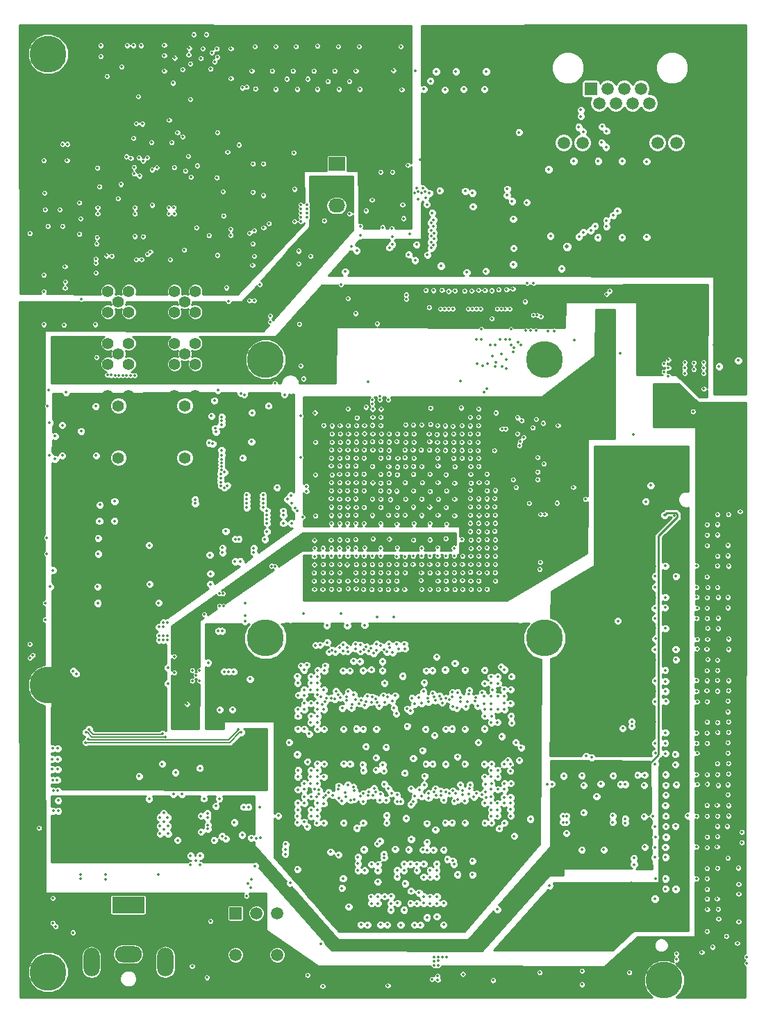
<source format=gbr>
G04 #@! TF.GenerationSoftware,KiCad,Pcbnew,5.0.0-rc3-6a2723a~65~ubuntu16.04.1*
G04 #@! TF.CreationDate,2018-11-29T22:42:40+06:00*
G04 #@! TF.ProjectId,Ki5,4B69352E6B696361645F706362000000,rev?*
G04 #@! TF.SameCoordinates,Original*
G04 #@! TF.FileFunction,Copper,L6,Inr,Mixed*
G04 #@! TF.FilePolarity,Positive*
%FSLAX46Y46*%
G04 Gerber Fmt 4.6, Leading zero omitted, Abs format (unit mm)*
G04 Created by KiCad (PCBNEW 5.0.0-rc3-6a2723a~65~ubuntu16.04.1) date Thu Nov 29 22:42:40 2018*
%MOMM*%
%LPD*%
G01*
G04 APERTURE LIST*
G04 #@! TA.AperFunction,ViaPad*
%ADD10C,1.500000*%
G04 #@! TD*
G04 #@! TA.AperFunction,ViaPad*
%ADD11C,2.000000*%
G04 #@! TD*
G04 #@! TA.AperFunction,ViaPad*
%ADD12R,1.500000X1.500000*%
G04 #@! TD*
G04 #@! TA.AperFunction,ViaPad*
%ADD13O,2.000000X3.500000*%
G04 #@! TD*
G04 #@! TA.AperFunction,ViaPad*
%ADD14O,3.300000X2.000000*%
G04 #@! TD*
G04 #@! TA.AperFunction,ViaPad*
%ADD15R,4.000000X2.000000*%
G04 #@! TD*
G04 #@! TA.AperFunction,ViaPad*
%ADD16C,1.400000*%
G04 #@! TD*
G04 #@! TA.AperFunction,ViaPad*
%ADD17R,2.030000X1.730000*%
G04 #@! TD*
G04 #@! TA.AperFunction,ViaPad*
%ADD18O,2.030000X1.730000*%
G04 #@! TD*
G04 #@! TA.AperFunction,ViaPad*
%ADD19C,4.500000*%
G04 #@! TD*
G04 #@! TA.AperFunction,ViaPad*
%ADD20C,0.355600*%
G04 #@! TD*
G04 #@! TA.AperFunction,ViaPad*
%ADD21C,0.508000*%
G04 #@! TD*
G04 #@! TA.AperFunction,Conductor*
%ADD22C,0.254000*%
G04 #@! TD*
G04 #@! TA.AperFunction,Conductor*
%ADD23C,0.127000*%
G04 #@! TD*
G04 #@! TA.AperFunction,Conductor*
%ADD24C,0.152400*%
G04 #@! TD*
G04 APERTURE END LIST*
D10*
G04 #@! TO.N,/Ethernet/ELED1*
G04 #@! TO.C,J12*
X109480000Y-43430000D03*
G04 #@! TO.N,Net-(J12-Pad11)*
X107190000Y-43430000D03*
G04 #@! TO.N,/Ethernet/ELED0*
X98050000Y-43430000D03*
G04 #@! TO.N,Net-(J12-Pad9)*
X95760000Y-43430000D03*
D11*
G04 #@! TO.N,AGND*
X94490000Y-37720000D03*
X110750000Y-37720000D03*
D10*
G04 #@! TO.N,/Ethernet/MX1_P*
X106200000Y-38610000D03*
G04 #@! TO.N,/Ethernet/MX2_P*
X104160000Y-38610000D03*
G04 #@! TO.N,/Ethernet/MX3_N*
X102120000Y-38610000D03*
G04 #@! TO.N,/Ethernet/MX4_P*
X100080000Y-38610000D03*
G04 #@! TO.N,/Ethernet/MX1_N*
X105180000Y-36830000D03*
G04 #@! TO.N,/Ethernet/MX3_P*
X103140000Y-36830000D03*
G04 #@! TO.N,/Ethernet/MX2_N*
X101100000Y-36830000D03*
D12*
G04 #@! TO.N,/Ethernet/MX4_N*
X99060000Y-36830000D03*
G04 #@! TD*
D13*
G04 #@! TO.N,N/C*
G04 #@! TO.C,J8*
X47172000Y-143398000D03*
X38172000Y-143398000D03*
D14*
G04 #@! TO.N,AGND*
X42672000Y-142398000D03*
D15*
G04 #@! TO.N,Net-(D7-Pad2)*
X42672000Y-136398000D03*
G04 #@! TD*
D12*
G04 #@! TO.N,Net-(S4-Pad1)*
G04 #@! TO.C,S4*
X55753000Y-137414000D03*
D10*
G04 #@! TO.N,/Power.sch/PWR_ON*
X58293000Y-137414000D03*
G04 #@! TO.N,AGND*
X60833000Y-137414000D03*
G04 #@! TO.N,*
X55753000Y-142494000D03*
X60833000Y-142494000D03*
G04 #@! TD*
D16*
G04 #@! TO.N,/Freedom-U540_2/IO_PRCI_RSVD2*
G04 #@! TO.C,J3*
X41470600Y-62814200D03*
G04 #@! TO.N,AGND*
X42740600Y-64084200D03*
X42740600Y-61544200D03*
X40200600Y-61544200D03*
X40200600Y-64084200D03*
G04 #@! TD*
G04 #@! TO.N,AGND*
G04 #@! TO.C,J4*
X48303200Y-64084200D03*
X48303200Y-61544200D03*
X50843200Y-61544200D03*
X50843200Y-64084200D03*
G04 #@! TO.N,/Freedom-U540_2/IO_PRCI_RSVD13*
X49573200Y-62814200D03*
G04 #@! TD*
G04 #@! TO.N,AGND*
G04 #@! TO.C,J5*
X40200600Y-70434200D03*
X40200600Y-67894200D03*
X42740600Y-67894200D03*
X42740600Y-70434200D03*
G04 #@! TO.N,/Freedom-U540_2/IO_PRCI_RSVD14*
X41470600Y-69164200D03*
G04 #@! TD*
G04 #@! TO.N,AGND*
G04 #@! TO.C,J6*
X48303200Y-70434200D03*
X48303200Y-67894200D03*
X50843200Y-67894200D03*
X50843200Y-70434200D03*
G04 #@! TO.N,/Freedom-U540_2/IO_PRCI_RSVD15*
X49573200Y-69164200D03*
G04 #@! TD*
G04 #@! TO.N,AGND*
G04 #@! TO.C,J15*
X40200600Y-83134200D03*
X40200600Y-80594200D03*
X42740600Y-80594200D03*
X42740600Y-83134200D03*
G04 #@! TO.N,/Freedom-U540_1/IO_DDR_RSVD0*
X41470600Y-81864200D03*
G04 #@! TD*
G04 #@! TO.N,/Freedom-U540_1/IO_DDR_RSVD1*
G04 #@! TO.C,J16*
X49573200Y-81864200D03*
G04 #@! TO.N,AGND*
X50843200Y-83134200D03*
X50843200Y-80594200D03*
X48303200Y-80594200D03*
X48303200Y-83134200D03*
G04 #@! TD*
G04 #@! TO.N,/Freedom-U540_1/IO_DDR_RSVD2*
G04 #@! TO.C,J17*
X41470600Y-75514200D03*
G04 #@! TO.N,AGND*
X42740600Y-76784200D03*
X42740600Y-74244200D03*
X40200600Y-74244200D03*
X40200600Y-76784200D03*
G04 #@! TD*
G04 #@! TO.N,/Freedom-U540_1/IO_DDR_RSVD3*
G04 #@! TO.C,J18*
X49573200Y-75514200D03*
G04 #@! TO.N,AGND*
X50843200Y-76784200D03*
X50843200Y-74244200D03*
X48303200Y-74244200D03*
X48303200Y-76784200D03*
G04 #@! TD*
D17*
G04 #@! TO.N,Net-(J19-Pad1)*
G04 #@! TO.C,J19*
X68072000Y-46000000D03*
D18*
G04 #@! TO.N,+12V*
X68072000Y-48540000D03*
G04 #@! TO.N,AGND*
X68072000Y-51080000D03*
G04 #@! TD*
D19*
G04 #@! TO.N,AGND*
G04 #@! TO.C,M1*
X32897600Y-144590000D03*
G04 #@! TD*
G04 #@! TO.N,AGND*
G04 #@! TO.C,M2*
X32897600Y-32590000D03*
G04 #@! TD*
G04 #@! TO.N,AGND*
G04 #@! TO.C,M3*
X114897600Y-32590000D03*
G04 #@! TD*
G04 #@! TO.N,AGND*
G04 #@! TO.C,M4*
X107997600Y-145590000D03*
G04 #@! TD*
G04 #@! TO.N,AGND*
G04 #@! TO.C,M5*
X32897600Y-109590000D03*
G04 #@! TD*
G04 #@! TO.N,AGND*
G04 #@! TO.C,M6*
X107997600Y-82590000D03*
G04 #@! TD*
G04 #@! TO.N,N/C*
G04 #@! TO.C,*
X59411200Y-69856200D03*
G04 #@! TD*
G04 #@! TO.N,N/C*
G04 #@! TO.C,*
X93411200Y-69856200D03*
G04 #@! TD*
G04 #@! TO.N,N/C*
G04 #@! TO.C,*
X93411200Y-103856200D03*
G04 #@! TD*
G04 #@! TO.N,N/C*
G04 #@! TO.C,*
X59411200Y-103856200D03*
G04 #@! TD*
D20*
G04 #@! TO.N,+1V2*
X88519728Y-108522179D03*
X64125000Y-108550000D03*
X64125000Y-109350000D03*
X64950000Y-107775000D03*
X67350000Y-107775000D03*
X70125000Y-107375000D03*
X77600000Y-106775000D03*
X64053099Y-114221901D03*
X61032147Y-114209698D03*
X63348200Y-119200000D03*
X64150000Y-120750000D03*
X64150000Y-120000000D03*
X64950000Y-119200000D03*
X52675000Y-113600000D03*
X53175000Y-113600000D03*
X53700000Y-113600000D03*
X54275000Y-113600000D03*
X52975000Y-113200000D03*
X53450000Y-113200000D03*
X53950000Y-113200000D03*
X54550000Y-113200000D03*
X89382600Y-114909600D03*
X87731600Y-114960400D03*
X85293200Y-114935000D03*
X88493600Y-114122200D03*
X83743800Y-117246400D03*
X80518000Y-116972198D03*
X79730600Y-114935000D03*
X76682600Y-115874800D03*
X87706200Y-119202200D03*
X88468200Y-120040400D03*
X89484200Y-119634000D03*
X81508600Y-118186200D03*
X82905800Y-119227600D03*
X85293200Y-119206800D03*
X86106000Y-120015000D03*
X72644000Y-138836400D03*
X75057000Y-138836400D03*
X76682600Y-138836400D03*
X79730600Y-138811000D03*
X69545200Y-137388600D03*
X71475600Y-136220200D03*
X73888600Y-136194800D03*
X67792600Y-132384800D03*
X72288400Y-132207000D03*
X72313800Y-130632200D03*
X74574400Y-129590800D03*
X77724000Y-129667000D03*
X81051400Y-130632200D03*
X64109600Y-125603000D03*
X64947800Y-126390400D03*
X66802000Y-129032000D03*
X66522600Y-124790200D03*
X69697600Y-126365000D03*
X73657406Y-126311591D03*
X72517000Y-127431800D03*
X77749400Y-127914400D03*
X66545460Y-109334300D03*
X64889380Y-114983260D03*
X67348100Y-119209820D03*
X70050660Y-118597680D03*
X72880220Y-119278401D03*
X69717920Y-114942620D03*
X67315080Y-114970560D03*
X73443500Y-115248135D03*
X72519540Y-115879880D03*
X64912240Y-112544860D03*
X66520060Y-114150140D03*
X64145160Y-113370360D03*
X66540380Y-119999760D03*
X64681100Y-122318780D03*
X64907160Y-123964700D03*
X64119760Y-124785120D03*
X62166500Y-126365000D03*
X71480680Y-131414520D03*
X73911460Y-131437380D03*
X87746840Y-126413260D03*
X85341460Y-126400560D03*
X89329260Y-126382780D03*
X91691460Y-125140720D03*
X86131400Y-125592840D03*
X88503760Y-125559820D03*
X86088220Y-124810520D03*
X88511380Y-124787660D03*
X87680800Y-123271280D03*
X82895440Y-126372620D03*
X79730600Y-126372620D03*
X87721440Y-121569480D03*
X85344000Y-107741720D03*
X87690960Y-107787440D03*
X64940180Y-110804960D03*
X82897980Y-114922300D03*
X82892900Y-107703620D03*
X79722980Y-119994680D03*
X76014582Y-119326660D03*
X63275000Y-107700000D03*
X66540371Y-113370360D03*
X79740000Y-108560000D03*
X72970000Y-107810000D03*
X73600000Y-105590000D03*
X75539569Y-115290600D03*
X76682569Y-119555260D03*
X87725011Y-110142020D03*
G04 #@! TO.N,VD*
X70133673Y-106648342D03*
X47500000Y-107475000D03*
X82143600Y-114909600D03*
X82804000Y-118313200D03*
X77546200Y-138836400D03*
X70482460Y-114917220D03*
X82138520Y-126359920D03*
X82499200Y-106913680D03*
X90558620Y-117213380D03*
X70538340Y-127027940D03*
X77152500Y-128384300D03*
G04 #@! TO.N,VDD_DDR_VPP_N*
X64100000Y-107725000D03*
X70918500Y-106702380D03*
X79743800Y-107809591D03*
X62275000Y-116575000D03*
X88112600Y-107340400D03*
X80010000Y-115697000D03*
X77419200Y-118516400D03*
X71831200Y-138836400D03*
X79883000Y-129692400D03*
X64721740Y-115531900D03*
X72918320Y-114937540D03*
X88531700Y-126387860D03*
X80124300Y-127220980D03*
X79763620Y-119217440D03*
X64500000Y-126860000D03*
X80264053Y-106139053D03*
X72880000Y-119950000D03*
X72294819Y-107706000D03*
X72880221Y-118430000D03*
X88967700Y-118757700D03*
X90330000Y-118760000D03*
X87670000Y-136950000D03*
X74160000Y-126397900D03*
G04 #@! TO.N,+3V3*
X48323500Y-29591000D03*
X55181500Y-29591000D03*
X47525000Y-109400000D03*
X48275000Y-108075000D03*
X47040800Y-57683400D03*
X39014400Y-48285400D03*
X41935400Y-48006000D03*
X54279800Y-53086000D03*
X95681800Y-125552200D03*
X96113600Y-125552200D03*
X96088200Y-127635000D03*
X101727000Y-125526800D03*
X103251000Y-125882400D03*
X106654600Y-125552200D03*
X46370240Y-99560380D03*
X73240000Y-48760000D03*
X54220000Y-50160000D03*
X39260000Y-54790000D03*
X48300000Y-47230000D03*
X47510000Y-47230000D03*
X41080000Y-42910000D03*
X45295737Y-39435737D03*
X47310000Y-38400000D03*
X39630000Y-53210000D03*
X53560000Y-56360000D03*
X54040000Y-61750000D03*
X52260000Y-145260000D03*
X54550000Y-128320000D03*
X56720000Y-124470000D03*
X57330000Y-124470000D03*
X58700000Y-124459998D03*
X46450000Y-103570000D03*
X46970000Y-103580000D03*
X46460000Y-104110000D03*
X46970000Y-104110000D03*
X46430000Y-102500000D03*
X46960000Y-102500000D03*
X46960000Y-101950000D03*
X47420000Y-101940000D03*
X47450000Y-103570000D03*
X47450000Y-104100000D03*
X54040000Y-61110000D03*
X53500000Y-61120000D03*
X53520000Y-61760000D03*
X52960000Y-61120000D03*
X52960000Y-60610000D03*
X53510000Y-60610000D03*
X52420000Y-60600000D03*
X110880000Y-125530000D03*
G04 #@! TO.N,VAA*
X52400000Y-106875000D03*
X57513220Y-108849160D03*
X66880000Y-102300000D03*
X69370000Y-102300000D03*
X71477900Y-102270000D03*
G04 #@! TO.N,VCCQ*
X72415400Y-92837000D03*
X74379600Y-92887800D03*
X71488202Y-91769225D03*
X73430573Y-91742027D03*
X75476002Y-91795600D03*
X78331198Y-91795600D03*
X80399045Y-91784328D03*
X82399547Y-91832312D03*
X79400400Y-92837000D03*
X81381600Y-92837000D03*
X77393800Y-92837000D03*
X48870000Y-112910000D03*
X48890000Y-113570000D03*
X50740000Y-112890000D03*
X49500000Y-113530000D03*
X49490000Y-112910000D03*
X50110000Y-112910000D03*
X50760000Y-113580000D03*
X50150000Y-113600000D03*
G04 #@! TO.N,VDDA*
X44272200Y-57658000D03*
X55143400Y-53949600D03*
X55143400Y-53949600D03*
X43644562Y-41086912D03*
X51060000Y-46210000D03*
X50970000Y-53777500D03*
X44480000Y-54860000D03*
X44490000Y-45670000D03*
G04 #@! TO.N,Net-(C111-Pad2)*
X44196000Y-31559500D03*
G04 #@! TO.N,+5V*
X47000000Y-126300000D03*
X46550000Y-126775000D03*
X47500000Y-126775000D03*
X47025000Y-127200000D03*
X46550000Y-127725000D03*
X47525000Y-127725000D03*
X46525000Y-125750000D03*
X47475000Y-125750000D03*
X111455194Y-73507600D03*
X52325000Y-125250000D03*
X52325000Y-125750000D03*
X46975000Y-125200000D03*
X48425000Y-120250000D03*
X57708800Y-133273800D03*
X57302400Y-133807200D03*
X57632600Y-134289800D03*
X33970000Y-67590000D03*
X46320000Y-132680000D03*
X48680000Y-128520000D03*
X36850000Y-132660000D03*
X36870000Y-133220000D03*
X39900000Y-132660000D03*
X39900000Y-133280000D03*
X81440000Y-142750000D03*
X80930000Y-142750000D03*
X80440000Y-142750000D03*
X80430000Y-143230000D03*
X80430000Y-143800000D03*
X79970000Y-142750000D03*
X79970000Y-143240000D03*
X79970000Y-143790000D03*
X93730000Y-61190194D03*
G04 #@! TO.N,+12V*
X115824000Y-133159500D03*
X115760500Y-134366000D03*
X107124500Y-73914000D03*
X107124500Y-74676000D03*
X107124500Y-75565000D03*
X107124500Y-76200000D03*
X107124500Y-76835000D03*
X109220000Y-73076950D03*
X107950000Y-77406500D03*
X108648500Y-77406500D03*
X49250000Y-135500000D03*
X50025000Y-135475004D03*
X50775000Y-135475000D03*
X51375000Y-135475000D03*
X52275000Y-135450000D03*
X53100000Y-135450002D03*
X116992400Y-132943600D03*
X116725700Y-134493000D03*
X32410000Y-67590000D03*
X32410000Y-69580000D03*
G04 #@! TO.N,VDD_GIVDD_P*
X57721500Y-34671000D03*
X60198000Y-34671000D03*
X62738000Y-34671000D03*
X65278000Y-34671000D03*
X67818000Y-34671000D03*
X70421500Y-34671000D03*
X74993500Y-34607500D03*
X77660500Y-34671000D03*
X80200500Y-34734500D03*
X82613500Y-34734500D03*
X86296500Y-34734500D03*
X86253282Y-59085599D03*
X83934541Y-59227045D03*
X92100400Y-60553600D03*
X95504000Y-58775600D03*
X91059000Y-62801500D03*
X55854600Y-129311400D03*
X56515000Y-129311396D03*
X57073800Y-129336800D03*
X57708800Y-129336800D03*
X47599600Y-51333400D03*
X48234600Y-51333400D03*
X43484800Y-51333400D03*
X38938200Y-51333400D03*
X95961200Y-121437400D03*
X101752400Y-121437400D03*
X104800400Y-121716800D03*
X66141600Y-140208000D03*
X66649600Y-138988800D03*
X55709820Y-91775280D03*
X55684412Y-94513977D03*
X54168040Y-93433900D03*
X54168040Y-92844620D03*
X56616600Y-81881980D03*
X63290000Y-132050000D03*
X79840000Y-55910000D03*
X79589367Y-54137900D03*
X74860000Y-55830000D03*
X74840000Y-54860000D03*
X74820000Y-53900000D03*
X79710000Y-51980000D03*
X59980000Y-64540000D03*
X38790000Y-55760000D03*
X79080000Y-50950000D03*
X57432100Y-54460000D03*
X72380000Y-50400000D03*
X57690000Y-79898240D03*
X41000000Y-87160000D03*
X40990000Y-89570000D03*
X38800000Y-69590000D03*
X54560000Y-90800000D03*
X70980000Y-53600000D03*
X69640000Y-52100000D03*
X30665806Y-106278718D03*
X33380000Y-119860000D03*
X33370000Y-118600000D03*
X33520000Y-123670000D03*
X95250000Y-132530000D03*
X59150000Y-45980000D03*
X40030000Y-57210000D03*
X58020000Y-62660000D03*
X64900000Y-57250000D03*
X77630000Y-57770000D03*
X63720000Y-53010000D03*
X63720000Y-52490000D03*
X63710000Y-51990000D03*
X63710000Y-51500000D03*
X63710000Y-50990000D03*
X64480000Y-50980000D03*
X64480000Y-51510000D03*
X64480000Y-52000000D03*
X64480000Y-52500000D03*
X40120000Y-71760000D03*
X40590000Y-71770000D03*
X41060000Y-71780000D03*
X41530000Y-71780000D03*
X42000000Y-71780000D03*
X42480000Y-71790000D03*
X42950000Y-71790000D03*
X43430000Y-71790000D03*
X105570000Y-119210000D03*
X105570000Y-123120000D03*
X108050000Y-88840000D03*
G04 #@! TO.N,VDD_DDRPLL_N*
X76403200Y-88849200D03*
X75412600Y-88849200D03*
X91520000Y-87400000D03*
X92941989Y-88739842D03*
X33994000Y-121170000D03*
G04 #@! TO.N,AVDD_DDRPLL_N*
X74433452Y-84880703D03*
X54282309Y-99948242D03*
X56893460Y-101117400D03*
X34080000Y-122480000D03*
G04 #@! TO.N,VDD_GIVDD_N*
X73456800Y-86893400D03*
X56321960Y-94515940D03*
X57967880Y-93395800D03*
X34129603Y-123670000D03*
G04 #@! TO.N,VDD_GEMGXLPLL_N*
X74448376Y-85923001D03*
X54089303Y-102984300D03*
X56896000Y-101828600D03*
X34130000Y-124940000D03*
G04 #@! TO.N,VDD_IO_N*
X74396600Y-81838800D03*
X75514200Y-81889600D03*
X76377800Y-81838800D03*
X77470000Y-81889600D03*
X69870000Y-56100000D03*
X70990000Y-54711600D03*
X31030000Y-105950000D03*
X34080000Y-119860000D03*
G04 #@! TO.N,VMEM*
X51400000Y-119725000D03*
X46800000Y-119200000D03*
G04 #@! TO.N,AVDD_DDRPLL_P*
X53774340Y-99954080D03*
X53776880Y-98437700D03*
X53657500Y-102984300D03*
X33530921Y-122487698D03*
X33446199Y-117320000D03*
X33530000Y-124940000D03*
G04 #@! TO.N,/Power.sch/PWR_ON*
X57075000Y-135300000D03*
G04 #@! TO.N,VDD_DDRPLL_P*
X94930000Y-87360000D03*
X93450000Y-88750002D03*
X102680000Y-69140000D03*
X33486000Y-121170000D03*
G04 #@! TO.N,+3.3VA*
X97980500Y-144442298D03*
G04 #@! TO.N,+1V0*
X80804680Y-58449192D03*
X89611200Y-58267600D03*
G04 #@! TO.N,Net-(C181-Pad1)*
X89662000Y-56286400D03*
X89598500Y-52705000D03*
X88836500Y-49847500D03*
G04 #@! TO.N,+2V5*
X83756510Y-49311696D03*
X79375000Y-49562902D03*
X78422500Y-49530000D03*
X77597000Y-49593500D03*
X88880073Y-49060341D03*
X77870000Y-48990000D03*
X78570000Y-48980000D03*
X77980000Y-49380000D03*
X78890000Y-49340000D03*
X78020000Y-50320000D03*
G04 #@! TO.N,Net-(C193-Pad1)*
X91236800Y-50698400D03*
X94145234Y-54808128D03*
X89476698Y-50572100D03*
G04 #@! TO.N,/Ethernet/P0_D2_N*
X100965000Y-52898040D03*
G04 #@! TO.N,Net-(C200-Pad2)*
X99923600Y-54965600D03*
G04 #@! TO.N,Net-(C201-Pad2)*
X102870000Y-54965600D03*
G04 #@! TO.N,Net-(C202-Pad2)*
X105867200Y-54914800D03*
G04 #@! TO.N,VDD_OTP_N*
X71374000Y-83820000D03*
X56141572Y-91768739D03*
X57975500Y-92900500D03*
X34070000Y-118600000D03*
G04 #@! TO.N,VDD_COREPLL_N*
X74423536Y-83799712D03*
X54208683Y-98437700D03*
X56898540Y-99588320D03*
X34070000Y-117320000D03*
G04 #@! TO.N,Net-(C220-Pad2)*
X114699164Y-70711705D03*
X117030500Y-69977000D03*
G04 #@! TO.N,RESET_N*
X67437000Y-80873600D03*
X52959000Y-80131920D03*
X54770000Y-44550000D03*
X40680000Y-57240000D03*
X33740000Y-82020000D03*
X32510000Y-99590000D03*
G04 #@! TO.N,VDD*
X83280917Y-77008346D03*
X79450783Y-96790484D03*
X69418200Y-95885000D03*
X83362800Y-92811600D03*
X72440800Y-89865200D03*
X74472800Y-89916000D03*
X76511836Y-89912319D03*
X78449451Y-89889164D03*
X80467200Y-89916000D03*
X82473800Y-89916000D03*
X81506709Y-88854926D03*
X79425800Y-88874600D03*
X77419200Y-88874600D03*
X73431400Y-88874600D03*
X71399400Y-88849200D03*
X66395600Y-88900000D03*
X72415400Y-87858600D03*
X74429729Y-87888163D03*
X76428600Y-87884000D03*
X79425800Y-86918800D03*
X78383356Y-87950884D03*
X80492600Y-87934800D03*
X82511802Y-87960200D03*
X81432400Y-86893400D03*
X77444600Y-86893400D03*
X75438000Y-86893400D03*
X71424800Y-86868000D03*
X72364600Y-85801200D03*
X76454000Y-85902800D03*
X78476228Y-85972471D03*
X80467200Y-85902800D03*
X82397600Y-85826600D03*
X81432400Y-84886800D03*
X79425800Y-84886800D03*
X77470000Y-84912200D03*
X75412600Y-84861400D03*
X66497200Y-83947000D03*
X72476434Y-83757289D03*
X76454000Y-83896200D03*
X78460600Y-83896200D03*
X80441800Y-83870800D03*
X82486402Y-83921600D03*
X81483200Y-82905600D03*
X79425800Y-82880200D03*
X73431400Y-82880200D03*
X71399400Y-82854800D03*
X72415400Y-81864200D03*
X79375000Y-81889600D03*
X81356200Y-81915000D03*
X86319634Y-80912204D03*
X69443600Y-76885800D03*
X74472800Y-76911200D03*
X79468980Y-76796900D03*
X66456560Y-79903320D03*
X100190000Y-66480000D03*
X101200000Y-67020000D03*
X101190000Y-66530000D03*
X100230000Y-67020000D03*
X100270000Y-67560000D03*
X101150000Y-67530000D03*
X99760000Y-64040000D03*
X99740000Y-64690000D03*
X99790000Y-65320000D03*
X99790000Y-65870000D03*
X112840000Y-73460000D03*
G04 #@! TO.N,DDR_CLK_P*
X75448160Y-132971540D03*
X67830700Y-111302800D03*
X67571620Y-123019820D03*
X85158580Y-122801380D03*
X85053618Y-111145574D03*
X73030000Y-128930000D03*
X75420940Y-93924617D03*
X65516560Y-104729379D03*
G04 #@! TO.N,DDR_CLK_N*
X75460860Y-132176520D03*
X66837560Y-111185960D03*
X67073955Y-122681345D03*
X85788500Y-122920760D03*
X85260000Y-112150000D03*
X76410000Y-93900000D03*
X66040000Y-104691702D03*
G04 #@! TO.N,+3.3VP*
X116915452Y-141076904D03*
X113212748Y-129406075D03*
G04 #@! TO.N,Net-(D1-Pad2)*
X50106462Y-31892869D03*
G04 #@! TO.N,Net-(D1-Pad1)*
X50027887Y-32676341D03*
G04 #@! TO.N,Net-(D2-Pad2)*
X50652562Y-30209598D03*
G04 #@! TO.N,Net-(D2-Pad1)*
X50228500Y-33782000D03*
G04 #@! TO.N,Net-(D3-Pad1)*
X52852901Y-32429195D03*
G04 #@! TO.N,Net-(D3-Pad2)*
X52197000Y-30209598D03*
G04 #@! TO.N,Net-(D4-Pad1)*
X53512886Y-32976016D03*
G04 #@! TO.N,Net-(D4-Pad2)*
X53482792Y-31956714D03*
G04 #@! TO.N,/Freedom-U540_2/SD_CD*
X94043500Y-134048500D03*
X66461863Y-77881077D03*
X64050000Y-72200000D03*
X32850200Y-53600000D03*
X54650510Y-61102948D03*
X30650000Y-54480000D03*
G04 #@! TO.N,/Ethernet/P0_D2_P*
X100965000Y-53654960D03*
G04 #@! TO.N,/Ethernet/P0_D1_N*
X99581612Y-53580388D03*
G04 #@! TO.N,/Ethernet/P0_D1_P*
X99046388Y-54115612D03*
G04 #@! TO.N,/Ethernet/P0_D0_N*
X98146774Y-54349423D03*
G04 #@! TO.N,/Ethernet/P0_D0_P*
X97611550Y-54884647D03*
G04 #@! TO.N,/Ethernet/COL*
X89559483Y-61261276D03*
G04 #@! TO.N,/Ethernet/CRS*
X88776854Y-61347844D03*
G04 #@! TO.N,/Ethernet/RXD7*
X87818664Y-61344318D03*
G04 #@! TO.N,/Ethernet/RXD6*
X86988476Y-61452009D03*
G04 #@! TO.N,/Ethernet/RXD5*
X86153516Y-61421951D03*
G04 #@! TO.N,/Ethernet/RXD4*
X85366256Y-61407031D03*
G04 #@! TO.N,/Ethernet/RXD3*
X84522487Y-61478496D03*
G04 #@! TO.N,/Ethernet/RXD2*
X83653503Y-61521356D03*
G04 #@! TO.N,/Ethernet/RXD1*
X82499200Y-61468000D03*
G04 #@! TO.N,/Ethernet/RXD0*
X81715032Y-61539288D03*
G04 #@! TO.N,/Ethernet/RX_DV*
X80908452Y-61384282D03*
G04 #@! TO.N,/Ethernet/RX_ER*
X79884486Y-61443258D03*
G04 #@! TO.N,/Ethernet/RX_CLK*
X78957430Y-61428172D03*
G04 #@! TO.N,GEMGXL_TX_EN*
X59331860Y-91800680D03*
X76550000Y-61960000D03*
G04 #@! TO.N,GEMGXL_TX_ER*
X59578240Y-90853260D03*
X76557404Y-62469504D03*
G04 #@! TO.N,/Ethernet/TX_CLK*
X79146400Y-57099200D03*
G04 #@! TO.N,GEMGXL_GTX_CLK*
X69367400Y-85852000D03*
X71900000Y-72547900D03*
G04 #@! TO.N,GEMGXL_TXD0*
X57104280Y-86423500D03*
X79615904Y-56279099D03*
G04 #@! TO.N,GEMGXL_TXD1*
X57104280Y-86916260D03*
X79600480Y-55550719D03*
G04 #@! TO.N,GEMGXL_TXD2*
X57111900Y-87419180D03*
X79930000Y-55160000D03*
G04 #@! TO.N,GEMGXL_TXD3*
X57111900Y-87922100D03*
X79630000Y-54820000D03*
G04 #@! TO.N,GEMGXL_TXD4*
X59578240Y-88338660D03*
X79920000Y-54430000D03*
G04 #@! TO.N,GEMGXL_TXD5*
X59580780Y-88841580D03*
X79835398Y-53606700D03*
G04 #@! TO.N,GEMGXL_TXD6*
X59580780Y-89339420D03*
X79590000Y-53190000D03*
G04 #@! TO.N,GEMGXL_TXD7*
X59575700Y-89839800D03*
X79860000Y-52830000D03*
G04 #@! TO.N,GEMGXL_MDC*
X54366160Y-85506560D03*
X77823776Y-55842819D03*
X74510000Y-56230000D03*
G04 #@! TO.N,GEMGXL_MDIO*
X67411600Y-85852000D03*
X54716680Y-85247480D03*
X76974064Y-54554064D03*
G04 #@! TO.N,/Ethernet/GEMGXL_RST_2V5*
X78910000Y-50130000D03*
G04 #@! TO.N,/Ethernet/CLKOUT*
X80641200Y-49260000D03*
G04 #@! TO.N,/Ethernet/ELED1*
X84620917Y-49548286D03*
G04 #@! TO.N,/Ethernet/ELED0*
X84686840Y-51216355D03*
X93916500Y-46672500D03*
G04 #@! TO.N,PWR_BTN_N*
X32510000Y-101590000D03*
X43980000Y-120710000D03*
G04 #@! TO.N,UART0_TX*
X84455000Y-84912200D03*
X58010000Y-57250000D03*
X69122500Y-59150000D03*
X86380000Y-73410000D03*
X38960000Y-99590000D03*
G04 #@! TO.N,UART0_RX*
X84404200Y-83870800D03*
X58720000Y-60690000D03*
X68610000Y-60690000D03*
X86080000Y-73830000D03*
X38930000Y-97590000D03*
G04 #@! TO.N,/Freedom-U540_2/QSPI1_SCK_R*
X34830000Y-65660000D03*
X33150000Y-97590000D03*
G04 #@! TO.N,/Freedom-U540_2/QSPI1_DQ1_R*
X34980000Y-60390000D03*
X33490000Y-95600000D03*
G04 #@! TO.N,/Freedom-U540_2/UART1_TX*
X86385400Y-83820000D03*
X39010000Y-93580000D03*
G04 #@! TO.N,/Freedom-U540_2/QSPI1_CS0_R*
X38710000Y-58090000D03*
X32710000Y-93590000D03*
G04 #@! TO.N,/Freedom-U540_2/UART1_RX*
X86410800Y-84861400D03*
X38990000Y-91670000D03*
G04 #@! TO.N,/Freedom-U540_2/QSPI1_DQ0_R*
X34960000Y-61140000D03*
X32690000Y-91590000D03*
G04 #@! TO.N,/Freedom-U540_2/I2C0_SCL*
X39141400Y-89585800D03*
X85420200Y-84861400D03*
G04 #@! TO.N,/Freedom-U540_2/I2C0_SDA*
X39217600Y-87604600D03*
X84353400Y-85801200D03*
G04 #@! TO.N,/Freedom-U540_2/GPIO0*
X70434200Y-80873600D03*
X38745160Y-81594960D03*
X34620000Y-81590000D03*
G04 #@! TO.N,/Freedom-U540_2/GPIO1*
X53177516Y-74886744D03*
X33060000Y-81590000D03*
G04 #@! TO.N,/Freedom-U540_2/GPIO4*
X69469000Y-79908400D03*
X36921440Y-78605380D03*
G04 #@! TO.N,/Freedom-U540_2/GPIO5*
X68478400Y-77927200D03*
X33082283Y-77590703D03*
G04 #@! TO.N,/Freedom-U540_2/GPIO6*
X69469000Y-77901800D03*
X38704520Y-75582780D03*
G04 #@! TO.N,/Freedom-U540_2/GPIO7*
X67513200Y-77952600D03*
X32790183Y-75582780D03*
G04 #@! TO.N,/Freedom-U540_2/GPIO8*
X68503800Y-78943200D03*
X34625280Y-77894180D03*
X35090000Y-73870000D03*
G04 #@! TO.N,/Freedom-U540_2/GPIO9*
X52800000Y-76760000D03*
X32970000Y-73590000D03*
G04 #@! TO.N,/Freedom-U540_2/GPIO15*
X71424800Y-80873600D03*
X54061360Y-81528920D03*
X53580000Y-73606660D03*
G04 #@! TO.N,/Freedom-U540_2/PWM0_0*
X48133000Y-36131500D03*
X34671000Y-43586400D03*
X71450200Y-78892400D03*
X51520000Y-33140000D03*
G04 #@! TO.N,/Freedom-U540_2/PWM0_2*
X55181500Y-35560000D03*
X35229800Y-43586400D03*
X70485000Y-77927200D03*
G04 #@! TO.N,/Freedom-U540_2/PWM0_1*
X48323500Y-33083500D03*
X32359600Y-45593000D03*
X70530602Y-76962000D03*
G04 #@! TO.N,/Freedom-U540_2/PWM0_3*
X43878500Y-37782500D03*
X35204400Y-45593000D03*
X71450200Y-77901800D03*
X53200587Y-33523232D03*
G04 #@! TO.N,GEMGXL_RST*
X57760000Y-76360000D03*
X69440000Y-62420000D03*
G04 #@! TO.N,FASTLINK_FAIL*
X69494400Y-78917800D03*
X53258720Y-78265020D03*
X56150000Y-43670000D03*
X32450000Y-49560000D03*
G04 #@! TO.N,/Freedom-U540_2/EN_VDD_SD*
X59778900Y-75524360D03*
X32520000Y-51590000D03*
G04 #@! TO.N,/Freedom-U540_2/QSPI1_CS1_R*
X34330000Y-51580000D03*
X36710000Y-50750000D03*
G04 #@! TO.N,/Freedom-U540_2/QSPI1_CS2_R*
X34670000Y-53590000D03*
X36850000Y-52680000D03*
G04 #@! TO.N,/Freedom-U540_2/QSPI1_CS3_R*
X34950000Y-58520000D03*
X36720000Y-54570000D03*
G04 #@! TO.N,/Freedom-U540_2/PWM1_1*
X72466200Y-80899000D03*
X60530000Y-72760000D03*
X32380000Y-59570000D03*
G04 #@! TO.N,/Freedom-U540_2/PWM1_2*
X71501000Y-79933800D03*
X52534820Y-80027780D03*
X38720000Y-59282500D03*
G04 #@! TO.N,/Freedom-U540_2/PWM1_3*
X70459600Y-78917800D03*
X61710000Y-74150000D03*
X36910000Y-62520000D03*
G04 #@! TO.N,/Freedom-U540_2/IO_PRCI_RSVD2*
X69418200Y-84886800D03*
G04 #@! TO.N,/Freedom-U540_2/IO_PRCI_RSVD13*
X70408800Y-83845400D03*
G04 #@! TO.N,/Freedom-U540_2/IO_PRCI_RSVD14*
X70434200Y-84861400D03*
X56800000Y-74160000D03*
G04 #@! TO.N,/Freedom-U540_2/IO_PRCI_RSVD15*
X67513200Y-83947000D03*
X56390832Y-73989846D03*
G04 #@! TO.N,PG_1V8*
X117250000Y-88400000D03*
X58115200Y-131673600D03*
G04 #@! TO.N,CHIPLINK_RX_CLK*
X95060000Y-77920000D03*
X105760000Y-87200000D03*
G04 #@! TO.N,CHIPLINK_TX_DAT0*
X88240000Y-70710000D03*
X108140000Y-95050000D03*
G04 #@! TO.N,CHIPLINK_TX_DAT1*
X88740000Y-69900000D03*
X109430000Y-96300000D03*
G04 #@! TO.N,CHIPLINK_TX_DAT6*
X90190000Y-67720000D03*
X108140000Y-98880000D03*
G04 #@! TO.N,CHIPLINK_TX_DAT7*
X87060000Y-69450000D03*
X108120000Y-100130000D03*
G04 #@! TO.N,CHIPLINK_TX_DAT16*
X85680000Y-67430000D03*
X108153241Y-102676759D03*
G04 #@! TO.N,CHIPLINK_TX_DAT17*
X87416743Y-68091080D03*
X109420000Y-105240000D03*
G04 #@! TO.N,CHIPLINK_TX_DAT24*
X93810000Y-66390000D03*
X109430000Y-106480000D03*
G04 #@! TO.N,CHIPLINK_TX_DAT25*
X89600000Y-68970000D03*
X108130000Y-107770000D03*
G04 #@! TO.N,CHIPLINK_TX_SEND*
X85080000Y-67450000D03*
X85876546Y-70663454D03*
X108170000Y-110350000D03*
G04 #@! TO.N,CHIPLINK_TX_RST*
X85180000Y-70380000D03*
X108190000Y-111560000D03*
G04 #@! TO.N,CHIPLINK_RX_RST*
X79375000Y-80899000D03*
X109410000Y-134470000D03*
G04 #@! TO.N,CHIPLINK_RX_SEND*
X84353400Y-76911200D03*
X108160000Y-133210000D03*
G04 #@! TO.N,CHIPLINK_RX_DAT29*
X90144600Y-76936600D03*
X108160000Y-130580000D03*
G04 #@! TO.N,CHIPLINK_RX_DAT28*
X84328000Y-77952600D03*
X108140000Y-129360000D03*
G04 #@! TO.N,CHIPLINK_RX_DAT25*
X83337400Y-77927200D03*
X92400000Y-77140000D03*
X108190000Y-126810000D03*
G04 #@! TO.N,CHIPLINK_RX_DAT24*
X80340200Y-80924400D03*
X109390000Y-126780000D03*
G04 #@! TO.N,CHIPLINK_RX_DAT17*
X80340200Y-79933800D03*
X108190000Y-122990000D03*
G04 #@! TO.N,CHIPLINK_RX_DAT16*
X83337400Y-80924400D03*
X102940000Y-114870000D03*
X108210000Y-121790000D03*
G04 #@! TO.N,CHIPLINK_RX_DAT11*
X109372400Y-119278400D03*
X84328000Y-78943200D03*
X91990000Y-78190000D03*
G04 #@! TO.N,CHIPLINK_RX_DAT10*
X109347000Y-118033800D03*
X85318600Y-78943200D03*
X104040000Y-114070000D03*
X108170000Y-117940000D03*
G04 #@! TO.N,CHIPLINK_RX_DAT7*
X85318600Y-80949800D03*
X108130000Y-116650000D03*
G04 #@! TO.N,CHIPLINK_RX_DAT6*
X108153200Y-115392200D03*
X85293200Y-79947890D03*
G04 #@! TO.N,CHIPLINK_RX_DAT4*
X84353400Y-81915000D03*
X106910000Y-116700000D03*
G04 #@! TO.N,CHIPLINK_RX_DAT5*
X104040000Y-114570000D03*
X84302600Y-79947890D03*
X106960000Y-117880000D03*
G04 #@! TO.N,CHIPLINK_RX_DAT8*
X90144600Y-78917800D03*
X106900000Y-119227540D03*
G04 #@! TO.N,CHIPLINK_RX_DAT9*
X83312000Y-79933800D03*
X108180000Y-120510000D03*
G04 #@! TO.N,CHIPLINK_RX_DAT14*
X82346800Y-79933800D03*
X108140000Y-124250000D03*
G04 #@! TO.N,CHIPLINK_RX_DAT15*
X83337400Y-78917800D03*
X93240000Y-77620000D03*
X108200000Y-125570000D03*
G04 #@! TO.N,CHIPLINK_RX_DAT22*
X88214200Y-78333600D03*
X98500000Y-118250000D03*
X108230000Y-128120000D03*
G04 #@! TO.N,CHIPLINK_RX_DAT23*
X88645162Y-78306665D03*
X106940000Y-128130000D03*
X99160000Y-118420000D03*
G04 #@! TO.N,CHIPLINK_RX_DAT26*
X90652600Y-77292200D03*
X106880000Y-130610000D03*
G04 #@! TO.N,CHIPLINK_RX_DAT27*
X85344000Y-77927200D03*
X104330000Y-131470000D03*
G04 #@! TO.N,CHIPLINK_RX_DAT30*
X85369400Y-75895200D03*
X108160000Y-134450000D03*
G04 #@! TO.N,CHIPLINK_RX_DAT31*
X85369400Y-76885800D03*
X106870000Y-135660000D03*
G04 #@! TO.N,CHIPLINK_TX_DAT31*
X87010000Y-64880000D03*
X92820000Y-95460000D03*
G04 #@! TO.N,CHIPLINK_TX_DAT30*
X92950000Y-64650000D03*
X102362100Y-101750000D03*
X106890000Y-111590000D03*
G04 #@! TO.N,CHIPLINK_TX_DAT23*
X91700000Y-66320000D03*
X106910000Y-109070000D03*
G04 #@! TO.N,CHIPLINK_TX_DAT22*
X85688648Y-66185370D03*
X108140000Y-109130000D03*
G04 #@! TO.N,CHIPLINK_TX_DAT15*
X91150000Y-66330000D03*
X106870000Y-105240000D03*
G04 #@! TO.N,CHIPLINK_TX_DAT14*
X88710000Y-67437499D03*
X106930000Y-103940000D03*
G04 #@! TO.N,CHIPLINK_TX_DAT9*
X106900000Y-101450000D03*
X86490000Y-70340000D03*
G04 #@! TO.N,CHIPLINK_TX_DAT8*
X86810000Y-68091080D03*
X106870000Y-100210000D03*
G04 #@! TO.N,CHIPLINK_TX_DAT5*
X106900000Y-97640000D03*
X87429998Y-70760000D03*
G04 #@! TO.N,CHIPLINK_TX_DAT4*
X88747900Y-71010000D03*
X106890000Y-96310000D03*
G04 #@! TO.N,Net-(J9-PadH5)*
X114525000Y-93850000D03*
X62820000Y-44640000D03*
G04 #@! TO.N,CHIPLINK_TX_DAT2*
X89150000Y-67430000D03*
X113310000Y-97660000D03*
G04 #@! TO.N,CHIPLINK_TX_DAT3*
X88200000Y-69220000D03*
X111980000Y-98860000D03*
G04 #@! TO.N,CHIPLINK_TX_DAT10*
X111975000Y-101425000D03*
X89310000Y-68072500D03*
G04 #@! TO.N,CHIPLINK_TX_DAT11*
X113290000Y-102630000D03*
X87470000Y-70210002D03*
G04 #@! TO.N,CHIPLINK_TX_DAT18*
X89312662Y-66185370D03*
X112000000Y-105140000D03*
G04 #@! TO.N,CHIPLINK_TX_DAT19*
X94560000Y-66360000D03*
X113300000Y-106460000D03*
G04 #@! TO.N,CHIPLINK_TX_DAT26*
X92030000Y-64440000D03*
X111950000Y-109020000D03*
G04 #@! TO.N,CHIPLINK_TX_DAT27*
X111980000Y-110330000D03*
X106360000Y-85230000D03*
G04 #@! TO.N,CHIPLINK_RX_DAT0*
X85369400Y-81889600D03*
X92890000Y-94590000D03*
G04 #@! TO.N,/FMC.sch/FMC_GA1*
X112585500Y-142176500D03*
X111950500Y-133223000D03*
G04 #@! TO.N,Net-(J9-PadD31)*
X113258600Y-128092200D03*
G04 #@! TO.N,Net-(J9-PadD30)*
X113233200Y-125552200D03*
G04 #@! TO.N,CHIPLINK_RX_DAT19*
X81330800Y-79933800D03*
X112050000Y-121700000D03*
G04 #@! TO.N,CHIPLINK_RX_DAT18*
X82321400Y-78943200D03*
X111970000Y-120510000D03*
G04 #@! TO.N,CHIPLINK_RX_DAT13*
X90880000Y-79350000D03*
X112000000Y-117890000D03*
G04 #@! TO.N,CHIPLINK_RX_DAT12*
X111988600Y-116662200D03*
X83362800Y-81889600D03*
G04 #@! TO.N,CHIPLINK_RX_DAT1*
X111963200Y-115417600D03*
X90347800Y-80340200D03*
G04 #@! TO.N,CHIPLINK_RX_DAT2*
X90450000Y-79850000D03*
X114530000Y-115370000D03*
G04 #@! TO.N,CHIPLINK_RX_DAT3*
X113258600Y-116662200D03*
X84328000Y-80949800D03*
G04 #@! TO.N,CHIPLINK_RX_DAT20*
X82346800Y-80924400D03*
X114610000Y-121810000D03*
G04 #@! TO.N,CHIPLINK_RX_DAT21*
X79400400Y-79883000D03*
X113260000Y-121650000D03*
G04 #@! TO.N,/FMC.sch/FMC_SCL*
X118035713Y-142742947D03*
X114490500Y-126809500D03*
G04 #@! TO.N,/FMC.sch/FMC_SDA*
X118047784Y-143530257D03*
X114496943Y-128069443D03*
G04 #@! TO.N,/FMC.sch/FMC_GA0*
X113919000Y-141541500D03*
X113220500Y-131953000D03*
G04 #@! TO.N,Net-(J9-PadC35)*
X113233200Y-133172200D03*
X114503200Y-131902200D03*
X113258600Y-134493000D03*
X113258600Y-135686800D03*
X114452400Y-135661400D03*
G04 #@! TO.N,CHIPLINK_TX_DAT29*
X97030000Y-67500000D03*
X113220000Y-111590000D03*
G04 #@! TO.N,CHIPLINK_TX_DAT28*
X92520000Y-64460000D03*
X113190000Y-110240000D03*
G04 #@! TO.N,CHIPLINK_TX_DAT21*
X88030000Y-67430000D03*
X113200000Y-107790000D03*
G04 #@! TO.N,CHIPLINK_TX_DAT20*
X92360000Y-66330000D03*
X113190000Y-105200000D03*
G04 #@! TO.N,CHIPLINK_TX_DAT13*
X113250000Y-101425000D03*
X89730000Y-68390000D03*
G04 #@! TO.N,CHIPLINK_TX_DAT12*
X90530000Y-68130000D03*
X113220000Y-100170000D03*
G04 #@! TO.N,JTAG_TCK*
X68503800Y-79959200D03*
X57870000Y-49440000D03*
X58020000Y-54140000D03*
G04 #@! TO.N,JTAG_TDO*
X69418200Y-80873600D03*
X59150000Y-49840000D03*
X59160000Y-53777500D03*
G04 #@! TO.N,JTAG_TMS*
X70434200Y-81864200D03*
X59833454Y-53276546D03*
G04 #@! TO.N,JTAG_TDI*
X67487800Y-78943200D03*
X62940000Y-53020000D03*
G04 #@! TO.N,/Ethernet/MX4_N*
X97853500Y-39420800D03*
G04 #@! TO.N,/Ethernet/MX2_N*
X100369112Y-43409612D03*
G04 #@! TO.N,/Ethernet/MX3_P*
X100981822Y-42005454D03*
G04 #@! TO.N,/Ethernet/MX1_N*
X97575112Y-41504612D03*
G04 #@! TO.N,/Ethernet/MX3_N*
X100425046Y-41448678D03*
G04 #@! TO.N,/Ethernet/MX2_P*
X100925888Y-43966388D03*
G04 #@! TO.N,/Ethernet/MX1_P*
X98131888Y-42061388D03*
G04 #@! TO.N,Net-(J12-Pad11)*
X90297000Y-42164000D03*
G04 #@! TO.N,/Freedom-U540_2/IO_PRCI_RSVD3*
X68453000Y-81889600D03*
X54025800Y-82473800D03*
X52670000Y-97280000D03*
G04 #@! TO.N,/Freedom-U540_2/IO_PRCI_RSVD4*
X67411600Y-81864200D03*
X45265340Y-97279460D03*
X54028532Y-82042007D03*
G04 #@! TO.N,/Freedom-U540_2/IO_PRCI_RSVD5*
X69392800Y-82854800D03*
X53962300Y-83832700D03*
X52690000Y-96010000D03*
G04 #@! TO.N,/Freedom-U540_2/IO_PRCI_RSVD7*
X71424800Y-84886800D03*
X60140000Y-95060000D03*
G04 #@! TO.N,/Freedom-U540_2/IO_PRCI_RSVD8*
X72463590Y-84894982D03*
X60569931Y-95100140D03*
G04 #@! TO.N,/Freedom-U540_2/IO_PRCI_RSVD9*
X69392800Y-81838800D03*
X54015640Y-82913220D03*
X52600493Y-93709507D03*
G04 #@! TO.N,VDD_SOC_CORE_P*
X101349606Y-61520394D03*
X35960394Y-107850394D03*
G04 #@! TO.N,VDD_SOC_CORE_N*
X100990394Y-61879606D03*
X36319606Y-108209606D03*
G04 #@! TO.N,VDD_DDR_SOC_P*
X47204606Y-115904606D03*
X37520394Y-115329606D03*
G04 #@! TO.N,VDD_DDR_SOC_N*
X46845394Y-115545394D03*
X37879606Y-114970394D03*
G04 #@! TO.N,VDD_DDR_MEM_P*
X37470394Y-116579606D03*
X56429606Y-115329606D03*
G04 #@! TO.N,VDD_DDR_MEM_N*
X37829606Y-116220394D03*
X56070394Y-114970394D03*
G04 #@! TO.N,/Freedom-U540_1/IO_DDR_RSVD0*
X69392800Y-89860141D03*
G04 #@! TO.N,/Freedom-U540_1/IO_DDR_RSVD1*
X68453000Y-89890600D03*
G04 #@! TO.N,/Freedom-U540_1/IO_DDR_RSVD2*
X70408800Y-89865200D03*
X50823489Y-87406403D03*
G04 #@! TO.N,/Freedom-U540_1/IO_DDR_RSVD3*
X70408800Y-88849200D03*
X50815240Y-86974680D03*
G04 #@! TO.N,/FT2232/FT_JTAG_SRST*
X39161209Y-48773717D03*
G04 #@! TO.N,Net-(R1-Pad2)*
X64429640Y-107139740D03*
G04 #@! TO.N,Net-(R2-Pad2)*
X64119760Y-114955320D03*
G04 #@! TO.N,Net-(R3-Pad2)*
X64100000Y-126300000D03*
G04 #@! TO.N,Net-(R4-Pad2)*
X64525000Y-118950000D03*
G04 #@! TO.N,Net-(R5-Pad2)*
X88544400Y-107721400D03*
G04 #@! TO.N,Net-(R6-Pad2)*
X88188800Y-115849400D03*
G04 #@! TO.N,Net-(R7-Pad2)*
X88493600Y-119227600D03*
G04 #@! TO.N,Net-(R8-Pad2)*
X87894160Y-127096520D03*
G04 #@! TO.N,Net-(R9-Pad2)*
X71399400Y-129641600D03*
G04 #@! TO.N,/Freedom-U540_2/QSPI2_CS_R*
X98380000Y-86910000D03*
X105640000Y-120550000D03*
G04 #@! TO.N,/Freedom-U540_2/QSPI0_CS*
X73507600Y-78943200D03*
X63455096Y-58189757D03*
G04 #@! TO.N,/Freedom-U540_2/MSEL0*
X63246000Y-36893500D03*
X54045476Y-77805924D03*
X61980000Y-35627900D03*
G04 #@! TO.N,/Freedom-U540_2/MSEL1*
X65722500Y-36893500D03*
X67487800Y-79933800D03*
X53365400Y-78686660D03*
X64530000Y-35627900D03*
G04 #@! TO.N,/Freedom-U540_2/MSEL2*
X68326000Y-36893500D03*
X54053749Y-76868040D03*
X67020000Y-35940979D03*
G04 #@! TO.N,/Freedom-U540_2/MSEL3*
X70866000Y-36893500D03*
X54058820Y-77353160D03*
X69610000Y-35940000D03*
G04 #@! TO.N,PORESET_N*
X45212927Y-92532199D03*
X35900000Y-139770000D03*
G04 #@! TO.N,Net-(R38-Pad1)*
X56550000Y-127860000D03*
G04 #@! TO.N,/Power.sch/PWR_EN1*
X53350000Y-124350000D03*
X33470000Y-135560000D03*
X62410000Y-133720000D03*
X79730000Y-145450000D03*
G04 #@! TO.N,/Freedom-U540_2/IO_PRCI_RSVD0*
X76009500Y-36957000D03*
X63700662Y-81848960D03*
X66560000Y-52920000D03*
X63700000Y-70630000D03*
X63700000Y-76750000D03*
G04 #@! TO.N,/Freedom-U540_2/RTCXSEL*
X60642500Y-36893500D03*
X68427600Y-82854800D03*
X54391560Y-83624420D03*
X57073454Y-36623454D03*
G04 #@! TO.N,/Freedom-U540_2/IO_PRCI_RSVD1*
X78676500Y-36893500D03*
X68427600Y-84886800D03*
X53982620Y-85267800D03*
G04 #@! TO.N,/Freedom-U540_2/IO_PRCI_RSVD10*
X81280000Y-36957000D03*
X68427600Y-80873600D03*
X54043580Y-80944719D03*
X79520000Y-35890000D03*
G04 #@! TO.N,/Freedom-U540_2/IO_PRCI_RSVD12*
X83566000Y-36893500D03*
X69392800Y-83845400D03*
X53921660Y-84838540D03*
G04 #@! TO.N,/Freedom-U540_2/IO_PRCI_RSVD11*
X86106000Y-36893500D03*
X68402200Y-83845400D03*
X53924200Y-84373720D03*
G04 #@! TO.N,/Freedom-U540_2/HFXSEL*
X58166000Y-36830000D03*
X67386200Y-82829400D03*
X54038500Y-83372960D03*
X56566908Y-36716908D03*
G04 #@! TO.N,/Power.sch/EN_3V3*
X54110000Y-128040000D03*
G04 #@! TO.N,Net-(R70-Pad2)*
X70383400Y-92862400D03*
G04 #@! TO.N,/Freedom-U540_1/GEMGXL_TXD3_R*
X70408800Y-86842600D03*
X59105800Y-87927180D03*
G04 #@! TO.N,/Freedom-U540_1/GEMGXL_TXD2_R*
X68402200Y-86868000D03*
X59105800Y-87416640D03*
G04 #@! TO.N,/Freedom-U540_1/GEMGXL_TXD0_R*
X59110880Y-86420960D03*
X64414400Y-85940900D03*
G04 #@! TO.N,/Freedom-U540_1/GEMGXL_TXD1_R*
X59110880Y-86921340D03*
X67386200Y-86832440D03*
G04 #@! TO.N,/Freedom-U540_1/GEMGXL_TXD7_R*
X68427600Y-88874600D03*
X61587380Y-89839800D03*
G04 #@! TO.N,/Freedom-U540_1/GEMGXL_TXD4_R*
X67411600Y-87858600D03*
X61569600Y-88343740D03*
G04 #@! TO.N,/Freedom-U540_1/GEMGXL_TXD5_R*
X68427600Y-87884000D03*
X61582300Y-88841580D03*
G04 #@! TO.N,/Freedom-U540_1/GEMGXL_TX_ER_R*
X70434200Y-87884000D03*
X62577980Y-89857580D03*
G04 #@! TO.N,GEMGXL_RX_CLK*
X70408800Y-85852000D03*
X79340000Y-63500000D03*
X60800000Y-85480000D03*
G04 #@! TO.N,GEMGXL_RX_DV*
X62567820Y-87376000D03*
X81230000Y-63680000D03*
G04 #@! TO.N,GEMGXL_RX_ER*
X62080140Y-86926420D03*
X80720000Y-63680000D03*
G04 #@! TO.N,GEMGXL_RXD0*
X81730000Y-63680000D03*
X62480000Y-86450000D03*
G04 #@! TO.N,GEMGXL_RXD1*
X63004700Y-88005920D03*
X82230000Y-63670000D03*
G04 #@! TO.N,GEMGXL_RXD5*
X85630000Y-63680000D03*
X63908949Y-89087949D03*
G04 #@! TO.N,GEMGXL_RXD4*
X69418200Y-87858600D03*
X85120000Y-63670000D03*
G04 #@! TO.N,GEMGXL_RXD2*
X63304420Y-88336120D03*
X84130000Y-63680000D03*
G04 #@! TO.N,GEMGXL_RXD3*
X69418200Y-86868000D03*
X84630000Y-63680000D03*
G04 #@! TO.N,GEMGXL_RXD7*
X88130000Y-63690000D03*
X69392789Y-88849200D03*
G04 #@! TO.N,GEMGXL_RXD6*
X67411600Y-88874600D03*
X87630000Y-63700000D03*
G04 #@! TO.N,GEMGXL_RX_CRS*
X67411600Y-84861400D03*
X88630000Y-63700000D03*
G04 #@! TO.N,GEMGXL_RX_COL*
X64386460Y-85323680D03*
X89150000Y-63700000D03*
G04 #@! TO.N,Net-(R87-Pad2)*
X105854500Y-45720000D03*
G04 #@! TO.N,Net-(R89-Pad2)*
X99949000Y-45656500D03*
G04 #@! TO.N,Net-(R90-Pad2)*
X96964500Y-45656500D03*
G04 #@! TO.N,GEMGXL_TX_CLK*
X67437000Y-89890600D03*
X76850000Y-57070000D03*
G04 #@! TO.N,/Freedom-U540_2/QSPI2_SCK_R*
X100279200Y-121640600D03*
X96920000Y-85460000D03*
G04 #@! TO.N,/Freedom-U540_2/QSPI2_SCK*
X84404200Y-82880200D03*
X89941400Y-85471000D03*
G04 #@! TO.N,/Freedom-U540_2/QSPI2_HOLD*
X85394800Y-82880200D03*
X89585800Y-84531200D03*
G04 #@! TO.N,/Freedom-U540_2/QSPI2_HOLD_R*
X94310200Y-121666000D03*
X92600000Y-84500000D03*
G04 #@! TO.N,/Freedom-U540_2/QSPI2_MOSI_R*
X103251000Y-121691400D03*
X92600000Y-81820000D03*
G04 #@! TO.N,/Freedom-U540_2/QSPI2_MISO_R*
X98196400Y-121793000D03*
X92590000Y-83570000D03*
G04 #@! TO.N,/Freedom-U540_2/QSPI2_WP_R*
X93320000Y-82600000D03*
X109490000Y-121710000D03*
G04 #@! TO.N,/Freedom-U540_1/CHIPLINK_TX_CLK_R*
X79324200Y-78943200D03*
G04 #@! TO.N,/Freedom-U540_1/CHIPLINK_TX_SEND_R*
X78359000Y-80899000D03*
G04 #@! TO.N,/Freedom-U540_1/CHIPLINK_TX_RST_R*
X81330800Y-77952600D03*
G04 #@! TO.N,/Freedom-U540_1/CHIPLINK_TX_DAT5_R*
X83198400Y-72517000D03*
X82241679Y-77995764D03*
G04 #@! TO.N,/Freedom-U540_1/CHIPLINK_TX_DAT21_R*
X78435200Y-77825600D03*
G04 #@! TO.N,/Freedom-U540_1/CHIPLINK_TX_DAT6_R*
X77470000Y-78917800D03*
G04 #@! TO.N,/Freedom-U540_1/CHIPLINK_TX_DAT2_R*
X77470000Y-79933800D03*
G04 #@! TO.N,/Freedom-U540_1/CHIPLINK_TX_DAT12_R*
X77419200Y-77851000D03*
G04 #@! TO.N,/Freedom-U540_1/CHIPLINK_TX_DAT31_R*
X76377800Y-80899000D03*
G04 #@! TO.N,/Freedom-U540_1/CHIPLINK_TX_DAT30_R*
X75412600Y-79857600D03*
G04 #@! TO.N,/Freedom-U540_1/CHIPLINK_TX_DAT27_R*
X75488800Y-78943200D03*
G04 #@! TO.N,/Freedom-U540_1/CHIPLINK_TX_DAT28_R*
X74472800Y-78917800D03*
G04 #@! TO.N,/Freedom-U540_1/CHIPLINK_TX_DAT0_R*
X81298800Y-78968600D03*
G04 #@! TO.N,/Freedom-U540_1/CHIPLINK_TX_DAT1_R*
X80289400Y-78994000D03*
G04 #@! TO.N,/Freedom-U540_1/CHIPLINK_TX_DAT3_R*
X80365600Y-77901800D03*
G04 #@! TO.N,/Freedom-U540_1/CHIPLINK_TX_DAT4_R*
X79502000Y-77764636D03*
G04 #@! TO.N,/Freedom-U540_1/CHIPLINK_TX_DAT19_R*
X76479400Y-79933800D03*
G04 #@! TO.N,/Freedom-U540_1/CHIPLINK_TX_DAT23_R*
X76504800Y-78943200D03*
G04 #@! TO.N,/Freedom-U540_1/CHIPLINK_TX_DAT20_R*
X76479400Y-77800200D03*
G04 #@! TO.N,/Freedom-U540_1/CHIPLINK_TX_DAT15_R*
X77368400Y-80899000D03*
G04 #@! TO.N,/Freedom-U540_2/QSPI1_DQ1*
X73456800Y-79883000D03*
X72387460Y-75275440D03*
G04 #@! TO.N,/Freedom-U540_2/QSPI1_DQ3*
X73456800Y-80899000D03*
X73345040Y-74795112D03*
G04 #@! TO.N,/Freedom-U540_2/QSPI1_CS3*
X73456800Y-77901800D03*
X73329800Y-74363580D03*
G04 #@! TO.N,/Freedom-U540_2/QSPI1_CS0*
X74472800Y-80924400D03*
X74363580Y-74749660D03*
G04 #@! TO.N,/Freedom-U540_2/QSPI1_CS2*
X72466200Y-78917800D03*
X72395080Y-74820780D03*
G04 #@! TO.N,/Freedom-U540_2/QSPI1_SCK*
X72440800Y-79883000D03*
X71630530Y-75666600D03*
G04 #@! TO.N,DDR_ODT*
X74676000Y-136220200D03*
X67894200Y-105537000D03*
X86385400Y-93827600D03*
X67403980Y-111173260D03*
X66779130Y-123007863D03*
X84805520Y-123220480D03*
X84929989Y-111559310D03*
G04 #@! TO.N,DDR_CKE*
X68884800Y-104648000D03*
X87401400Y-92837000D03*
X75501500Y-136179560D03*
X68282820Y-110728760D03*
X68279001Y-122295320D03*
X84023200Y-111592360D03*
X84145120Y-122872500D03*
G04 #@! TO.N,DDR_CKE1*
X76301600Y-137007600D03*
X68402200Y-105029000D03*
X86385400Y-92837000D03*
X68765420Y-112387380D03*
X84246720Y-110253780D03*
X84340342Y-121767601D03*
X68720000Y-123720000D03*
G04 #@! TO.N,DDR_WE_N*
X77089000Y-136194800D03*
X69392800Y-105029000D03*
X78435200Y-97891600D03*
X69871054Y-112365807D03*
X69783780Y-123624416D03*
X82814160Y-110472220D03*
X83129120Y-121747280D03*
G04 #@! TO.N,DDR_CS0_N*
X67132200Y-105537000D03*
X85420200Y-92862400D03*
X76281280Y-132196840D03*
X68516973Y-111106814D03*
X68384420Y-123398280D03*
X84165440Y-110700820D03*
X84265728Y-122192918D03*
G04 #@! TO.N,DDR_CAS_N*
X68884800Y-105460800D03*
X76428600Y-94869000D03*
X76410820Y-133786880D03*
X69298827Y-111440562D03*
X83172300Y-111071660D03*
X83427507Y-122430744D03*
X73842100Y-130200000D03*
X69190000Y-123240000D03*
G04 #@! TO.N,DDR_CS1_N*
X67513200Y-105308400D03*
X84452673Y-91857596D03*
X76288900Y-131401820D03*
X67972940Y-110335060D03*
X68331080Y-121866660D03*
X83809840Y-112232440D03*
X83708240Y-123692920D03*
G04 #@! TO.N,DDR_RAS_N*
X69418200Y-105486200D03*
X76428600Y-95859600D03*
X77063600Y-131427220D03*
X69479160Y-110370620D03*
X69436701Y-121734580D03*
X82725260Y-112379760D03*
X82822603Y-123587796D03*
G04 #@! TO.N,DDR_BA0*
X78689200Y-136194800D03*
X77368400Y-94818200D03*
X71817506Y-110972647D03*
X72007315Y-122615957D03*
X80835500Y-123004580D03*
X71985789Y-105460000D03*
X80787250Y-111311590D03*
G04 #@! TO.N,DDR_BG0*
X77876400Y-136220200D03*
X70967600Y-105486200D03*
X77393800Y-93853000D03*
X70410077Y-111372310D03*
X70228460Y-122468640D03*
X81825315Y-122806019D03*
X81810906Y-111339308D03*
G04 #@! TO.N,DDR_A10*
X71361621Y-105220304D03*
X82473800Y-97917000D03*
X78107540Y-134914640D03*
X70109080Y-122021600D03*
X82242660Y-112214660D03*
X82417920Y-123743720D03*
X70160000Y-110770000D03*
G04 #@! TO.N,DDR_ACT_N*
X70358000Y-104622600D03*
X82397600Y-95834200D03*
X77134720Y-134713980D03*
X69278797Y-111009215D03*
X69148960Y-122740420D03*
X83179920Y-111612680D03*
X83441563Y-122979068D03*
G04 #@! TO.N,DDR_BA1*
X72288400Y-105079800D03*
X78343849Y-96803963D03*
X78686660Y-131401820D03*
X71676673Y-111641639D03*
X71894666Y-123077897D03*
X80614602Y-110913958D03*
X80764380Y-122507556D03*
G04 #@! TO.N,DDR_BG1*
X70993000Y-104698800D03*
X83413600Y-95859600D03*
X77858620Y-131434840D03*
X70832097Y-111850808D03*
X71005318Y-123154560D03*
X82138520Y-111033560D03*
X82219800Y-122483880D03*
G04 #@! TO.N,DDR_A3*
X71653400Y-104902000D03*
X79425800Y-95885000D03*
X78679040Y-132994400D03*
X71045089Y-111442976D03*
X71277832Y-122819601D03*
X80926961Y-111739335D03*
X81119980Y-123609100D03*
G04 #@! TO.N,DDR_A12*
X70358000Y-105156000D03*
X79425800Y-93853000D03*
X69993874Y-111951830D03*
X70205166Y-123530105D03*
X82179148Y-110451900D03*
X82603340Y-122760740D03*
X77870000Y-132220000D03*
G04 #@! TO.N,DDR_A4*
X72948800Y-104546400D03*
X81432400Y-97866200D03*
X78676500Y-135404860D03*
X71510799Y-112040314D03*
X71280020Y-123771660D03*
X81417281Y-122603354D03*
X84621546Y-132711546D03*
X81422270Y-111151096D03*
G04 #@! TO.N,DDR_A0*
X73888600Y-105232200D03*
X78384400Y-95859600D03*
X79471520Y-135422640D03*
X72452518Y-111046599D03*
X72805392Y-122581886D03*
X80200488Y-123010111D03*
X80101094Y-111472980D03*
X82820000Y-132687900D03*
G04 #@! TO.N,DDR_A6*
X79476600Y-136220200D03*
X73406000Y-104775000D03*
X79400400Y-94843600D03*
X72999726Y-111686807D03*
X72639809Y-122183083D03*
X79314040Y-122783600D03*
X79190000Y-111220000D03*
X84628454Y-131021546D03*
G04 #@! TO.N,DDR_A8*
X80289400Y-137820400D03*
X74422000Y-104546400D03*
X80416400Y-95885000D03*
X73901300Y-109334300D03*
X78102460Y-111075583D03*
X78176120Y-122361960D03*
X82240000Y-131030000D03*
X68859291Y-133186199D03*
X73830000Y-120050000D03*
G04 #@! TO.N,DDR_A1*
X80441800Y-97891600D03*
X79484220Y-132994400D03*
X72311685Y-111679252D03*
X72529677Y-123034199D03*
X79948408Y-122631300D03*
X72900000Y-105360000D03*
X79952832Y-111026013D03*
G04 #@! TO.N,DDR_A9*
X81407000Y-95859600D03*
X80261460Y-132976620D03*
X73930227Y-111662493D03*
X74114660Y-123595451D03*
X79262871Y-111650559D03*
X79280000Y-123370000D03*
X74570000Y-105000000D03*
G04 #@! TO.N,DDR_A5*
X74193930Y-105537530D03*
X78409800Y-93853000D03*
X79476600Y-132184140D03*
X72821790Y-111270428D03*
X73394488Y-122898756D03*
X80118928Y-122228199D03*
X79801545Y-110621570D03*
G04 #@! TO.N,DDR_A7*
X74904600Y-105613200D03*
X80416400Y-96850200D03*
X80261460Y-132179060D03*
X74297517Y-111013240D03*
X74388980Y-122234960D03*
X78750779Y-109277670D03*
X78799973Y-120682033D03*
G04 #@! TO.N,DDR_A13*
X75666600Y-105156000D03*
X81407000Y-96850200D03*
X80281780Y-131399280D03*
X74749661Y-122782725D03*
X77251560Y-111168180D03*
X77126015Y-122217180D03*
X74850000Y-111550000D03*
G04 #@! TO.N,DDR_ALERT_N*
X79095600Y-129692400D03*
X84429600Y-92887800D03*
X77038200Y-112748060D03*
X77444600Y-123781820D03*
X75360000Y-113090000D03*
X75876126Y-123787955D03*
G04 #@! TO.N,DDR_PARITY_IN*
X80264000Y-136220200D03*
X82397600Y-96824800D03*
X73761600Y-110871000D03*
X73870820Y-121666000D03*
X78729840Y-121772680D03*
X78670000Y-110380000D03*
X81580000Y-130830000D03*
X68710000Y-134354510D03*
X76428567Y-105156000D03*
G04 #@! TO.N,DDR_A11*
X81102200Y-136194800D03*
X76327000Y-104597200D03*
X80391000Y-94843600D03*
X75450700Y-122999500D03*
X77594460Y-123118880D03*
X79094167Y-128739900D03*
X74177900Y-125491547D03*
X67340000Y-129921001D03*
X75210000Y-110880000D03*
X77569998Y-111880000D03*
G04 #@! TO.N,DDR_A2*
X75387200Y-104597200D03*
X78409800Y-94843600D03*
X80291940Y-135399780D03*
X73230740Y-112118140D03*
X73322590Y-123616905D03*
X78447900Y-111818420D03*
X78437740Y-123162060D03*
X82370000Y-131450000D03*
G04 #@! TO.N,DDR_ODT1*
X74676000Y-137007600D03*
X87401400Y-93853000D03*
X66625274Y-111647960D03*
X66479420Y-123319540D03*
X85824060Y-110525178D03*
X86215220Y-122593100D03*
X66699279Y-107221119D03*
G04 #@! TO.N,/Freedom-U540_2/GPIO10*
X70459600Y-79908400D03*
X33746440Y-79225140D03*
G04 #@! TO.N,/Freedom-U540_2/HFXCLKIN*
X70408800Y-82854800D03*
G04 #@! TO.N,/Freedom-U540_2/QSPI0_DQ3*
X72440800Y-77876400D03*
X63510000Y-65520000D03*
G04 #@! TO.N,/Freedom-U540_2/QSPI0_SCK*
X74447400Y-79908400D03*
X73010000Y-65490000D03*
G04 #@! TO.N,/Freedom-U540_2/QSPI0_DQ0*
X72466200Y-76911200D03*
X70410000Y-64240000D03*
G04 #@! TO.N,/Freedom-U540_2/QSPI0_DQ1*
X72466200Y-75920600D03*
X63450000Y-56620000D03*
G04 #@! TO.N,/Freedom-U540_2/QSPI0_DQ2*
X73456800Y-76911200D03*
X70520000Y-56580000D03*
G04 #@! TO.N,Net-(U8-PadA3)*
X89283540Y-124012960D03*
G04 #@! TO.N,/FT2232/FT_JTAG_TCK*
X42460000Y-45110000D03*
G04 #@! TO.N,/FT2232/FT_JTAG_TDI*
X49620000Y-46860000D03*
G04 #@! TO.N,/FT2232/FT_JTAG_TDO*
X45560000Y-46710000D03*
G04 #@! TO.N,/FT2232/FT_JTAG_TMS*
X43390000Y-47210000D03*
G04 #@! TO.N,/FT2232/FT_UART_TX*
X45008800Y-57023000D03*
G04 #@! TO.N,/FT2232/FT_UART_RX*
X45364400Y-56718200D03*
D21*
G04 #@! TO.N,Net-(C199-Pad2)*
X96164400Y-56083200D03*
D20*
G04 #@! TO.N,/Ethernet/P0_D3_P*
X101776888Y-52274112D03*
G04 #@! TO.N,/Ethernet/P0_D3_N*
X102312112Y-51738888D03*
G04 #@! TO.N,/Ethernet/MX4_P*
X97853500Y-40208200D03*
G04 #@! TO.N,Net-(R88-Pad2)*
X102870000Y-45656500D03*
G04 #@! TO.N,AGND*
X50270400Y-131533800D03*
X50270400Y-130408800D03*
X51420400Y-130408800D03*
X51420400Y-131533800D03*
X49200000Y-122875000D03*
X48175000Y-122875000D03*
X48175000Y-121900000D03*
X49175000Y-121900000D03*
X106743500Y-139382500D03*
X105600500Y-138239500D03*
X106926673Y-138231470D03*
X108331000Y-139382500D03*
X109424602Y-138253754D03*
X110785132Y-139412229D03*
X113233200Y-139616428D03*
X110742801Y-138313717D03*
X117081300Y-138430000D03*
X114630449Y-138097487D03*
X114566700Y-136906000D03*
X113267892Y-136948992D03*
X117081300Y-135064500D03*
X110753333Y-136913616D03*
X109347000Y-136906000D03*
X105614602Y-136983754D03*
X105623699Y-134453147D03*
X106947986Y-133217364D03*
X110680500Y-134429500D03*
X110692171Y-133171202D03*
X109406796Y-133159111D03*
X117081300Y-133858000D03*
X114490500Y-88773000D03*
X86169500Y-53301900D03*
X85204300Y-53301900D03*
X84188300Y-53301900D03*
X83019900Y-53301900D03*
X86626700Y-52235100D03*
X85763100Y-52235100D03*
X84696300Y-52235100D03*
X83629500Y-52235100D03*
X82613500Y-52235100D03*
X86677500Y-54419500D03*
X85712300Y-54419500D03*
X84696300Y-54419500D03*
X83578700Y-54419500D03*
X82461100Y-54419500D03*
X86118700Y-55384700D03*
X85153500Y-55384700D03*
X84137500Y-55384700D03*
X83121500Y-55384700D03*
X83629500Y-56400700D03*
X112788700Y-71539100D03*
X112788700Y-70878700D03*
X111620300Y-71081900D03*
X111620300Y-70269100D03*
X110490000Y-71526400D03*
X110490000Y-70866000D03*
X112788700Y-70218300D03*
X110502700Y-70218300D03*
X47053500Y-34671000D03*
X43307000Y-31559500D03*
X47053500Y-32766000D03*
X47053500Y-31496000D03*
X42545000Y-31559500D03*
X39306500Y-32893000D03*
X39306500Y-31559500D03*
X40068500Y-35306000D03*
X41846500Y-34163000D03*
X58102500Y-31686500D03*
X60642500Y-31686500D03*
X63119000Y-31686500D03*
X65722500Y-31623000D03*
X68262500Y-31686500D03*
X70802500Y-31686500D03*
X75882500Y-31686500D03*
X78486000Y-31686500D03*
X81026000Y-31623000D03*
X83566000Y-31623000D03*
X86106000Y-31623000D03*
X88646000Y-31623000D03*
X51752500Y-31940500D03*
X55181500Y-31940500D03*
X49276000Y-34480500D03*
X52705000Y-34417000D03*
X109474000Y-143065500D03*
X109474000Y-142367000D03*
X115570000Y-140208000D03*
X103759000Y-144653000D03*
X104013000Y-136017000D03*
X104013000Y-133731000D03*
X117475000Y-71882000D03*
X115570000Y-69882902D03*
X108521500Y-71882000D03*
X107950000Y-71374000D03*
X108521500Y-70866000D03*
X107950000Y-70421500D03*
X108521500Y-69913500D03*
X111506000Y-76200000D03*
X104292400Y-79044800D03*
X114046000Y-68122800D03*
X85699600Y-56388000D03*
X84734400Y-56388000D03*
X86664800Y-56387996D03*
X82651600Y-56388000D03*
X93268800Y-58373860D03*
X91312997Y-60553600D03*
X93421200Y-56235600D03*
X92811600Y-53898771D03*
X95453200Y-59588400D03*
X96977200Y-57999902D03*
X99923600Y-57999902D03*
X102920800Y-57999902D03*
X105867200Y-57999902D03*
X83312000Y-45847000D03*
X82232500Y-47117000D03*
X83185000Y-47117000D03*
X84074817Y-47180500D03*
X89154000Y-44767500D03*
X88582500Y-48196500D03*
X90310977Y-49459187D03*
X111569500Y-45402500D03*
X114935000Y-41084500D03*
X83248498Y-75755500D03*
X115824000Y-88773000D03*
X114490500Y-89979500D03*
X114490500Y-91249500D03*
X115760500Y-92519500D03*
X115760500Y-93789500D03*
X115824000Y-95059500D03*
X114490500Y-97663000D03*
X114554000Y-98869500D03*
X115760500Y-98869500D03*
X115760500Y-100139500D03*
X114554000Y-101409500D03*
X114554000Y-102679500D03*
X115824000Y-103949500D03*
X115824000Y-105219500D03*
X115824000Y-109029500D03*
X115824000Y-110236000D03*
X115824000Y-114046000D03*
X115824000Y-115316000D03*
X115760500Y-111506000D03*
X115760500Y-112839500D03*
X115760500Y-116586000D03*
X115760500Y-117856000D03*
X115824000Y-119126000D03*
X115824000Y-120396000D03*
X115760500Y-121729500D03*
X115760500Y-122936000D03*
X115824000Y-124269500D03*
X115824000Y-125539500D03*
X115697000Y-126809500D03*
X117475000Y-127508000D03*
X117475000Y-128778000D03*
X115760500Y-130683000D03*
X117030500Y-131889500D03*
X97980500Y-146113500D03*
X92837000Y-144653000D03*
X92202000Y-137033000D03*
X83468800Y-144846000D03*
X87122000Y-145605500D03*
X89383756Y-108545812D03*
X63275000Y-108500000D03*
X63325000Y-109350000D03*
X64925000Y-108550000D03*
X65750000Y-107775000D03*
X66575000Y-107800000D03*
X68850000Y-107825000D03*
X69665950Y-107835277D03*
X71275000Y-107800000D03*
X73648643Y-107817068D03*
X76125000Y-108475000D03*
X78996901Y-107821901D03*
X63350000Y-114925000D03*
X63350000Y-113375000D03*
X63275000Y-118050000D03*
X63350000Y-120750000D03*
X48250000Y-106075000D03*
X50469400Y-107772200D03*
X51369400Y-107772200D03*
X50469400Y-109042200D03*
X50919400Y-108407200D03*
X51369400Y-109042200D03*
X49850000Y-111900000D03*
X53825000Y-112600000D03*
X55375000Y-112575000D03*
X48684200Y-122377200D03*
X51900000Y-123450000D03*
X53775000Y-123425000D03*
X57650000Y-128225000D03*
X58750000Y-128225000D03*
X52375000Y-126650000D03*
X52386100Y-127125000D03*
X51525000Y-125550000D03*
X51525000Y-127500000D03*
X45200000Y-123475000D03*
X50870400Y-130983800D03*
X52675000Y-138400000D03*
X50450000Y-143900000D03*
X33450000Y-138600000D03*
X33825000Y-139025000D03*
X113250000Y-92550000D03*
X113225000Y-90000000D03*
X113225000Y-91275000D03*
X114475000Y-95050000D03*
X111925000Y-95025000D03*
X110925000Y-88950000D03*
X109225000Y-88925000D03*
X108150000Y-91250000D03*
X109450000Y-91300000D03*
X109475000Y-90050000D03*
X105600000Y-90025000D03*
X105575000Y-91300000D03*
X105675000Y-93850000D03*
X105600000Y-95100000D03*
X105600000Y-98900000D03*
X105625000Y-97625000D03*
X106900000Y-98900000D03*
X108175000Y-97625000D03*
X109400000Y-98850000D03*
X111925000Y-97675000D03*
X113200000Y-96375000D03*
X113250000Y-98925000D03*
X109400000Y-95050000D03*
X106900000Y-95075000D03*
X108225000Y-92600000D03*
X110725000Y-92550000D03*
X105650000Y-101450000D03*
X108175000Y-101425000D03*
X110700000Y-101425000D03*
X112000000Y-100175000D03*
X105600000Y-103950000D03*
X106875000Y-102675000D03*
X110675000Y-105225000D03*
X112025000Y-104025000D03*
X113275000Y-104000000D03*
X110675000Y-107750000D03*
X114500000Y-106525000D03*
X114500000Y-107775000D03*
X113200000Y-109025000D03*
X114475000Y-109000000D03*
X114475000Y-110300000D03*
X106900000Y-106525000D03*
X105600000Y-107750000D03*
X108100000Y-106550000D03*
X108175000Y-105250000D03*
X105650000Y-110250000D03*
X105625000Y-111575000D03*
X106875000Y-110325000D03*
X109425000Y-110300000D03*
X109425000Y-111600000D03*
X110700000Y-110300000D03*
X105575000Y-114175000D03*
X108127800Y-114173000D03*
X109448600Y-114147600D03*
X110718600Y-114122200D03*
X113258600Y-114096800D03*
X114528600Y-114122200D03*
X113207800Y-115417600D03*
X105664000Y-116713000D03*
X109397800Y-116687600D03*
X110718600Y-116687600D03*
X105587800Y-117957600D03*
X108153200Y-119202200D03*
X109372400Y-120548400D03*
X110794800Y-120548400D03*
X113258600Y-120497600D03*
X114503200Y-120472200D03*
X114477800Y-119176800D03*
X113207800Y-124256800D03*
X114452400Y-124231400D03*
X114503200Y-125552200D03*
X110693200Y-122986800D03*
X109397800Y-125526800D03*
X105562400Y-121793000D03*
X105638600Y-129336800D03*
X104317800Y-130683000D03*
X106908600Y-129387600D03*
X109397800Y-129336800D03*
X110693200Y-130632200D03*
X111937800Y-129336800D03*
X111963200Y-125552200D03*
X114452400Y-129311400D03*
X61849000Y-129006600D03*
X61823600Y-129616200D03*
X61823600Y-130200400D03*
X43637200Y-57683400D03*
X47777400Y-57683400D03*
X65430400Y-76352400D03*
X38912800Y-46482000D03*
X41757600Y-48488600D03*
X52501800Y-54737000D03*
X55168800Y-54711600D03*
X54279800Y-52324000D03*
X47599600Y-52095400D03*
X48260000Y-52095400D03*
X45593000Y-51028600D03*
X43484800Y-52095400D03*
X38938200Y-52095400D03*
X41402000Y-50215800D03*
X89408000Y-114198400D03*
X89331800Y-113360200D03*
X89916012Y-116586000D03*
X87680800Y-114122200D03*
X86106000Y-114909600D03*
X85344000Y-116586000D03*
X81356200Y-114935000D03*
X78917800Y-114960400D03*
X78554002Y-117551200D03*
X86944200Y-119202200D03*
X89255600Y-119253000D03*
X89255600Y-120040400D03*
X81356200Y-119227600D03*
X83693000Y-119202200D03*
X86080600Y-119227600D03*
X87706200Y-119989600D03*
X95681800Y-126314200D03*
X96088200Y-126314200D03*
X98196400Y-125145800D03*
X101727000Y-126314200D03*
X103276400Y-126390400D03*
X105562400Y-125603000D03*
X106883200Y-126873000D03*
X97967800Y-129667000D03*
X100634800Y-129667000D03*
X93726000Y-121666000D03*
X95758000Y-120675400D03*
X99771200Y-123164600D03*
X101777800Y-120650000D03*
X102666800Y-121691400D03*
X104776537Y-120576211D03*
X66370200Y-146304000D03*
X74320400Y-146227800D03*
X64516000Y-144957800D03*
X66141600Y-141147800D03*
X73431400Y-138811000D03*
X74244200Y-138811000D03*
X75895200Y-138836400D03*
X78282800Y-138836400D03*
X81102200Y-138811000D03*
X69545200Y-136626600D03*
X68300600Y-130302000D03*
X70662800Y-131368800D03*
X70662800Y-130581400D03*
X73863200Y-130632200D03*
X75209400Y-129590800D03*
X76860400Y-129641600D03*
X78562200Y-129667000D03*
X81127600Y-129667000D03*
X63296800Y-126365000D03*
X65684400Y-126415800D03*
X66522600Y-126390400D03*
X68935600Y-126390400D03*
X71323200Y-126390400D03*
X73355200Y-128625600D03*
X76535398Y-125831600D03*
X65354200Y-97891600D03*
X68376800Y-97891600D03*
X73380600Y-97891600D03*
X79451200Y-97891600D03*
X83439000Y-97891600D03*
X65328800Y-96875600D03*
X65328800Y-95885000D03*
X69326849Y-94889837D03*
X71475600Y-92811600D03*
X73431400Y-92862400D03*
X75448202Y-92805066D03*
X70372858Y-91830905D03*
X72504202Y-91744800D03*
X74484715Y-91765068D03*
X77445893Y-91865667D03*
X79441790Y-91849425D03*
X81361399Y-91699881D03*
X83313557Y-91816470D03*
X87401400Y-91846400D03*
X87401400Y-94843600D03*
X78409800Y-92862400D03*
X80391000Y-92837000D03*
X82372200Y-92862400D03*
X71399400Y-89839800D03*
X73456800Y-89890600D03*
X75415306Y-89924184D03*
X77470000Y-89865200D03*
X79425800Y-89890600D03*
X81447058Y-89924012D03*
X82448400Y-88900000D03*
X80416400Y-88849200D03*
X78435200Y-88874600D03*
X74396600Y-88849200D03*
X72415400Y-88874600D03*
X65506600Y-88950800D03*
X71424800Y-87884000D03*
X73456800Y-87884000D03*
X75463400Y-87909400D03*
X77419200Y-87858600D03*
X79396672Y-87862483D03*
X81409706Y-87892184D03*
X82448400Y-86893400D03*
X80467200Y-86918800D03*
X78451530Y-86870931D03*
X76454000Y-86893400D03*
X74587419Y-86939000D03*
X72415400Y-86868000D03*
X68427600Y-85877400D03*
X71399400Y-85852000D03*
X73406000Y-85852000D03*
X75397607Y-85913405D03*
X77444600Y-85877400D03*
X79476600Y-85928200D03*
X81457800Y-85902800D03*
X82448400Y-84912200D03*
X80416400Y-84861400D03*
X78482347Y-84890736D03*
X76428600Y-84886800D03*
X73456800Y-84912200D03*
X65481200Y-83921600D03*
X73431400Y-83870800D03*
X75438000Y-83896200D03*
X77444600Y-83870800D03*
X79425800Y-83845400D03*
X81403516Y-83900326D03*
X82473800Y-82931000D03*
X80416400Y-82854800D03*
X78460600Y-82905600D03*
X77434759Y-82894999D03*
X76454540Y-82921215D03*
X75488800Y-82956400D03*
X74401762Y-82907173D03*
X72440800Y-82880200D03*
X71399400Y-81864200D03*
X73431400Y-81864200D03*
X80391000Y-81889600D03*
X82346800Y-81915000D03*
X81330800Y-80924400D03*
X87299800Y-80949800D03*
X65506600Y-79933800D03*
X69443600Y-75895200D03*
X73482200Y-75920600D03*
X87503000Y-76352400D03*
X87401400Y-85826600D03*
X87376000Y-88823800D03*
X79496922Y-75770740D03*
X46393100Y-100340160D03*
X51940460Y-100980240D03*
X47157640Y-92532200D03*
X56261000Y-83233260D03*
X59712860Y-85674200D03*
X65717420Y-114957860D03*
X65732660Y-119179340D03*
X66548000Y-119202200D03*
X68927980Y-119169180D03*
X69700140Y-119219980D03*
X71251510Y-119278401D03*
X73682860Y-119278401D03*
X68917820Y-114942620D03*
X71305420Y-114927380D03*
X66540380Y-114940080D03*
X71645780Y-117088920D03*
X74094340Y-117149880D03*
X64912240Y-114162840D03*
X64940180Y-119999760D03*
X63312040Y-125575060D03*
X64937640Y-125585220D03*
X63319660Y-124785120D03*
X60952380Y-125536960D03*
X72323960Y-131445000D03*
X86939120Y-126405640D03*
X86149180Y-126418340D03*
X89730580Y-128010920D03*
X91711780Y-125912880D03*
X87696040Y-125554740D03*
X89301320Y-125542040D03*
X83703160Y-126365000D03*
X81318100Y-126385320D03*
X86113620Y-107769660D03*
X87708740Y-108562140D03*
X83715860Y-114937540D03*
X81307940Y-107721400D03*
X83728560Y-107729020D03*
X78950820Y-119197120D03*
X63725000Y-107250000D03*
X57691020Y-81848960D03*
X97972110Y-120624600D03*
X58270000Y-128250000D03*
X63370000Y-119990000D03*
X54360000Y-107940000D03*
X54930000Y-107940000D03*
X55501154Y-107958846D03*
X72603872Y-105684202D03*
X76660000Y-114590000D03*
X76382851Y-120317229D03*
X79073823Y-126444823D03*
X89270000Y-124720000D03*
X64066804Y-100886804D03*
X68640000Y-100880000D03*
X75010000Y-101280000D03*
X73025001Y-101260000D03*
X73648644Y-106708990D03*
X71030000Y-138800000D03*
X73420000Y-46980000D03*
X74869000Y-46982000D03*
X76770000Y-46140000D03*
X78240000Y-45480000D03*
X76220000Y-52650000D03*
X59980000Y-65290000D03*
X53480000Y-47660000D03*
X54205100Y-49375100D03*
X38858247Y-54948266D03*
X46130000Y-46460000D03*
X48260000Y-46450000D03*
X43380000Y-46392500D03*
X44030000Y-47470000D03*
X42990000Y-45300000D03*
X43980000Y-45260000D03*
X44980000Y-45230000D03*
X43310000Y-42860000D03*
X45480000Y-43400000D03*
X44360000Y-41122600D03*
X47644527Y-40654700D03*
X48660000Y-42160000D03*
X47980000Y-43400000D03*
X50240000Y-38112700D03*
X57810000Y-58370000D03*
X57850000Y-55750000D03*
X43490000Y-54840000D03*
X50290000Y-47610000D03*
X71630000Y-51710000D03*
X73660000Y-53750000D03*
X38690000Y-57580000D03*
X38660000Y-65590000D03*
X32390000Y-61590000D03*
X32360000Y-65590000D03*
X56938998Y-78943199D03*
X30650000Y-104570000D03*
X36900000Y-104430000D03*
X43960000Y-121340000D03*
X45440000Y-121600000D03*
X80390000Y-145070000D03*
X80410000Y-145560000D03*
X31800000Y-127020000D03*
X53560000Y-57130000D03*
X55610000Y-126350000D03*
X53130000Y-128510000D03*
X53530000Y-42160000D03*
X49300000Y-42700000D03*
X49980000Y-45060000D03*
X62960000Y-49080000D03*
X57880000Y-45970000D03*
X49490000Y-56500000D03*
X54887900Y-62790000D03*
X57432100Y-62670000D03*
X70660000Y-57860000D03*
X76100000Y-50962800D03*
X110720000Y-126840000D03*
X110640000Y-117960000D03*
X106875000Y-114100000D03*
X112010000Y-111620000D03*
X110710000Y-103980000D03*
X66929148Y-104394029D03*
X71330002Y-96850000D03*
G04 #@! TO.N,DDR_DQ0*
X68376800Y-96875600D03*
X65742820Y-111787940D03*
G04 #@! TO.N,DDR_DQS0_P*
X70434200Y-96824800D03*
X64927480Y-111793020D03*
G04 #@! TO.N,DDR_RESET_N*
X79095600Y-137947400D03*
X85394800Y-93827600D03*
X75422760Y-123774200D03*
X75079860Y-112372140D03*
X77127100Y-124139960D03*
X76680000Y-112470000D03*
X71330000Y-120010000D03*
G04 #@! TO.N,DDR_DQ5*
X71399400Y-94869000D03*
X66184780Y-111048800D03*
G04 #@! TO.N,DDR_DQ3*
X69418200Y-96850200D03*
X66339938Y-111972053D03*
G04 #@! TO.N,DDR_DQ2*
X70451792Y-94869242D03*
X65717420Y-108546900D03*
G04 #@! TO.N,DDR_DQ7*
X71399400Y-95859600D03*
X65732660Y-110804960D03*
G04 #@! TO.N,DDR_DQ1*
X66370200Y-97891600D03*
X65747900Y-113370360D03*
G04 #@! TO.N,DDR_DQ4*
X67411600Y-97866200D03*
X64930020Y-113352580D03*
G04 #@! TO.N,DDR_DQ6*
X69443600Y-97815400D03*
X64112140Y-110815120D03*
G04 #@! TO.N,DDR_DQS0_N*
X70408800Y-95859600D03*
X64140080Y-111808260D03*
G04 #@! TO.N,DDR_DM0*
X69418200Y-93853000D03*
X63378080Y-110820200D03*
G04 #@! TO.N,DDR_DQ13*
X73431400Y-95834200D03*
X65719960Y-110157260D03*
G04 #@! TO.N,DDR_DQS1_P*
X72415400Y-96850200D03*
X64917320Y-110154720D03*
G04 #@! TO.N,DDR_DQ9*
X70434200Y-97840800D03*
X66512440Y-112537240D03*
G04 #@! TO.N,DDR_DQ12*
X72364600Y-97917000D03*
X66522600Y-110157260D03*
G04 #@! TO.N,DDR_DQ10*
X70459600Y-93802200D03*
X65704720Y-114170460D03*
G04 #@! TO.N,DDR_DQ11*
X71348600Y-97891600D03*
X65725040Y-112555020D03*
G04 #@! TO.N,DDR_DQ15*
X73406000Y-94869000D03*
X65719960Y-109357160D03*
G04 #@! TO.N,DDR_DQ14*
X73380600Y-96875600D03*
X64947800Y-109326680D03*
G04 #@! TO.N,DDR_DQ8*
X72390000Y-94869000D03*
X64122300Y-112552480D03*
G04 #@! TO.N,DDR_DQS1_N*
X72440800Y-95834200D03*
X64112140Y-110159800D03*
G04 #@! TO.N,DDR_DM1*
X71424800Y-93827600D03*
X63347600Y-112570260D03*
G04 #@! TO.N,DDR_DQ19*
X65354200Y-93903800D03*
X65628520Y-123220480D03*
G04 #@! TO.N,DDR_DQS2_P*
X65379600Y-92887800D03*
X64970660Y-123179840D03*
G04 #@! TO.N,DDR_DQ17*
X66395600Y-96875600D03*
X65920000Y-122400000D03*
G04 #@! TO.N,DDR_DQ22*
X66421000Y-95859600D03*
X65922838Y-122904521D03*
G04 #@! TO.N,DDR_DQ20*
X66421000Y-93853000D03*
X65725040Y-119979440D03*
G04 #@! TO.N,DDR_DQ18*
X65354200Y-94894400D03*
X65417700Y-122298460D03*
G04 #@! TO.N,DDR_DQ23*
X66395600Y-92862400D03*
X65732660Y-124785120D03*
G04 #@! TO.N,DDR_DQ21*
X67411600Y-93853000D03*
X64932560Y-124797820D03*
G04 #@! TO.N,DDR_DQ16*
X66421000Y-94843600D03*
X64091820Y-122308620D03*
G04 #@! TO.N,DDR_DQS2_N*
X65354200Y-91922600D03*
X64160400Y-123210320D03*
G04 #@! TO.N,DDR_DM2*
X67411600Y-92862400D03*
X63345060Y-122334020D03*
G04 #@! TO.N,DDR_DQ25*
X68427600Y-94843600D03*
X65707260Y-121594880D03*
G04 #@! TO.N,DDR_DQS3_P*
X69392800Y-91871800D03*
X64869060Y-121630440D03*
G04 #@! TO.N,DDR_DQ30*
X68427600Y-95859600D03*
X66514452Y-124043452D03*
G04 #@! TO.N,DDR_DQ29*
X67386200Y-96875600D03*
X66520060Y-120769380D03*
G04 #@! TO.N,DDR_DQ28*
X69443600Y-92837000D03*
X65692020Y-125605540D03*
G04 #@! TO.N,DDR_DQ31*
X67386200Y-91897200D03*
X65722500Y-123972320D03*
G04 #@! TO.N,DDR_DQ27*
X67411600Y-95859600D03*
X65712340Y-120789700D03*
G04 #@! TO.N,DDR_DQ24*
X67437000Y-94843600D03*
X64914780Y-120777000D03*
G04 #@! TO.N,DDR_DQ26*
X68402200Y-92862400D03*
X64150240Y-123995180D03*
G04 #@! TO.N,DDR_DQS3_N*
X68427600Y-91846400D03*
X64099440Y-121602500D03*
G04 #@! TO.N,DDR_DM3*
X68427600Y-93853000D03*
X63319660Y-123972320D03*
G04 #@! TO.N,DDR_DQ39*
X82397600Y-93827600D03*
X86908640Y-112562640D03*
G04 #@! TO.N,DDR_DQS4_P*
X83380000Y-94820000D03*
X87700000Y-112580000D03*
G04 #@! TO.N,DDR_DQ34*
X81381600Y-94818200D03*
X86100000Y-109370000D03*
G04 #@! TO.N,DDR_DQ35*
X83388200Y-96824800D03*
X86100920Y-112567720D03*
G04 #@! TO.N,DDR_DQ33*
X84455000Y-97891600D03*
X86901020Y-108574840D03*
G04 #@! TO.N,DDR_DQ37*
X84378800Y-95808800D03*
X87090000Y-110160000D03*
G04 #@! TO.N,DDR_DQ38*
X84404200Y-96850200D03*
X86139020Y-113365280D03*
G04 #@! TO.N,DDR_DQ32*
X80416400Y-93853000D03*
X86949280Y-113372900D03*
G04 #@! TO.N,DDR_DQ36*
X85445600Y-97891600D03*
X88496140Y-110121700D03*
G04 #@! TO.N,DDR_DQS4_N*
X82400000Y-94840000D03*
X88530000Y-112560000D03*
G04 #@! TO.N,DDR_DM4*
X81407000Y-93853000D03*
X89301320Y-110121700D03*
G04 #@! TO.N,DDR_DQ41*
X86410800Y-97866200D03*
X86926420Y-110957360D03*
G04 #@! TO.N,DDR_DQS5_P*
X87721440Y-110952280D03*
X85400000Y-94850000D03*
G04 #@! TO.N,DDR_DQ44*
X87426800Y-96875600D03*
X86083140Y-111833660D03*
G04 #@! TO.N,DDR_DQ42*
X85420200Y-95859600D03*
X86055200Y-110924340D03*
G04 #@! TO.N,DDR_DQ46*
X86918800Y-114147600D03*
X87376000Y-95834200D03*
G04 #@! TO.N,DDR_DQ47*
X86410800Y-94843600D03*
X86888320Y-111833660D03*
G04 #@! TO.N,DDR_DQ43*
X85394800Y-96850200D03*
X86936580Y-109364780D03*
G04 #@! TO.N,DDR_DQ40*
X83413600Y-93853000D03*
X87741760Y-109372400D03*
G04 #@! TO.N,DDR_DQ45*
X86410800Y-95859600D03*
X88506300Y-111810800D03*
G04 #@! TO.N,DDR_DQS5_N*
X88485980Y-110957360D03*
X84400000Y-94840000D03*
G04 #@! TO.N,DDR_DM5*
X84404200Y-93827600D03*
X89265760Y-111810800D03*
G04 #@! TO.N,DDR_DQ53*
X85344000Y-89814400D03*
X86906100Y-123987560D03*
G04 #@! TO.N,DDR_DQS6_P*
X87688420Y-124005340D03*
X85394800Y-91846400D03*
G04 #@! TO.N,DDR_DQ49*
X84378800Y-87807800D03*
X86106000Y-120792240D03*
G04 #@! TO.N,DDR_DQ48*
X85394800Y-86842600D03*
X86106000Y-123987560D03*
G04 #@! TO.N,DDR_DQ54*
X86918800Y-119989600D03*
X84353400Y-86791800D03*
G04 #@! TO.N,DDR_DQ51*
X84378800Y-90830400D03*
X86939120Y-121594880D03*
G04 #@! TO.N,DDR_DQ50*
X85369400Y-87807800D03*
X86906100Y-124795280D03*
G04 #@! TO.N,DDR_DQ52*
X85420200Y-88874600D03*
X87696040Y-124805440D03*
G04 #@! TO.N,DDR_DQ55*
X84353400Y-89814400D03*
X88536780Y-121584720D03*
G04 #@! TO.N,DDR_DQS6_N*
X86385400Y-91821000D03*
X88503760Y-123997720D03*
G04 #@! TO.N,DDR_DM6*
X84378800Y-88823800D03*
X89324180Y-121572020D03*
G04 #@! TO.N,DDR_DQ58*
X86385400Y-86842600D03*
X86895940Y-122301000D03*
G04 #@! TO.N,DDR_DQS7_P*
X86410800Y-90855800D03*
X87713820Y-122316240D03*
G04 #@! TO.N,DDR_DQ61*
X86410800Y-88849200D03*
X86316820Y-123332240D03*
G04 #@! TO.N,DDR_DQ56*
X86410800Y-85852000D03*
X86207300Y-121686320D03*
G04 #@! TO.N,DDR_DQ60*
X87350600Y-87807800D03*
X86913720Y-125575060D03*
G04 #@! TO.N,DDR_DQ59*
X87376000Y-89814400D03*
X86868000Y-123238260D03*
G04 #@! TO.N,DDR_DQ63*
X86385400Y-87833200D03*
X86911180Y-120779540D03*
G04 #@! TO.N,DDR_DQ57*
X87350600Y-90805000D03*
X87729060Y-120779540D03*
G04 #@! TO.N,DDR_DQ62*
X86385400Y-89839800D03*
X88483440Y-123271280D03*
G04 #@! TO.N,DDR_DQS7_N*
X85394800Y-90830400D03*
X88536780Y-122316240D03*
G04 #@! TO.N,DDR_DM7*
X87350600Y-86791800D03*
X89265760Y-123283980D03*
G04 #@! TO.N,DDR_ECC_DQ4*
X75336400Y-97917000D03*
X73908920Y-135379460D03*
G04 #@! TO.N,DDR_ECC_DQS_P*
X74396600Y-96875600D03*
X73101200Y-135387080D03*
G04 #@! TO.N,DDR_ECC_DQ1*
X73085960Y-133563360D03*
X74345771Y-97917000D03*
G04 #@! TO.N,DDR_ECC_DQ6*
X76352400Y-97917000D03*
X74736960Y-135354060D03*
G04 #@! TO.N,DDR_ECC_DQ3*
X75412600Y-96850200D03*
X73124060Y-131437380D03*
G04 #@! TO.N,DDR_ECC_DQ7*
X75387200Y-95885000D03*
X73091040Y-132201920D03*
G04 #@! TO.N,DDR_ECC_DQ0*
X73101200Y-136220200D03*
X72415400Y-93853000D03*
G04 #@! TO.N,DDR_ECC_DQ5*
X72313800Y-136220200D03*
X75412600Y-94843600D03*
G04 #@! TO.N,DDR_ECC_DQ2*
X74422000Y-94843600D03*
X71483220Y-132194300D03*
G04 #@! TO.N,DDR_ECC_DQS_N*
X74396600Y-95859600D03*
X72273160Y-135415020D03*
G04 #@! TO.N,DDR_ECC_DM*
X70662800Y-132181600D03*
X73431400Y-93827600D03*
G04 #@! TD*
D22*
G04 #@! TO.N,VDD_GIVDD_P*
X105821447Y-119210000D02*
X105570000Y-119210000D01*
X106193882Y-119210000D02*
X105821447Y-119210000D01*
X107341001Y-118062881D02*
X106193882Y-119210000D01*
X107341001Y-91372881D02*
X107341001Y-118062881D01*
X109606001Y-88742119D02*
X109606001Y-89107881D01*
X109606001Y-89107881D02*
X107341001Y-91372881D01*
X109407881Y-88543999D02*
X109606001Y-88742119D01*
X108346001Y-88543999D02*
X109407881Y-88543999D01*
X108050000Y-88840000D02*
X108346001Y-88543999D01*
D23*
G04 #@! TO.N,VDD_DDR_SOC_P*
X47204606Y-115904606D02*
X47170117Y-115939095D01*
D24*
X47087656Y-115904606D02*
X47204606Y-115904606D01*
X37664079Y-115329606D02*
X38239079Y-115904606D01*
X38239079Y-115904606D02*
X46603132Y-115904606D01*
X46603132Y-115904606D02*
X46650321Y-115951795D01*
X46650321Y-115951795D02*
X47040467Y-115951795D01*
X37520394Y-115329606D02*
X37664079Y-115329606D01*
X47040467Y-115951795D02*
X47087656Y-115904606D01*
G04 #@! TO.N,VDD_DDR_SOC_N*
X38365333Y-115599806D02*
X46790982Y-115599806D01*
X46790982Y-115599806D02*
X46845394Y-115545394D01*
X37879606Y-114970394D02*
X37879606Y-115114079D01*
X37879606Y-115114079D02*
X38365333Y-115599806D01*
G04 #@! TO.N,VDD_DDR_MEM_P*
X55035921Y-116579606D02*
X56285921Y-115329606D01*
D22*
X37470394Y-116579606D02*
X37512160Y-116579606D01*
D24*
X37512160Y-116579606D02*
X55035921Y-116579606D01*
G04 #@! TO.N,VDD_DDR_MEM_N*
X37884018Y-116274806D02*
X54882960Y-116274806D01*
X54882960Y-116274806D02*
X56070394Y-115087372D01*
G04 #@! TD*
D22*
G04 #@! TO.N,+1V2*
G36*
X91180746Y-102365858D02*
X90780200Y-103332862D01*
X90780200Y-104379538D01*
X91180746Y-105346542D01*
X91920858Y-106086654D01*
X92887862Y-106487200D01*
X92950827Y-106487200D01*
X92786543Y-128954099D01*
X83637172Y-139616180D01*
X68317949Y-139616180D01*
X67514210Y-138688848D01*
X70471200Y-138688848D01*
X70471200Y-138911152D01*
X70556272Y-139116535D01*
X70713465Y-139273728D01*
X70918848Y-139358800D01*
X71141152Y-139358800D01*
X71346535Y-139273728D01*
X71412400Y-139207863D01*
X71514665Y-139310128D01*
X71720048Y-139395200D01*
X71942352Y-139395200D01*
X72147735Y-139310128D01*
X72304928Y-139152935D01*
X72390000Y-138947552D01*
X72390000Y-138725248D01*
X72379480Y-138699848D01*
X72872600Y-138699848D01*
X72872600Y-138922152D01*
X72957672Y-139127535D01*
X73114865Y-139284728D01*
X73320248Y-139369800D01*
X73542552Y-139369800D01*
X73747935Y-139284728D01*
X73837800Y-139194863D01*
X73927665Y-139284728D01*
X74133048Y-139369800D01*
X74355352Y-139369800D01*
X74560735Y-139284728D01*
X74717928Y-139127535D01*
X74803000Y-138922152D01*
X74803000Y-138725248D01*
X75336400Y-138725248D01*
X75336400Y-138947552D01*
X75421472Y-139152935D01*
X75578665Y-139310128D01*
X75784048Y-139395200D01*
X76006352Y-139395200D01*
X76211735Y-139310128D01*
X76368928Y-139152935D01*
X76454000Y-138947552D01*
X76454000Y-138725248D01*
X76987400Y-138725248D01*
X76987400Y-138947552D01*
X77072472Y-139152935D01*
X77229665Y-139310128D01*
X77435048Y-139395200D01*
X77657352Y-139395200D01*
X77862735Y-139310128D01*
X77914500Y-139258363D01*
X77966265Y-139310128D01*
X78171648Y-139395200D01*
X78393952Y-139395200D01*
X78599335Y-139310128D01*
X78756528Y-139152935D01*
X78841600Y-138947552D01*
X78841600Y-138725248D01*
X78831080Y-138699848D01*
X80543400Y-138699848D01*
X80543400Y-138922152D01*
X80628472Y-139127535D01*
X80785665Y-139284728D01*
X80991048Y-139369800D01*
X81213352Y-139369800D01*
X81418735Y-139284728D01*
X81575928Y-139127535D01*
X81661000Y-138922152D01*
X81661000Y-138699848D01*
X81575928Y-138494465D01*
X81418735Y-138337272D01*
X81213352Y-138252200D01*
X80991048Y-138252200D01*
X80785665Y-138337272D01*
X80628472Y-138494465D01*
X80543400Y-138699848D01*
X78831080Y-138699848D01*
X78756528Y-138519865D01*
X78599335Y-138362672D01*
X78393952Y-138277600D01*
X78171648Y-138277600D01*
X77966265Y-138362672D01*
X77914500Y-138414437D01*
X77862735Y-138362672D01*
X77657352Y-138277600D01*
X77435048Y-138277600D01*
X77229665Y-138362672D01*
X77072472Y-138519865D01*
X76987400Y-138725248D01*
X76454000Y-138725248D01*
X76368928Y-138519865D01*
X76211735Y-138362672D01*
X76006352Y-138277600D01*
X75784048Y-138277600D01*
X75578665Y-138362672D01*
X75421472Y-138519865D01*
X75336400Y-138725248D01*
X74803000Y-138725248D01*
X74803000Y-138699848D01*
X74717928Y-138494465D01*
X74560735Y-138337272D01*
X74355352Y-138252200D01*
X74133048Y-138252200D01*
X73927665Y-138337272D01*
X73837800Y-138427137D01*
X73747935Y-138337272D01*
X73542552Y-138252200D01*
X73320248Y-138252200D01*
X73114865Y-138337272D01*
X72957672Y-138494465D01*
X72872600Y-138699848D01*
X72379480Y-138699848D01*
X72304928Y-138519865D01*
X72147735Y-138362672D01*
X71942352Y-138277600D01*
X71720048Y-138277600D01*
X71514665Y-138362672D01*
X71448800Y-138428537D01*
X71346535Y-138326272D01*
X71141152Y-138241200D01*
X70918848Y-138241200D01*
X70713465Y-138326272D01*
X70556272Y-138483465D01*
X70471200Y-138688848D01*
X67514210Y-138688848D01*
X66775243Y-137836248D01*
X78536800Y-137836248D01*
X78536800Y-138058552D01*
X78621872Y-138263935D01*
X78779065Y-138421128D01*
X78984448Y-138506200D01*
X79206752Y-138506200D01*
X79412135Y-138421128D01*
X79569328Y-138263935D01*
X79654400Y-138058552D01*
X79654400Y-137836248D01*
X79601796Y-137709248D01*
X79730600Y-137709248D01*
X79730600Y-137931552D01*
X79815672Y-138136935D01*
X79972865Y-138294128D01*
X80178248Y-138379200D01*
X80400552Y-138379200D01*
X80605935Y-138294128D01*
X80763128Y-138136935D01*
X80848200Y-137931552D01*
X80848200Y-137709248D01*
X80763128Y-137503865D01*
X80605935Y-137346672D01*
X80400552Y-137261600D01*
X80178248Y-137261600D01*
X79972865Y-137346672D01*
X79815672Y-137503865D01*
X79730600Y-137709248D01*
X79601796Y-137709248D01*
X79569328Y-137630865D01*
X79412135Y-137473672D01*
X79206752Y-137388600D01*
X78984448Y-137388600D01*
X78779065Y-137473672D01*
X78621872Y-137630865D01*
X78536800Y-137836248D01*
X66775243Y-137836248D01*
X65630476Y-136515448D01*
X68986400Y-136515448D01*
X68986400Y-136737752D01*
X69071472Y-136943135D01*
X69228665Y-137100328D01*
X69434048Y-137185400D01*
X69656352Y-137185400D01*
X69861735Y-137100328D01*
X70018928Y-136943135D01*
X70104000Y-136737752D01*
X70104000Y-136515448D01*
X70018928Y-136310065D01*
X69861735Y-136152872D01*
X69656352Y-136067800D01*
X69434048Y-136067800D01*
X69228665Y-136152872D01*
X69071472Y-136310065D01*
X68986400Y-136515448D01*
X65630476Y-136515448D01*
X64580373Y-135303868D01*
X71714360Y-135303868D01*
X71714360Y-135526172D01*
X71799432Y-135731555D01*
X71905807Y-135837930D01*
X71840072Y-135903665D01*
X71755000Y-136109048D01*
X71755000Y-136331352D01*
X71840072Y-136536735D01*
X71997265Y-136693928D01*
X72202648Y-136779000D01*
X72424952Y-136779000D01*
X72630335Y-136693928D01*
X72707500Y-136616763D01*
X72784665Y-136693928D01*
X72990048Y-136779000D01*
X73212352Y-136779000D01*
X73417735Y-136693928D01*
X73574928Y-136536735D01*
X73660000Y-136331352D01*
X73660000Y-136109048D01*
X73574928Y-135903665D01*
X73474903Y-135803640D01*
X73508870Y-135769673D01*
X73592385Y-135853188D01*
X73797768Y-135938260D01*
X74020072Y-135938260D01*
X74225455Y-135853188D01*
X74335640Y-135743003D01*
X74349287Y-135756650D01*
X74202272Y-135903665D01*
X74117200Y-136109048D01*
X74117200Y-136331352D01*
X74202272Y-136536735D01*
X74279437Y-136613900D01*
X74202272Y-136691065D01*
X74117200Y-136896448D01*
X74117200Y-137118752D01*
X74202272Y-137324135D01*
X74359465Y-137481328D01*
X74564848Y-137566400D01*
X74787152Y-137566400D01*
X74992535Y-137481328D01*
X75149728Y-137324135D01*
X75234800Y-137118752D01*
X75234800Y-136896448D01*
X75742800Y-136896448D01*
X75742800Y-137118752D01*
X75827872Y-137324135D01*
X75985065Y-137481328D01*
X76190448Y-137566400D01*
X76412752Y-137566400D01*
X76618135Y-137481328D01*
X76775328Y-137324135D01*
X76860400Y-137118752D01*
X76860400Y-136896448D01*
X76775328Y-136691065D01*
X76618135Y-136533872D01*
X76412752Y-136448800D01*
X76190448Y-136448800D01*
X75985065Y-136533872D01*
X75827872Y-136691065D01*
X75742800Y-136896448D01*
X75234800Y-136896448D01*
X75149728Y-136691065D01*
X75072563Y-136613900D01*
X75109070Y-136577393D01*
X75184965Y-136653288D01*
X75390348Y-136738360D01*
X75612652Y-136738360D01*
X75818035Y-136653288D01*
X75975228Y-136496095D01*
X76060300Y-136290712D01*
X76060300Y-136083648D01*
X76530200Y-136083648D01*
X76530200Y-136305952D01*
X76615272Y-136511335D01*
X76772465Y-136668528D01*
X76977848Y-136753600D01*
X77200152Y-136753600D01*
X77405535Y-136668528D01*
X77470000Y-136604063D01*
X77559865Y-136693928D01*
X77765248Y-136779000D01*
X77987552Y-136779000D01*
X78192935Y-136693928D01*
X78295500Y-136591363D01*
X78372665Y-136668528D01*
X78578048Y-136753600D01*
X78800352Y-136753600D01*
X79005735Y-136668528D01*
X79070200Y-136604063D01*
X79160065Y-136693928D01*
X79365448Y-136779000D01*
X79587752Y-136779000D01*
X79793135Y-136693928D01*
X79870300Y-136616763D01*
X79947465Y-136693928D01*
X80152848Y-136779000D01*
X80375152Y-136779000D01*
X80580535Y-136693928D01*
X80695800Y-136578663D01*
X80785665Y-136668528D01*
X80991048Y-136753600D01*
X81213352Y-136753600D01*
X81418735Y-136668528D01*
X81575928Y-136511335D01*
X81661000Y-136305952D01*
X81661000Y-136083648D01*
X81575928Y-135878265D01*
X81418735Y-135721072D01*
X81213352Y-135636000D01*
X80991048Y-135636000D01*
X80785665Y-135721072D01*
X80670400Y-135836337D01*
X80658023Y-135823960D01*
X80765668Y-135716315D01*
X80850740Y-135510932D01*
X80850740Y-135288628D01*
X80765668Y-135083245D01*
X80608475Y-134926052D01*
X80403092Y-134840980D01*
X80180788Y-134840980D01*
X79975405Y-134926052D01*
X79870300Y-135031157D01*
X79788055Y-134948912D01*
X79582672Y-134863840D01*
X79360368Y-134863840D01*
X79154985Y-134948912D01*
X79082900Y-135020997D01*
X78993035Y-134931132D01*
X78787652Y-134846060D01*
X78666340Y-134846060D01*
X78666340Y-134803488D01*
X78581268Y-134598105D01*
X78424075Y-134440912D01*
X78218692Y-134355840D01*
X77996388Y-134355840D01*
X77791005Y-134440912D01*
X77674649Y-134557268D01*
X77608448Y-134397445D01*
X77451255Y-134240252D01*
X77245872Y-134155180D01*
X77023568Y-134155180D01*
X76818185Y-134240252D01*
X76660992Y-134397445D01*
X76575920Y-134602828D01*
X76575920Y-134825132D01*
X76660992Y-135030515D01*
X76818185Y-135187708D01*
X77023568Y-135272780D01*
X77245872Y-135272780D01*
X77451255Y-135187708D01*
X77567611Y-135071352D01*
X77633812Y-135231175D01*
X77791005Y-135388368D01*
X77996388Y-135473440D01*
X78117700Y-135473440D01*
X78117700Y-135516012D01*
X78202772Y-135721395D01*
X78287557Y-135806180D01*
X78270100Y-135823637D01*
X78192935Y-135746472D01*
X77987552Y-135661400D01*
X77765248Y-135661400D01*
X77559865Y-135746472D01*
X77495400Y-135810937D01*
X77405535Y-135721072D01*
X77200152Y-135636000D01*
X76977848Y-135636000D01*
X76772465Y-135721072D01*
X76615272Y-135878265D01*
X76530200Y-136083648D01*
X76060300Y-136083648D01*
X76060300Y-136068408D01*
X75975228Y-135863025D01*
X75818035Y-135705832D01*
X75612652Y-135620760D01*
X75390348Y-135620760D01*
X75184965Y-135705832D01*
X75068430Y-135822367D01*
X75063673Y-135817610D01*
X75210688Y-135670595D01*
X75295760Y-135465212D01*
X75295760Y-135242908D01*
X75210688Y-135037525D01*
X75053495Y-134880332D01*
X74848112Y-134795260D01*
X74625808Y-134795260D01*
X74420425Y-134880332D01*
X74310240Y-134990517D01*
X74225455Y-134905732D01*
X74020072Y-134820660D01*
X73797768Y-134820660D01*
X73592385Y-134905732D01*
X73501250Y-134996867D01*
X73417735Y-134913352D01*
X73212352Y-134828280D01*
X72990048Y-134828280D01*
X72784665Y-134913352D01*
X72673210Y-135024807D01*
X72589695Y-134941292D01*
X72384312Y-134856220D01*
X72162008Y-134856220D01*
X71956625Y-134941292D01*
X71799432Y-135098485D01*
X71714360Y-135303868D01*
X64580373Y-135303868D01*
X63661204Y-134243358D01*
X68151200Y-134243358D01*
X68151200Y-134465662D01*
X68236272Y-134671045D01*
X68393465Y-134828238D01*
X68598848Y-134913310D01*
X68821152Y-134913310D01*
X69026535Y-134828238D01*
X69183728Y-134671045D01*
X69268800Y-134465662D01*
X69268800Y-134243358D01*
X69183728Y-134037975D01*
X69026535Y-133880782D01*
X68821152Y-133795710D01*
X68598848Y-133795710D01*
X68393465Y-133880782D01*
X68236272Y-134037975D01*
X68151200Y-134243358D01*
X63661204Y-134243358D01*
X62648603Y-133075047D01*
X68300491Y-133075047D01*
X68300491Y-133297351D01*
X68385563Y-133502734D01*
X68542756Y-133659927D01*
X68748139Y-133744999D01*
X68970443Y-133744999D01*
X69175826Y-133659927D01*
X69333019Y-133502734D01*
X69353947Y-133452208D01*
X72527160Y-133452208D01*
X72527160Y-133674512D01*
X72612232Y-133879895D01*
X72769425Y-134037088D01*
X72974808Y-134122160D01*
X73197112Y-134122160D01*
X73402495Y-134037088D01*
X73559688Y-133879895D01*
X73644256Y-133675728D01*
X75852020Y-133675728D01*
X75852020Y-133898032D01*
X75937092Y-134103415D01*
X76094285Y-134260608D01*
X76299668Y-134345680D01*
X76521972Y-134345680D01*
X76727355Y-134260608D01*
X76884548Y-134103415D01*
X76969620Y-133898032D01*
X76969620Y-133675728D01*
X76884548Y-133470345D01*
X76727355Y-133313152D01*
X76521972Y-133228080D01*
X76299668Y-133228080D01*
X76094285Y-133313152D01*
X75937092Y-133470345D01*
X75852020Y-133675728D01*
X73644256Y-133675728D01*
X73644760Y-133674512D01*
X73644760Y-133452208D01*
X73559688Y-133246825D01*
X73402495Y-133089632D01*
X73197112Y-133004560D01*
X72974808Y-133004560D01*
X72769425Y-133089632D01*
X72612232Y-133246825D01*
X72527160Y-133452208D01*
X69353947Y-133452208D01*
X69418091Y-133297351D01*
X69418091Y-133075047D01*
X69333019Y-132869664D01*
X69323743Y-132860388D01*
X74889360Y-132860388D01*
X74889360Y-133082692D01*
X74974432Y-133288075D01*
X75131625Y-133445268D01*
X75337008Y-133530340D01*
X75559312Y-133530340D01*
X75764695Y-133445268D01*
X75921888Y-133288075D01*
X76006960Y-133082692D01*
X76006960Y-132860388D01*
X75921888Y-132655005D01*
X75847263Y-132580380D01*
X75860910Y-132566733D01*
X75964745Y-132670568D01*
X76170128Y-132755640D01*
X76392432Y-132755640D01*
X76597815Y-132670568D01*
X76755008Y-132513375D01*
X76840080Y-132307992D01*
X76840080Y-132085688D01*
X76766974Y-131909195D01*
X76952448Y-131986020D01*
X77174752Y-131986020D01*
X77380135Y-131900948D01*
X77457300Y-131823783D01*
X77466627Y-131833110D01*
X77396272Y-131903465D01*
X77311200Y-132108848D01*
X77311200Y-132331152D01*
X77396272Y-132536535D01*
X77553465Y-132693728D01*
X77758848Y-132778800D01*
X77981152Y-132778800D01*
X78186535Y-132693728D01*
X78343728Y-132536535D01*
X78428800Y-132331152D01*
X78428800Y-132108848D01*
X78343728Y-131903465D01*
X78261993Y-131821730D01*
X78289150Y-131794573D01*
X78370125Y-131875548D01*
X78575508Y-131960620D01*
X78797812Y-131960620D01*
X78998834Y-131877355D01*
X78917800Y-132072988D01*
X78917800Y-132295292D01*
X79002872Y-132500675D01*
X79095277Y-132593080D01*
X79081630Y-132606727D01*
X78995575Y-132520672D01*
X78790192Y-132435600D01*
X78567888Y-132435600D01*
X78362505Y-132520672D01*
X78205312Y-132677865D01*
X78120240Y-132883248D01*
X78120240Y-133105552D01*
X78205312Y-133310935D01*
X78362505Y-133468128D01*
X78567888Y-133553200D01*
X78790192Y-133553200D01*
X78995575Y-133468128D01*
X79081630Y-133382073D01*
X79167685Y-133468128D01*
X79373068Y-133553200D01*
X79595372Y-133553200D01*
X79800755Y-133468128D01*
X79881730Y-133387153D01*
X79944925Y-133450348D01*
X80150308Y-133535420D01*
X80372612Y-133535420D01*
X80577995Y-133450348D01*
X80735188Y-133293155D01*
X80820260Y-133087772D01*
X80820260Y-132865468D01*
X80735188Y-132660085D01*
X80652943Y-132577840D01*
X80654035Y-132576748D01*
X82261200Y-132576748D01*
X82261200Y-132799052D01*
X82346272Y-133004435D01*
X82503465Y-133161628D01*
X82708848Y-133246700D01*
X82931152Y-133246700D01*
X83136535Y-133161628D01*
X83293728Y-133004435D01*
X83378800Y-132799052D01*
X83378800Y-132600394D01*
X84062746Y-132600394D01*
X84062746Y-132822698D01*
X84147818Y-133028081D01*
X84305011Y-133185274D01*
X84510394Y-133270346D01*
X84732698Y-133270346D01*
X84938081Y-133185274D01*
X85095274Y-133028081D01*
X85180346Y-132822698D01*
X85180346Y-132600394D01*
X85095274Y-132395011D01*
X84938081Y-132237818D01*
X84732698Y-132152746D01*
X84510394Y-132152746D01*
X84305011Y-132237818D01*
X84147818Y-132395011D01*
X84062746Y-132600394D01*
X83378800Y-132600394D01*
X83378800Y-132576748D01*
X83293728Y-132371365D01*
X83136535Y-132214172D01*
X82931152Y-132129100D01*
X82708848Y-132129100D01*
X82503465Y-132214172D01*
X82346272Y-132371365D01*
X82261200Y-132576748D01*
X80654035Y-132576748D01*
X80735188Y-132495595D01*
X80820260Y-132290212D01*
X80820260Y-132067908D01*
X80735188Y-131862525D01*
X80671993Y-131799330D01*
X80755508Y-131715815D01*
X80840580Y-131510432D01*
X80840580Y-131288128D01*
X80755508Y-131082745D01*
X80598315Y-130925552D01*
X80392932Y-130840480D01*
X80170628Y-130840480D01*
X79965245Y-130925552D01*
X79808052Y-131082745D01*
X79722980Y-131288128D01*
X79722980Y-131510432D01*
X79808052Y-131715815D01*
X79871247Y-131779010D01*
X79866490Y-131783767D01*
X79793135Y-131710412D01*
X79587752Y-131625340D01*
X79365448Y-131625340D01*
X79164426Y-131708605D01*
X79245460Y-131512972D01*
X79245460Y-131290668D01*
X79160388Y-131085285D01*
X79003195Y-130928092D01*
X78797812Y-130843020D01*
X78575508Y-130843020D01*
X78370125Y-130928092D01*
X78256130Y-131042087D01*
X78175155Y-130961112D01*
X77969772Y-130876040D01*
X77747468Y-130876040D01*
X77542085Y-130961112D01*
X77464920Y-131038277D01*
X77380135Y-130953492D01*
X77174752Y-130868420D01*
X76952448Y-130868420D01*
X76747065Y-130953492D01*
X76688950Y-131011607D01*
X76605435Y-130928092D01*
X76400052Y-130843020D01*
X76177748Y-130843020D01*
X75972365Y-130928092D01*
X75815172Y-131085285D01*
X75730100Y-131290668D01*
X75730100Y-131512972D01*
X75815172Y-131718355D01*
X75892337Y-131795520D01*
X75881230Y-131806627D01*
X75777395Y-131702792D01*
X75572012Y-131617720D01*
X75349708Y-131617720D01*
X75144325Y-131702792D01*
X74987132Y-131859985D01*
X74902060Y-132065368D01*
X74902060Y-132287672D01*
X74987132Y-132493055D01*
X75061757Y-132567680D01*
X74974432Y-132655005D01*
X74889360Y-132860388D01*
X69323743Y-132860388D01*
X69175826Y-132712471D01*
X68970443Y-132627399D01*
X68748139Y-132627399D01*
X68542756Y-132712471D01*
X68385563Y-132869664D01*
X68300491Y-133075047D01*
X62648603Y-133075047D01*
X61663833Y-131938848D01*
X62731200Y-131938848D01*
X62731200Y-132161152D01*
X62816272Y-132366535D01*
X62973465Y-132523728D01*
X63178848Y-132608800D01*
X63401152Y-132608800D01*
X63606535Y-132523728D01*
X63763728Y-132366535D01*
X63848800Y-132161152D01*
X63848800Y-131938848D01*
X63763728Y-131733465D01*
X63606535Y-131576272D01*
X63401152Y-131491200D01*
X63178848Y-131491200D01*
X62973465Y-131576272D01*
X62816272Y-131733465D01*
X62731200Y-131938848D01*
X61663833Y-131938848D01*
X60507757Y-130605001D01*
X60504889Y-129505048D01*
X61264800Y-129505048D01*
X61264800Y-129727352D01*
X61339751Y-129908300D01*
X61264800Y-130089248D01*
X61264800Y-130311552D01*
X61349872Y-130516935D01*
X61507065Y-130674128D01*
X61712448Y-130759200D01*
X61934752Y-130759200D01*
X62140135Y-130674128D01*
X62297328Y-130516935D01*
X62382400Y-130311552D01*
X62382400Y-130089248D01*
X62307449Y-129908300D01*
X62348228Y-129809849D01*
X66781200Y-129809849D01*
X66781200Y-130032153D01*
X66866272Y-130237536D01*
X67023465Y-130394729D01*
X67228848Y-130479801D01*
X67451152Y-130479801D01*
X67656535Y-130394729D01*
X67741800Y-130309464D01*
X67741800Y-130413152D01*
X67826872Y-130618535D01*
X67984065Y-130775728D01*
X68189448Y-130860800D01*
X68411752Y-130860800D01*
X68617135Y-130775728D01*
X68774328Y-130618535D01*
X68835750Y-130470248D01*
X70104000Y-130470248D01*
X70104000Y-130692552D01*
X70189072Y-130897935D01*
X70266237Y-130975100D01*
X70189072Y-131052265D01*
X70104000Y-131257648D01*
X70104000Y-131479952D01*
X70189072Y-131685335D01*
X70278937Y-131775200D01*
X70189072Y-131865065D01*
X70104000Y-132070448D01*
X70104000Y-132292752D01*
X70189072Y-132498135D01*
X70346265Y-132655328D01*
X70551648Y-132740400D01*
X70773952Y-132740400D01*
X70979335Y-132655328D01*
X71066660Y-132568003D01*
X71166685Y-132668028D01*
X71372068Y-132753100D01*
X71594372Y-132753100D01*
X71799755Y-132668028D01*
X71956948Y-132510835D01*
X72042020Y-132305452D01*
X72042020Y-132083148D01*
X71956948Y-131877765D01*
X71799755Y-131720572D01*
X71594372Y-131635500D01*
X71372068Y-131635500D01*
X71166685Y-131720572D01*
X71079360Y-131807897D01*
X71046663Y-131775200D01*
X71136528Y-131685335D01*
X71221600Y-131479952D01*
X71221600Y-131333848D01*
X71765160Y-131333848D01*
X71765160Y-131556152D01*
X71850232Y-131761535D01*
X72007425Y-131918728D01*
X72212808Y-132003800D01*
X72435112Y-132003800D01*
X72595839Y-131937225D01*
X72532240Y-132090768D01*
X72532240Y-132313072D01*
X72617312Y-132518455D01*
X72774505Y-132675648D01*
X72979888Y-132760720D01*
X73202192Y-132760720D01*
X73407575Y-132675648D01*
X73564768Y-132518455D01*
X73649840Y-132313072D01*
X73649840Y-132090768D01*
X73564768Y-131885385D01*
X73515543Y-131836160D01*
X73597788Y-131753915D01*
X73682860Y-131548532D01*
X73682860Y-131326228D01*
X73600917Y-131128400D01*
X73752048Y-131191000D01*
X73974352Y-131191000D01*
X74179735Y-131105928D01*
X74336928Y-130948735D01*
X74422000Y-130743352D01*
X74422000Y-130718848D01*
X81021200Y-130718848D01*
X81021200Y-130941152D01*
X81106272Y-131146535D01*
X81263465Y-131303728D01*
X81468848Y-131388800D01*
X81691152Y-131388800D01*
X81774156Y-131354419D01*
X81811200Y-131391463D01*
X81811200Y-131561152D01*
X81896272Y-131766535D01*
X82053465Y-131923728D01*
X82258848Y-132008800D01*
X82481152Y-132008800D01*
X82686535Y-131923728D01*
X82843728Y-131766535D01*
X82928800Y-131561152D01*
X82928800Y-131338848D01*
X82843728Y-131133465D01*
X82798800Y-131088537D01*
X82798800Y-130918848D01*
X82795299Y-130910394D01*
X84069654Y-130910394D01*
X84069654Y-131132698D01*
X84154726Y-131338081D01*
X84311919Y-131495274D01*
X84517302Y-131580346D01*
X84739606Y-131580346D01*
X84944989Y-131495274D01*
X85102182Y-131338081D01*
X85187254Y-131132698D01*
X85187254Y-130910394D01*
X85102182Y-130705011D01*
X84944989Y-130547818D01*
X84739606Y-130462746D01*
X84517302Y-130462746D01*
X84311919Y-130547818D01*
X84154726Y-130705011D01*
X84069654Y-130910394D01*
X82795299Y-130910394D01*
X82713728Y-130713465D01*
X82556535Y-130556272D01*
X82351152Y-130471200D01*
X82128848Y-130471200D01*
X82045844Y-130505581D01*
X81896535Y-130356272D01*
X81691152Y-130271200D01*
X81468848Y-130271200D01*
X81263465Y-130356272D01*
X81106272Y-130513465D01*
X81021200Y-130718848D01*
X74422000Y-130718848D01*
X74422000Y-130521048D01*
X74367979Y-130390630D01*
X74400900Y-130311152D01*
X74400900Y-130088848D01*
X74315828Y-129883465D01*
X74158635Y-129726272D01*
X73953252Y-129641200D01*
X73730948Y-129641200D01*
X73525565Y-129726272D01*
X73368372Y-129883465D01*
X73283300Y-130088848D01*
X73283300Y-130311152D01*
X73337321Y-130441570D01*
X73304400Y-130521048D01*
X73304400Y-130743352D01*
X73386343Y-130941180D01*
X73235212Y-130878580D01*
X73012908Y-130878580D01*
X72807525Y-130963652D01*
X72720200Y-131050977D01*
X72640495Y-130971272D01*
X72435112Y-130886200D01*
X72212808Y-130886200D01*
X72007425Y-130971272D01*
X71850232Y-131128465D01*
X71765160Y-131333848D01*
X71221600Y-131333848D01*
X71221600Y-131257648D01*
X71136528Y-131052265D01*
X71059363Y-130975100D01*
X71136528Y-130897935D01*
X71221600Y-130692552D01*
X71221600Y-130470248D01*
X71136528Y-130264865D01*
X70979335Y-130107672D01*
X70773952Y-130022600D01*
X70551648Y-130022600D01*
X70346265Y-130107672D01*
X70189072Y-130264865D01*
X70104000Y-130470248D01*
X68835750Y-130470248D01*
X68859400Y-130413152D01*
X68859400Y-130190848D01*
X68774328Y-129985465D01*
X68617135Y-129828272D01*
X68411752Y-129743200D01*
X68189448Y-129743200D01*
X67984065Y-129828272D01*
X67898800Y-129913537D01*
X67898800Y-129809849D01*
X67813728Y-129604466D01*
X67739710Y-129530448D01*
X70840600Y-129530448D01*
X70840600Y-129752752D01*
X70925672Y-129958135D01*
X71082865Y-130115328D01*
X71288248Y-130200400D01*
X71510552Y-130200400D01*
X71715935Y-130115328D01*
X71873128Y-129958135D01*
X71958200Y-129752752D01*
X71958200Y-129530448D01*
X71873128Y-129325065D01*
X71715935Y-129167872D01*
X71510552Y-129082800D01*
X71288248Y-129082800D01*
X71082865Y-129167872D01*
X70925672Y-129325065D01*
X70840600Y-129530448D01*
X67739710Y-129530448D01*
X67656535Y-129447273D01*
X67451152Y-129362201D01*
X67228848Y-129362201D01*
X67023465Y-129447273D01*
X66866272Y-129604466D01*
X66781200Y-129809849D01*
X62348228Y-129809849D01*
X62382400Y-129727352D01*
X62382400Y-129505048D01*
X62311642Y-129334221D01*
X62322728Y-129323135D01*
X62407800Y-129117752D01*
X62407800Y-128895448D01*
X62376072Y-128818848D01*
X72471200Y-128818848D01*
X72471200Y-129041152D01*
X72556272Y-129246535D01*
X72713465Y-129403728D01*
X72918848Y-129488800D01*
X73141152Y-129488800D01*
X73163246Y-129479648D01*
X74650600Y-129479648D01*
X74650600Y-129701952D01*
X74735672Y-129907335D01*
X74892865Y-130064528D01*
X75098248Y-130149600D01*
X75320552Y-130149600D01*
X75525935Y-130064528D01*
X75683128Y-129907335D01*
X75768200Y-129701952D01*
X75768200Y-129530448D01*
X76301600Y-129530448D01*
X76301600Y-129752752D01*
X76386672Y-129958135D01*
X76543865Y-130115328D01*
X76749248Y-130200400D01*
X76971552Y-130200400D01*
X77176935Y-130115328D01*
X77334128Y-129958135D01*
X77419200Y-129752752D01*
X77419200Y-129555848D01*
X78003400Y-129555848D01*
X78003400Y-129778152D01*
X78088472Y-129983535D01*
X78245665Y-130140728D01*
X78451048Y-130225800D01*
X78673352Y-130225800D01*
X78798239Y-130174070D01*
X78984448Y-130251200D01*
X79206752Y-130251200D01*
X79412135Y-130166128D01*
X79489300Y-130088963D01*
X79566465Y-130166128D01*
X79771848Y-130251200D01*
X79994152Y-130251200D01*
X80199535Y-130166128D01*
X80356728Y-130008935D01*
X80441800Y-129803552D01*
X80441800Y-129581248D01*
X80431280Y-129555848D01*
X80568800Y-129555848D01*
X80568800Y-129778152D01*
X80653872Y-129983535D01*
X80811065Y-130140728D01*
X81016448Y-130225800D01*
X81238752Y-130225800D01*
X81444135Y-130140728D01*
X81601328Y-129983535D01*
X81686400Y-129778152D01*
X81686400Y-129555848D01*
X81601328Y-129350465D01*
X81444135Y-129193272D01*
X81238752Y-129108200D01*
X81016448Y-129108200D01*
X80811065Y-129193272D01*
X80653872Y-129350465D01*
X80568800Y-129555848D01*
X80431280Y-129555848D01*
X80356728Y-129375865D01*
X80199535Y-129218672D01*
X79994152Y-129133600D01*
X79771848Y-129133600D01*
X79566465Y-129218672D01*
X79489300Y-129295837D01*
X79412135Y-129218672D01*
X79405330Y-129215853D01*
X79410702Y-129213628D01*
X79567895Y-129056435D01*
X79652967Y-128851052D01*
X79652967Y-128628748D01*
X79567895Y-128423365D01*
X79410702Y-128266172D01*
X79205319Y-128181100D01*
X78983015Y-128181100D01*
X78777632Y-128266172D01*
X78620439Y-128423365D01*
X78535367Y-128628748D01*
X78535367Y-128851052D01*
X78620439Y-129056435D01*
X78672204Y-129108200D01*
X78451048Y-129108200D01*
X78245665Y-129193272D01*
X78088472Y-129350465D01*
X78003400Y-129555848D01*
X77419200Y-129555848D01*
X77419200Y-129530448D01*
X77334128Y-129325065D01*
X77176935Y-129167872D01*
X76971552Y-129082800D01*
X76749248Y-129082800D01*
X76543865Y-129167872D01*
X76386672Y-129325065D01*
X76301600Y-129530448D01*
X75768200Y-129530448D01*
X75768200Y-129479648D01*
X75683128Y-129274265D01*
X75525935Y-129117072D01*
X75320552Y-129032000D01*
X75098248Y-129032000D01*
X74892865Y-129117072D01*
X74735672Y-129274265D01*
X74650600Y-129479648D01*
X73163246Y-129479648D01*
X73346535Y-129403728D01*
X73503728Y-129246535D01*
X73542536Y-129152844D01*
X73671735Y-129099328D01*
X73828928Y-128942135D01*
X73914000Y-128736752D01*
X73914000Y-128514448D01*
X73828928Y-128309065D01*
X73793011Y-128273148D01*
X76593700Y-128273148D01*
X76593700Y-128495452D01*
X76678772Y-128700835D01*
X76835965Y-128858028D01*
X77041348Y-128943100D01*
X77263652Y-128943100D01*
X77469035Y-128858028D01*
X77626228Y-128700835D01*
X77711300Y-128495452D01*
X77711300Y-128273148D01*
X77626228Y-128067765D01*
X77469035Y-127910572D01*
X77442952Y-127899768D01*
X89171780Y-127899768D01*
X89171780Y-128122072D01*
X89256852Y-128327455D01*
X89414045Y-128484648D01*
X89619428Y-128569720D01*
X89841732Y-128569720D01*
X90047115Y-128484648D01*
X90204308Y-128327455D01*
X90289380Y-128122072D01*
X90289380Y-127899768D01*
X90204308Y-127694385D01*
X90047115Y-127537192D01*
X89841732Y-127452120D01*
X89619428Y-127452120D01*
X89414045Y-127537192D01*
X89256852Y-127694385D01*
X89171780Y-127899768D01*
X77442952Y-127899768D01*
X77263652Y-127825500D01*
X77041348Y-127825500D01*
X76835965Y-127910572D01*
X76678772Y-128067765D01*
X76593700Y-128273148D01*
X73793011Y-128273148D01*
X73671735Y-128151872D01*
X73466352Y-128066800D01*
X73244048Y-128066800D01*
X73038665Y-128151872D01*
X72881472Y-128309065D01*
X72842664Y-128402756D01*
X72713465Y-128456272D01*
X72556272Y-128613465D01*
X72471200Y-128818848D01*
X62376072Y-128818848D01*
X62322728Y-128690065D01*
X62165535Y-128532872D01*
X61960152Y-128447800D01*
X61737848Y-128447800D01*
X61532465Y-128532872D01*
X61375272Y-128690065D01*
X61290200Y-128895448D01*
X61290200Y-129117752D01*
X61360958Y-129288579D01*
X61349872Y-129299665D01*
X61264800Y-129505048D01*
X60504889Y-129505048D01*
X60496409Y-126253848D01*
X62738000Y-126253848D01*
X62738000Y-126476152D01*
X62823072Y-126681535D01*
X62980265Y-126838728D01*
X63185648Y-126923800D01*
X63407952Y-126923800D01*
X63613335Y-126838728D01*
X63730900Y-126721163D01*
X63783465Y-126773728D01*
X63941200Y-126839064D01*
X63941200Y-126971152D01*
X64026272Y-127176535D01*
X64183465Y-127333728D01*
X64388848Y-127418800D01*
X64611152Y-127418800D01*
X64816535Y-127333728D01*
X64973728Y-127176535D01*
X65058800Y-126971152D01*
X65058800Y-126748848D01*
X64973728Y-126543465D01*
X64816535Y-126386272D01*
X64658800Y-126320936D01*
X64658800Y-126188848D01*
X64593602Y-126031445D01*
X64621105Y-126058948D01*
X64826488Y-126144020D01*
X65048792Y-126144020D01*
X65248736Y-126061201D01*
X65210672Y-126099265D01*
X65125600Y-126304648D01*
X65125600Y-126526952D01*
X65210672Y-126732335D01*
X65367865Y-126889528D01*
X65573248Y-126974600D01*
X65795552Y-126974600D01*
X66000935Y-126889528D01*
X66116200Y-126774263D01*
X66206065Y-126864128D01*
X66411448Y-126949200D01*
X66633752Y-126949200D01*
X66839135Y-126864128D01*
X66996328Y-126706935D01*
X67081400Y-126501552D01*
X67081400Y-126279248D01*
X68376800Y-126279248D01*
X68376800Y-126501552D01*
X68461872Y-126706935D01*
X68619065Y-126864128D01*
X68824448Y-126949200D01*
X69046752Y-126949200D01*
X69125001Y-126916788D01*
X69979540Y-126916788D01*
X69979540Y-127139092D01*
X70064612Y-127344475D01*
X70221805Y-127501668D01*
X70427188Y-127586740D01*
X70649492Y-127586740D01*
X70854875Y-127501668D01*
X71012068Y-127344475D01*
X71097140Y-127139092D01*
X71097140Y-127109828D01*
X79565500Y-127109828D01*
X79565500Y-127332132D01*
X79650572Y-127537515D01*
X79807765Y-127694708D01*
X80013148Y-127779780D01*
X80235452Y-127779780D01*
X80440835Y-127694708D01*
X80598028Y-127537515D01*
X80683100Y-127332132D01*
X80683100Y-127109828D01*
X80631548Y-126985368D01*
X87335360Y-126985368D01*
X87335360Y-127207672D01*
X87420432Y-127413055D01*
X87577625Y-127570248D01*
X87783008Y-127655320D01*
X88005312Y-127655320D01*
X88210695Y-127570248D01*
X88367888Y-127413055D01*
X88452960Y-127207672D01*
X88452960Y-126985368D01*
X88436927Y-126946660D01*
X88642852Y-126946660D01*
X88848235Y-126861588D01*
X89005428Y-126704395D01*
X89090500Y-126499012D01*
X89090500Y-126276708D01*
X89005428Y-126071325D01*
X88848235Y-125914132D01*
X88642852Y-125829060D01*
X88420548Y-125829060D01*
X88215165Y-125914132D01*
X88057972Y-126071325D01*
X87972900Y-126276708D01*
X87972900Y-126499012D01*
X87988933Y-126537720D01*
X87783008Y-126537720D01*
X87577625Y-126622792D01*
X87420432Y-126779985D01*
X87335360Y-126985368D01*
X80631548Y-126985368D01*
X80598028Y-126904445D01*
X80440835Y-126747252D01*
X80235452Y-126662180D01*
X80013148Y-126662180D01*
X79807765Y-126747252D01*
X79650572Y-126904445D01*
X79565500Y-127109828D01*
X71097140Y-127109828D01*
X71097140Y-126916788D01*
X71089548Y-126898459D01*
X71212048Y-126949200D01*
X71434352Y-126949200D01*
X71639735Y-126864128D01*
X71796928Y-126706935D01*
X71882000Y-126501552D01*
X71882000Y-126286748D01*
X73601200Y-126286748D01*
X73601200Y-126509052D01*
X73686272Y-126714435D01*
X73843465Y-126871628D01*
X74048848Y-126956700D01*
X74271152Y-126956700D01*
X74476535Y-126871628D01*
X74633728Y-126714435D01*
X74718800Y-126509052D01*
X74718800Y-126286748D01*
X74633728Y-126081365D01*
X74506037Y-125953674D01*
X74651628Y-125808082D01*
X74687927Y-125720448D01*
X75976598Y-125720448D01*
X75976598Y-125942752D01*
X76061670Y-126148135D01*
X76218863Y-126305328D01*
X76424246Y-126390400D01*
X76646550Y-126390400D01*
X76783506Y-126333671D01*
X78515023Y-126333671D01*
X78515023Y-126555975D01*
X78600095Y-126761358D01*
X78757288Y-126918551D01*
X78962671Y-127003623D01*
X79184975Y-127003623D01*
X79390358Y-126918551D01*
X79547551Y-126761358D01*
X79632623Y-126555975D01*
X79632623Y-126333671D01*
X79607977Y-126274168D01*
X80759300Y-126274168D01*
X80759300Y-126496472D01*
X80844372Y-126701855D01*
X81001565Y-126859048D01*
X81206948Y-126944120D01*
X81429252Y-126944120D01*
X81634635Y-126859048D01*
X81741010Y-126752673D01*
X81821985Y-126833648D01*
X82027368Y-126918720D01*
X82249672Y-126918720D01*
X82455055Y-126833648D01*
X82612248Y-126676455D01*
X82697320Y-126471072D01*
X82697320Y-126253848D01*
X83144360Y-126253848D01*
X83144360Y-126476152D01*
X83229432Y-126681535D01*
X83386625Y-126838728D01*
X83592008Y-126923800D01*
X83814312Y-126923800D01*
X84019695Y-126838728D01*
X84176888Y-126681535D01*
X84261960Y-126476152D01*
X84261960Y-126253848D01*
X84176888Y-126048465D01*
X84019695Y-125891272D01*
X83814312Y-125806200D01*
X83592008Y-125806200D01*
X83386625Y-125891272D01*
X83229432Y-126048465D01*
X83144360Y-126253848D01*
X82697320Y-126253848D01*
X82697320Y-126248768D01*
X82612248Y-126043385D01*
X82455055Y-125886192D01*
X82249672Y-125801120D01*
X82027368Y-125801120D01*
X81821985Y-125886192D01*
X81715610Y-125992567D01*
X81634635Y-125911592D01*
X81429252Y-125826520D01*
X81206948Y-125826520D01*
X81001565Y-125911592D01*
X80844372Y-126068785D01*
X80759300Y-126274168D01*
X79607977Y-126274168D01*
X79547551Y-126128288D01*
X79390358Y-125971095D01*
X79184975Y-125886023D01*
X78962671Y-125886023D01*
X78757288Y-125971095D01*
X78600095Y-126128288D01*
X78515023Y-126333671D01*
X76783506Y-126333671D01*
X76851933Y-126305328D01*
X77009126Y-126148135D01*
X77094198Y-125942752D01*
X77094198Y-125720448D01*
X77009126Y-125515065D01*
X76851933Y-125357872D01*
X76646550Y-125272800D01*
X76424246Y-125272800D01*
X76218863Y-125357872D01*
X76061670Y-125515065D01*
X75976598Y-125720448D01*
X74687927Y-125720448D01*
X74736700Y-125602699D01*
X74736700Y-125380395D01*
X74651628Y-125175012D01*
X74494435Y-125017819D01*
X74289052Y-124932747D01*
X74066748Y-124932747D01*
X73861365Y-125017819D01*
X73704172Y-125175012D01*
X73619100Y-125380395D01*
X73619100Y-125602699D01*
X73704172Y-125808082D01*
X73831864Y-125935774D01*
X73686272Y-126081365D01*
X73601200Y-126286748D01*
X71882000Y-126286748D01*
X71882000Y-126279248D01*
X71796928Y-126073865D01*
X71639735Y-125916672D01*
X71434352Y-125831600D01*
X71212048Y-125831600D01*
X71006665Y-125916672D01*
X70849472Y-126073865D01*
X70764400Y-126279248D01*
X70764400Y-126501552D01*
X70771992Y-126519881D01*
X70649492Y-126469140D01*
X70427188Y-126469140D01*
X70221805Y-126554212D01*
X70064612Y-126711405D01*
X69979540Y-126916788D01*
X69125001Y-126916788D01*
X69252135Y-126864128D01*
X69409328Y-126706935D01*
X69494400Y-126501552D01*
X69494400Y-126279248D01*
X69409328Y-126073865D01*
X69252135Y-125916672D01*
X69046752Y-125831600D01*
X68824448Y-125831600D01*
X68619065Y-125916672D01*
X68461872Y-126073865D01*
X68376800Y-126279248D01*
X67081400Y-126279248D01*
X66996328Y-126073865D01*
X66839135Y-125916672D01*
X66633752Y-125831600D01*
X66411448Y-125831600D01*
X66206065Y-125916672D01*
X66090800Y-126031937D01*
X66073343Y-126014480D01*
X66165748Y-125922075D01*
X66250820Y-125716692D01*
X66250820Y-125494388D01*
X66165748Y-125289005D01*
X66092393Y-125215650D01*
X66206388Y-125101655D01*
X66291460Y-124896272D01*
X66291460Y-124673968D01*
X66232440Y-124531480D01*
X66403300Y-124602252D01*
X66625604Y-124602252D01*
X66830987Y-124517180D01*
X66988180Y-124359987D01*
X67073252Y-124154604D01*
X67073252Y-123932300D01*
X66988180Y-123726917D01*
X66925243Y-123663980D01*
X66953148Y-123636075D01*
X67000874Y-123520855D01*
X67095665Y-123481591D01*
X67169397Y-123407860D01*
X67255085Y-123493548D01*
X67460468Y-123578620D01*
X67682772Y-123578620D01*
X67829162Y-123517984D01*
X67910692Y-123714815D01*
X68067885Y-123872008D01*
X68200954Y-123927127D01*
X68246272Y-124036535D01*
X68403465Y-124193728D01*
X68608848Y-124278800D01*
X68831152Y-124278800D01*
X69036535Y-124193728D01*
X69193728Y-124036535D01*
X69271686Y-123848327D01*
X69310052Y-123940951D01*
X69467245Y-124098144D01*
X69672628Y-124183216D01*
X69894932Y-124183216D01*
X70100315Y-124098144D01*
X70109554Y-124088905D01*
X70316318Y-124088905D01*
X70521701Y-124003833D01*
X70678894Y-123846640D01*
X70721220Y-123744455D01*
X70721220Y-123882812D01*
X70806292Y-124088195D01*
X70963485Y-124245388D01*
X71168868Y-124330460D01*
X71391172Y-124330460D01*
X71596555Y-124245388D01*
X71753748Y-124088195D01*
X71838820Y-123882812D01*
X71838820Y-123660508D01*
X71828957Y-123636697D01*
X72005818Y-123636697D01*
X72211201Y-123551625D01*
X72242669Y-123520157D01*
X72418525Y-123592999D01*
X72640829Y-123592999D01*
X72763790Y-123542067D01*
X72763790Y-123728057D01*
X72848862Y-123933440D01*
X73006055Y-124090633D01*
X73211438Y-124175705D01*
X73433742Y-124175705D01*
X73639125Y-124090633D01*
X73729352Y-124000406D01*
X73798125Y-124069179D01*
X74003508Y-124154251D01*
X74225812Y-124154251D01*
X74431195Y-124069179D01*
X74588388Y-123911986D01*
X74673460Y-123706603D01*
X74673460Y-123484299D01*
X74609312Y-123329431D01*
X74638509Y-123341525D01*
X74860813Y-123341525D01*
X74968973Y-123296724D01*
X74976972Y-123316035D01*
X75033817Y-123372880D01*
X74949032Y-123457665D01*
X74863960Y-123663048D01*
X74863960Y-123885352D01*
X74949032Y-124090735D01*
X75106225Y-124247928D01*
X75311608Y-124333000D01*
X75533912Y-124333000D01*
X75632839Y-124292023D01*
X75764974Y-124346755D01*
X75987278Y-124346755D01*
X76192661Y-124261683D01*
X76349854Y-124104490D01*
X76434926Y-123899107D01*
X76434926Y-123676803D01*
X76349854Y-123471420D01*
X76192661Y-123314227D01*
X75987278Y-123229155D01*
X75960415Y-123229155D01*
X76009500Y-123110652D01*
X76009500Y-122888348D01*
X75924428Y-122682965D01*
X75767235Y-122525772D01*
X75561852Y-122440700D01*
X75339548Y-122440700D01*
X75231388Y-122485501D01*
X75223389Y-122466190D01*
X75066196Y-122308997D01*
X74947780Y-122259948D01*
X74947780Y-122123808D01*
X74940416Y-122106028D01*
X76567215Y-122106028D01*
X76567215Y-122328332D01*
X76652287Y-122533715D01*
X76809480Y-122690908D01*
X77014863Y-122775980D01*
X77147097Y-122775980D01*
X77120732Y-122802345D01*
X77035660Y-123007728D01*
X77035660Y-123230032D01*
X77085588Y-123350569D01*
X76970872Y-123465285D01*
X76903599Y-123627696D01*
X76810565Y-123666232D01*
X76653372Y-123823425D01*
X76568300Y-124028808D01*
X76568300Y-124251112D01*
X76653372Y-124456495D01*
X76810565Y-124613688D01*
X77015948Y-124698760D01*
X77238252Y-124698760D01*
X77443635Y-124613688D01*
X77600828Y-124456495D01*
X77668101Y-124294084D01*
X77761135Y-124255548D01*
X77918328Y-124098355D01*
X78003400Y-123892972D01*
X78003400Y-123670668D01*
X77953472Y-123550131D01*
X77994510Y-123509093D01*
X78121205Y-123635788D01*
X78326588Y-123720860D01*
X78548892Y-123720860D01*
X78754275Y-123635788D01*
X78776179Y-123613884D01*
X78806272Y-123686535D01*
X78963465Y-123843728D01*
X79168848Y-123928800D01*
X79391152Y-123928800D01*
X79596535Y-123843728D01*
X79753728Y-123686535D01*
X79838800Y-123481152D01*
X79838800Y-123438686D01*
X79883953Y-123483839D01*
X80089336Y-123568911D01*
X80311640Y-123568911D01*
X80517023Y-123483839D01*
X80521503Y-123479359D01*
X80561942Y-123496109D01*
X80561180Y-123497948D01*
X80561180Y-123720252D01*
X80646252Y-123925635D01*
X80803445Y-124082828D01*
X81008828Y-124167900D01*
X81231132Y-124167900D01*
X81436515Y-124082828D01*
X81593708Y-123925635D01*
X81678780Y-123720252D01*
X81678780Y-123497948D01*
X81604888Y-123319556D01*
X81714163Y-123364819D01*
X81936467Y-123364819D01*
X82056119Y-123315258D01*
X81944192Y-123427185D01*
X81859120Y-123632568D01*
X81859120Y-123854872D01*
X81944192Y-124060255D01*
X82101385Y-124217448D01*
X82306768Y-124302520D01*
X82529072Y-124302520D01*
X82734455Y-124217448D01*
X82805307Y-124146596D01*
X82933755Y-124146596D01*
X83139138Y-124061524D01*
X83221828Y-123978834D01*
X83234512Y-124009455D01*
X83391705Y-124166648D01*
X83597088Y-124251720D01*
X83819392Y-124251720D01*
X84024775Y-124166648D01*
X84181968Y-124009455D01*
X84267040Y-123804072D01*
X84267040Y-123581768D01*
X84204714Y-123431300D01*
X84256272Y-123431300D01*
X84283357Y-123420081D01*
X84331792Y-123537015D01*
X84488985Y-123694208D01*
X84694368Y-123779280D01*
X84916672Y-123779280D01*
X85122055Y-123694208D01*
X85279248Y-123537015D01*
X85364320Y-123331632D01*
X85364320Y-123321001D01*
X85388473Y-123310996D01*
X85471965Y-123394488D01*
X85677348Y-123479560D01*
X85773001Y-123479560D01*
X85787861Y-123515436D01*
X85632272Y-123671025D01*
X85547200Y-123876408D01*
X85547200Y-124098712D01*
X85632272Y-124304095D01*
X85789465Y-124461288D01*
X85994848Y-124546360D01*
X86217152Y-124546360D01*
X86422535Y-124461288D01*
X86506050Y-124377773D01*
X86519697Y-124391420D01*
X86432372Y-124478745D01*
X86347300Y-124684128D01*
X86347300Y-124906432D01*
X86432372Y-125111815D01*
X86509537Y-125188980D01*
X86439992Y-125258525D01*
X86354920Y-125463908D01*
X86354920Y-125686212D01*
X86439992Y-125891595D01*
X86551447Y-126003050D01*
X86537800Y-126016697D01*
X86465715Y-125944612D01*
X86260332Y-125859540D01*
X86038028Y-125859540D01*
X85832645Y-125944612D01*
X85675452Y-126101805D01*
X85590380Y-126307188D01*
X85590380Y-126529492D01*
X85675452Y-126734875D01*
X85832645Y-126892068D01*
X86038028Y-126977140D01*
X86260332Y-126977140D01*
X86465715Y-126892068D01*
X86550500Y-126807283D01*
X86622585Y-126879368D01*
X86827968Y-126964440D01*
X87050272Y-126964440D01*
X87255655Y-126879368D01*
X87412848Y-126722175D01*
X87497920Y-126516792D01*
X87497920Y-126294488D01*
X87412848Y-126089105D01*
X87301393Y-125977650D01*
X87315040Y-125964003D01*
X87379505Y-126028468D01*
X87584888Y-126113540D01*
X87807192Y-126113540D01*
X88012575Y-126028468D01*
X88169768Y-125871275D01*
X88254840Y-125665892D01*
X88254840Y-125443588D01*
X88169768Y-125238205D01*
X88111653Y-125180090D01*
X88169768Y-125121975D01*
X88254840Y-124916592D01*
X88254840Y-124694288D01*
X88169768Y-124488905D01*
X88082443Y-124401580D01*
X88099900Y-124384123D01*
X88187225Y-124471448D01*
X88392608Y-124556520D01*
X88614912Y-124556520D01*
X88757305Y-124497539D01*
X88711200Y-124608848D01*
X88711200Y-124831152D01*
X88796272Y-125036535D01*
X88906417Y-125146680D01*
X88827592Y-125225505D01*
X88742520Y-125430888D01*
X88742520Y-125653192D01*
X88827592Y-125858575D01*
X88984785Y-126015768D01*
X89190168Y-126100840D01*
X89412472Y-126100840D01*
X89617855Y-126015768D01*
X89775048Y-125858575D01*
X89798594Y-125801728D01*
X91152980Y-125801728D01*
X91152980Y-126024032D01*
X91238052Y-126229415D01*
X91395245Y-126386608D01*
X91600628Y-126471680D01*
X91822932Y-126471680D01*
X92028315Y-126386608D01*
X92185508Y-126229415D01*
X92270580Y-126024032D01*
X92270580Y-125801728D01*
X92185508Y-125596345D01*
X92028315Y-125439152D01*
X91822932Y-125354080D01*
X91600628Y-125354080D01*
X91395245Y-125439152D01*
X91238052Y-125596345D01*
X91152980Y-125801728D01*
X89798594Y-125801728D01*
X89860120Y-125653192D01*
X89860120Y-125430888D01*
X89775048Y-125225505D01*
X89664903Y-125115360D01*
X89743728Y-125036535D01*
X89828800Y-124831152D01*
X89828800Y-124608848D01*
X89743728Y-124403465D01*
X89713513Y-124373250D01*
X89757268Y-124329495D01*
X89842340Y-124124112D01*
X89842340Y-123901808D01*
X89757268Y-123696425D01*
X89700423Y-123639580D01*
X89739488Y-123600515D01*
X89824560Y-123395132D01*
X89824560Y-123172828D01*
X89739488Y-122967445D01*
X89582295Y-122810252D01*
X89376912Y-122725180D01*
X89154608Y-122725180D01*
X88949225Y-122810252D01*
X88880950Y-122878527D01*
X88810235Y-122807812D01*
X88853315Y-122789968D01*
X89010508Y-122632775D01*
X89095580Y-122427392D01*
X89095580Y-122205088D01*
X89034122Y-122056715D01*
X89213028Y-122130820D01*
X89435332Y-122130820D01*
X89640715Y-122045748D01*
X89797908Y-121888555D01*
X89882980Y-121683172D01*
X89882980Y-121460868D01*
X89797908Y-121255485D01*
X89640715Y-121098292D01*
X89435332Y-121013220D01*
X89213028Y-121013220D01*
X89007645Y-121098292D01*
X88924130Y-121181807D01*
X88853315Y-121110992D01*
X88647932Y-121025920D01*
X88425628Y-121025920D01*
X88220245Y-121110992D01*
X88063052Y-121268185D01*
X87977980Y-121473568D01*
X87977980Y-121695872D01*
X88044635Y-121856792D01*
X88030355Y-121842512D01*
X87824972Y-121757440D01*
X87602668Y-121757440D01*
X87450522Y-121820460D01*
X87497920Y-121706032D01*
X87497920Y-121483728D01*
X87412848Y-121278345D01*
X87307743Y-121173240D01*
X87320120Y-121160863D01*
X87412525Y-121253268D01*
X87617908Y-121338340D01*
X87840212Y-121338340D01*
X88045595Y-121253268D01*
X88202788Y-121096075D01*
X88287860Y-120890692D01*
X88287860Y-120668388D01*
X88202788Y-120463005D01*
X88112923Y-120373140D01*
X88179928Y-120306135D01*
X88265000Y-120100752D01*
X88265000Y-119878448D01*
X88194652Y-119708613D01*
X88382448Y-119786400D01*
X88604752Y-119786400D01*
X88800360Y-119705377D01*
X88781872Y-119723865D01*
X88696800Y-119929248D01*
X88696800Y-120151552D01*
X88781872Y-120356935D01*
X88939065Y-120514128D01*
X89144448Y-120599200D01*
X89366752Y-120599200D01*
X89572135Y-120514128D01*
X89729328Y-120356935D01*
X89814400Y-120151552D01*
X89814400Y-119929248D01*
X89729328Y-119723865D01*
X89652163Y-119646700D01*
X89729328Y-119569535D01*
X89814400Y-119364152D01*
X89814400Y-119141848D01*
X89729328Y-118936465D01*
X89572135Y-118779272D01*
X89526500Y-118760369D01*
X89526500Y-118648848D01*
X89771200Y-118648848D01*
X89771200Y-118871152D01*
X89856272Y-119076535D01*
X90013465Y-119233728D01*
X90218848Y-119318800D01*
X90441152Y-119318800D01*
X90646535Y-119233728D01*
X90803728Y-119076535D01*
X90888800Y-118871152D01*
X90888800Y-118648848D01*
X90803728Y-118443465D01*
X90646535Y-118286272D01*
X90441152Y-118201200D01*
X90218848Y-118201200D01*
X90013465Y-118286272D01*
X89856272Y-118443465D01*
X89771200Y-118648848D01*
X89526500Y-118648848D01*
X89526500Y-118646548D01*
X89441428Y-118441165D01*
X89284235Y-118283972D01*
X89078852Y-118198900D01*
X88856548Y-118198900D01*
X88651165Y-118283972D01*
X88493972Y-118441165D01*
X88408900Y-118646548D01*
X88408900Y-118668800D01*
X88382448Y-118668800D01*
X88177065Y-118753872D01*
X88019872Y-118911065D01*
X87934800Y-119116448D01*
X87934800Y-119338752D01*
X88005148Y-119508587D01*
X87817352Y-119430800D01*
X87595048Y-119430800D01*
X87425213Y-119501148D01*
X87503000Y-119313352D01*
X87503000Y-119091048D01*
X87417928Y-118885665D01*
X87260735Y-118728472D01*
X87055352Y-118643400D01*
X86833048Y-118643400D01*
X86627665Y-118728472D01*
X86499700Y-118856437D01*
X86397135Y-118753872D01*
X86191752Y-118668800D01*
X85969448Y-118668800D01*
X85764065Y-118753872D01*
X85606872Y-118911065D01*
X85521800Y-119116448D01*
X85521800Y-119338752D01*
X85606872Y-119544135D01*
X85764065Y-119701328D01*
X85969448Y-119786400D01*
X86191752Y-119786400D01*
X86397135Y-119701328D01*
X86525100Y-119573363D01*
X86534937Y-119583200D01*
X86445072Y-119673065D01*
X86360000Y-119878448D01*
X86360000Y-120100752D01*
X86445072Y-120306135D01*
X86519697Y-120380760D01*
X86502240Y-120398217D01*
X86422535Y-120318512D01*
X86217152Y-120233440D01*
X85994848Y-120233440D01*
X85789465Y-120318512D01*
X85632272Y-120475705D01*
X85547200Y-120681088D01*
X85547200Y-120903392D01*
X85632272Y-121108775D01*
X85789465Y-121265968D01*
X85823352Y-121280005D01*
X85733572Y-121369785D01*
X85648500Y-121575168D01*
X85648500Y-121797472D01*
X85733572Y-122002855D01*
X85874387Y-122143670D01*
X85741492Y-122276565D01*
X85706120Y-122361960D01*
X85677348Y-122361960D01*
X85558607Y-122411144D01*
X85475115Y-122327652D01*
X85269732Y-122242580D01*
X85047428Y-122242580D01*
X84842045Y-122327652D01*
X84795467Y-122374230D01*
X84824528Y-122304070D01*
X84824528Y-122081766D01*
X84819790Y-122070327D01*
X84899142Y-121878753D01*
X84899142Y-121656449D01*
X84814070Y-121451066D01*
X84656877Y-121293873D01*
X84451494Y-121208801D01*
X84229190Y-121208801D01*
X84023807Y-121293873D01*
X83866614Y-121451066D01*
X83781542Y-121656449D01*
X83781542Y-121878753D01*
X83786280Y-121890192D01*
X83754337Y-121967311D01*
X83744042Y-121957016D01*
X83661284Y-121922737D01*
X83687920Y-121858432D01*
X83687920Y-121636128D01*
X83602848Y-121430745D01*
X83445655Y-121273552D01*
X83240272Y-121188480D01*
X83017968Y-121188480D01*
X82812585Y-121273552D01*
X82655392Y-121430745D01*
X82570320Y-121636128D01*
X82570320Y-121858432D01*
X82655392Y-122063815D01*
X82812585Y-122221008D01*
X82895343Y-122255287D01*
X82887719Y-122273693D01*
X82714492Y-122201940D01*
X82707858Y-122201940D01*
X82693528Y-122167345D01*
X82536335Y-122010152D01*
X82330952Y-121925080D01*
X82108648Y-121925080D01*
X81903265Y-122010152D01*
X81758804Y-122154614D01*
X81733816Y-122129626D01*
X81528433Y-122044554D01*
X81306129Y-122044554D01*
X81154463Y-122107376D01*
X81080915Y-122033828D01*
X80875532Y-121948756D01*
X80653228Y-121948756D01*
X80614640Y-121964739D01*
X80592656Y-121911664D01*
X80435463Y-121754471D01*
X80230080Y-121669399D01*
X80007776Y-121669399D01*
X79802393Y-121754471D01*
X79645200Y-121911664D01*
X79560128Y-122117047D01*
X79560128Y-122229317D01*
X79523800Y-122265645D01*
X79425192Y-122224800D01*
X79202888Y-122224800D01*
X78997505Y-122309872D01*
X78840312Y-122467065D01*
X78755240Y-122672448D01*
X78755240Y-122689297D01*
X78754275Y-122688332D01*
X78661663Y-122649971D01*
X78734920Y-122473112D01*
X78734920Y-122331480D01*
X78840992Y-122331480D01*
X79046375Y-122246408D01*
X79203568Y-122089215D01*
X79288640Y-121883832D01*
X79288640Y-121661528D01*
X79203568Y-121456145D01*
X79046375Y-121298952D01*
X78906063Y-121240833D01*
X78911125Y-121240833D01*
X79116508Y-121155761D01*
X79273701Y-120998568D01*
X79358773Y-120793185D01*
X79358773Y-120570881D01*
X79273701Y-120365498D01*
X79116508Y-120208305D01*
X78911125Y-120123233D01*
X78688821Y-120123233D01*
X78483438Y-120208305D01*
X78326245Y-120365498D01*
X78241173Y-120570881D01*
X78241173Y-120793185D01*
X78326245Y-120998568D01*
X78483438Y-121155761D01*
X78623750Y-121213880D01*
X78618688Y-121213880D01*
X78413305Y-121298952D01*
X78256112Y-121456145D01*
X78171040Y-121661528D01*
X78171040Y-121803160D01*
X78064968Y-121803160D01*
X77859585Y-121888232D01*
X77702392Y-122045425D01*
X77681052Y-122096944D01*
X77599743Y-121900645D01*
X77442550Y-121743452D01*
X77237167Y-121658380D01*
X77014863Y-121658380D01*
X76809480Y-121743452D01*
X76652287Y-121900645D01*
X76567215Y-122106028D01*
X74940416Y-122106028D01*
X74862708Y-121918425D01*
X74705515Y-121761232D01*
X74500132Y-121676160D01*
X74429620Y-121676160D01*
X74429620Y-121554848D01*
X74344548Y-121349465D01*
X74187355Y-121192272D01*
X73981972Y-121107200D01*
X73759668Y-121107200D01*
X73554285Y-121192272D01*
X73397092Y-121349465D01*
X73312020Y-121554848D01*
X73312020Y-121777152D01*
X73397092Y-121982535D01*
X73554285Y-122139728D01*
X73759668Y-122224800D01*
X73830180Y-122224800D01*
X73830180Y-122346112D01*
X73915252Y-122551495D01*
X74072445Y-122708688D01*
X74190861Y-122757737D01*
X74190861Y-122893877D01*
X74255009Y-123048745D01*
X74225812Y-123036651D01*
X74003508Y-123036651D01*
X73929516Y-123067299D01*
X73953288Y-123009908D01*
X73953288Y-122787604D01*
X73868216Y-122582221D01*
X73711023Y-122425028D01*
X73505640Y-122339956D01*
X73310022Y-122339956D01*
X73279120Y-122265351D01*
X73198609Y-122184840D01*
X73198609Y-122071931D01*
X73113537Y-121866548D01*
X72956344Y-121709355D01*
X72750961Y-121624283D01*
X72528657Y-121624283D01*
X72323274Y-121709355D01*
X72166081Y-121866548D01*
X72087129Y-122057157D01*
X71896163Y-122057157D01*
X71690780Y-122142229D01*
X71533587Y-122299422D01*
X71526065Y-122317582D01*
X71388984Y-122260801D01*
X71166680Y-122260801D01*
X70961297Y-122345873D01*
X70804104Y-122503066D01*
X70787260Y-122543731D01*
X70787260Y-122357488D01*
X70702188Y-122152105D01*
X70667880Y-122117797D01*
X70667880Y-121910448D01*
X70582808Y-121705065D01*
X70425615Y-121547872D01*
X70220232Y-121462800D01*
X69997928Y-121462800D01*
X69939066Y-121487181D01*
X69910429Y-121418045D01*
X69753236Y-121260852D01*
X69547853Y-121175780D01*
X69325549Y-121175780D01*
X69120166Y-121260852D01*
X68962973Y-121418045D01*
X68877901Y-121623428D01*
X68877901Y-121726588D01*
X68804808Y-121550125D01*
X68647615Y-121392932D01*
X68442232Y-121307860D01*
X68219928Y-121307860D01*
X68014545Y-121392932D01*
X67857352Y-121550125D01*
X67772280Y-121755508D01*
X67772280Y-121977812D01*
X67788978Y-122018125D01*
X67720201Y-122184168D01*
X67720201Y-122406472D01*
X67755227Y-122491031D01*
X67682772Y-122461020D01*
X67587534Y-122461020D01*
X67547683Y-122364810D01*
X67390490Y-122207617D01*
X67185107Y-122122545D01*
X66962803Y-122122545D01*
X66757420Y-122207617D01*
X66600227Y-122364810D01*
X66544069Y-122500387D01*
X66470665Y-122530792D01*
X66478800Y-122511152D01*
X66478800Y-122288848D01*
X66393728Y-122083465D01*
X66236535Y-121926272D01*
X66183870Y-121904458D01*
X66266060Y-121706032D01*
X66266060Y-121483728D01*
X66180988Y-121278345D01*
X66097473Y-121194830D01*
X66126360Y-121165943D01*
X66203525Y-121243108D01*
X66408908Y-121328180D01*
X66631212Y-121328180D01*
X66836595Y-121243108D01*
X66993788Y-121085915D01*
X67078860Y-120880532D01*
X67078860Y-120658228D01*
X66993788Y-120452845D01*
X66836595Y-120295652D01*
X66631212Y-120210580D01*
X66408908Y-120210580D01*
X66203525Y-120295652D01*
X66106040Y-120393137D01*
X66103823Y-120390920D01*
X66198768Y-120295975D01*
X66283840Y-120090592D01*
X66283840Y-119868288D01*
X66198768Y-119662905D01*
X66119063Y-119583200D01*
X66128900Y-119573363D01*
X66231465Y-119675928D01*
X66436848Y-119761000D01*
X66659152Y-119761000D01*
X66864535Y-119675928D01*
X67021728Y-119518735D01*
X67106800Y-119313352D01*
X67106800Y-119091048D01*
X67093123Y-119058028D01*
X68369180Y-119058028D01*
X68369180Y-119280332D01*
X68454252Y-119485715D01*
X68611445Y-119642908D01*
X68816828Y-119727980D01*
X69039132Y-119727980D01*
X69244515Y-119642908D01*
X69288660Y-119598763D01*
X69383605Y-119693708D01*
X69588988Y-119778780D01*
X69811292Y-119778780D01*
X70016675Y-119693708D01*
X70173868Y-119536515D01*
X70258940Y-119331132D01*
X70258940Y-119167249D01*
X70692710Y-119167249D01*
X70692710Y-119389553D01*
X70777782Y-119594936D01*
X70866292Y-119683446D01*
X70856272Y-119693465D01*
X70771200Y-119898848D01*
X70771200Y-120121152D01*
X70856272Y-120326535D01*
X71013465Y-120483728D01*
X71218848Y-120568800D01*
X71441152Y-120568800D01*
X71646535Y-120483728D01*
X71803728Y-120326535D01*
X71888800Y-120121152D01*
X71888800Y-119898848D01*
X71863948Y-119838848D01*
X72321200Y-119838848D01*
X72321200Y-120061152D01*
X72406272Y-120266535D01*
X72563465Y-120423728D01*
X72768848Y-120508800D01*
X72991152Y-120508800D01*
X73196535Y-120423728D01*
X73326238Y-120294025D01*
X73356272Y-120366535D01*
X73513465Y-120523728D01*
X73718848Y-120608800D01*
X73941152Y-120608800D01*
X74146535Y-120523728D01*
X74303728Y-120366535D01*
X74370191Y-120206077D01*
X75824051Y-120206077D01*
X75824051Y-120428381D01*
X75909123Y-120633764D01*
X76066316Y-120790957D01*
X76271699Y-120876029D01*
X76494003Y-120876029D01*
X76699386Y-120790957D01*
X76856579Y-120633764D01*
X76941651Y-120428381D01*
X76941651Y-120206077D01*
X76856579Y-120000694D01*
X76699386Y-119843501D01*
X76494003Y-119758429D01*
X76271699Y-119758429D01*
X76066316Y-119843501D01*
X75909123Y-120000694D01*
X75824051Y-120206077D01*
X74370191Y-120206077D01*
X74388800Y-120161152D01*
X74388800Y-119938848D01*
X74303728Y-119733465D01*
X74159110Y-119588847D01*
X74241660Y-119389553D01*
X74241660Y-119167249D01*
X74207993Y-119085968D01*
X78392020Y-119085968D01*
X78392020Y-119308272D01*
X78477092Y-119513655D01*
X78634285Y-119670848D01*
X78839668Y-119755920D01*
X79061972Y-119755920D01*
X79267355Y-119670848D01*
X79347060Y-119591143D01*
X79447085Y-119691168D01*
X79652468Y-119776240D01*
X79874772Y-119776240D01*
X80080155Y-119691168D01*
X80237348Y-119533975D01*
X80322420Y-119328592D01*
X80322420Y-119116448D01*
X80797400Y-119116448D01*
X80797400Y-119338752D01*
X80882472Y-119544135D01*
X81039665Y-119701328D01*
X81245048Y-119786400D01*
X81467352Y-119786400D01*
X81672735Y-119701328D01*
X81829928Y-119544135D01*
X81915000Y-119338752D01*
X81915000Y-119116448D01*
X81904480Y-119091048D01*
X83134200Y-119091048D01*
X83134200Y-119313352D01*
X83219272Y-119518735D01*
X83376465Y-119675928D01*
X83581848Y-119761000D01*
X83804152Y-119761000D01*
X84009535Y-119675928D01*
X84166728Y-119518735D01*
X84251800Y-119313352D01*
X84251800Y-119091048D01*
X84166728Y-118885665D01*
X84009535Y-118728472D01*
X83804152Y-118643400D01*
X83581848Y-118643400D01*
X83376465Y-118728472D01*
X83219272Y-118885665D01*
X83134200Y-119091048D01*
X81904480Y-119091048D01*
X81829928Y-118911065D01*
X81672735Y-118753872D01*
X81467352Y-118668800D01*
X81245048Y-118668800D01*
X81039665Y-118753872D01*
X80882472Y-118911065D01*
X80797400Y-119116448D01*
X80322420Y-119116448D01*
X80322420Y-119106288D01*
X80237348Y-118900905D01*
X80080155Y-118743712D01*
X79874772Y-118658640D01*
X79652468Y-118658640D01*
X79447085Y-118743712D01*
X79367380Y-118823417D01*
X79267355Y-118723392D01*
X79061972Y-118638320D01*
X78839668Y-118638320D01*
X78634285Y-118723392D01*
X78477092Y-118880585D01*
X78392020Y-119085968D01*
X74207993Y-119085968D01*
X74156588Y-118961866D01*
X73999395Y-118804673D01*
X73794012Y-118719601D01*
X73571708Y-118719601D01*
X73366325Y-118804673D01*
X73209132Y-118961866D01*
X73124060Y-119167249D01*
X73124060Y-119389553D01*
X73152409Y-119457995D01*
X72991152Y-119391200D01*
X72768848Y-119391200D01*
X72563465Y-119476272D01*
X72406272Y-119633465D01*
X72321200Y-119838848D01*
X71863948Y-119838848D01*
X71803728Y-119693465D01*
X71715219Y-119604956D01*
X71725238Y-119594936D01*
X71810310Y-119389553D01*
X71810310Y-119167249D01*
X71725238Y-118961866D01*
X71568045Y-118804673D01*
X71362662Y-118719601D01*
X71140358Y-118719601D01*
X70934975Y-118804673D01*
X70777782Y-118961866D01*
X70692710Y-119167249D01*
X70258940Y-119167249D01*
X70258940Y-119108828D01*
X70173868Y-118903445D01*
X70016675Y-118746252D01*
X69811292Y-118661180D01*
X69588988Y-118661180D01*
X69383605Y-118746252D01*
X69339460Y-118790397D01*
X69244515Y-118695452D01*
X69039132Y-118610380D01*
X68816828Y-118610380D01*
X68611445Y-118695452D01*
X68454252Y-118852645D01*
X68369180Y-119058028D01*
X67093123Y-119058028D01*
X67021728Y-118885665D01*
X66864535Y-118728472D01*
X66659152Y-118643400D01*
X66436848Y-118643400D01*
X66231465Y-118728472D01*
X66151760Y-118808177D01*
X66049195Y-118705612D01*
X65843812Y-118620540D01*
X65621508Y-118620540D01*
X65416125Y-118705612D01*
X65258932Y-118862805D01*
X65173860Y-119068188D01*
X65173860Y-119290492D01*
X65258932Y-119495875D01*
X65338637Y-119575580D01*
X65322450Y-119591767D01*
X65256715Y-119526032D01*
X65051332Y-119440960D01*
X64829028Y-119440960D01*
X64623645Y-119526032D01*
X64466452Y-119683225D01*
X64381380Y-119888608D01*
X64381380Y-120110912D01*
X64466452Y-120316295D01*
X64525837Y-120375680D01*
X64441052Y-120460465D01*
X64355980Y-120665848D01*
X64355980Y-120888152D01*
X64441052Y-121093535D01*
X64528377Y-121180860D01*
X64498220Y-121211017D01*
X64415975Y-121128772D01*
X64210592Y-121043700D01*
X63988288Y-121043700D01*
X63782905Y-121128772D01*
X63625712Y-121285965D01*
X63540640Y-121491348D01*
X63540640Y-121713652D01*
X63588909Y-121830185D01*
X63456212Y-121775220D01*
X63233908Y-121775220D01*
X63028525Y-121860292D01*
X62871332Y-122017485D01*
X62786260Y-122222868D01*
X62786260Y-122445172D01*
X62871332Y-122650555D01*
X63028525Y-122807748D01*
X63233908Y-122892820D01*
X63456212Y-122892820D01*
X63661595Y-122807748D01*
X63731140Y-122738203D01*
X63775285Y-122782348D01*
X63791424Y-122789033D01*
X63686672Y-122893785D01*
X63601600Y-123099168D01*
X63601600Y-123321472D01*
X63686672Y-123526855D01*
X63757487Y-123597670D01*
X63746380Y-123608777D01*
X63636195Y-123498592D01*
X63430812Y-123413520D01*
X63208508Y-123413520D01*
X63003125Y-123498592D01*
X62845932Y-123655785D01*
X62760860Y-123861168D01*
X62760860Y-124083472D01*
X62845932Y-124288855D01*
X62935797Y-124378720D01*
X62845932Y-124468585D01*
X62760860Y-124673968D01*
X62760860Y-124896272D01*
X62845932Y-125101655D01*
X62920557Y-125176280D01*
X62838312Y-125258525D01*
X62753240Y-125463908D01*
X62753240Y-125686212D01*
X62838312Y-125891595D01*
X62909127Y-125962410D01*
X62823072Y-126048465D01*
X62738000Y-126253848D01*
X60496409Y-126253848D01*
X60495408Y-125870251D01*
X60635845Y-126010688D01*
X60841228Y-126095760D01*
X61063532Y-126095760D01*
X61268915Y-126010688D01*
X61426108Y-125853495D01*
X61511180Y-125648112D01*
X61511180Y-125425808D01*
X61426108Y-125220425D01*
X61268915Y-125063232D01*
X61063532Y-124978160D01*
X60841228Y-124978160D01*
X60635845Y-125063232D01*
X60493674Y-125205403D01*
X60481764Y-120638848D01*
X62791200Y-120638848D01*
X62791200Y-120861152D01*
X62876272Y-121066535D01*
X63033465Y-121223728D01*
X63238848Y-121308800D01*
X63461152Y-121308800D01*
X63666535Y-121223728D01*
X63823728Y-121066535D01*
X63908800Y-120861152D01*
X63908800Y-120638848D01*
X63823728Y-120433465D01*
X63770263Y-120380000D01*
X63843728Y-120306535D01*
X63928800Y-120101152D01*
X63928800Y-119878848D01*
X63843728Y-119673465D01*
X63686535Y-119516272D01*
X63481152Y-119431200D01*
X63258848Y-119431200D01*
X63053465Y-119516272D01*
X62896272Y-119673465D01*
X62811200Y-119878848D01*
X62811200Y-120101152D01*
X62896272Y-120306535D01*
X62949737Y-120360000D01*
X62876272Y-120433465D01*
X62791200Y-120638848D01*
X60481764Y-120638848D01*
X60477070Y-118838848D01*
X63966200Y-118838848D01*
X63966200Y-119061152D01*
X64051272Y-119266535D01*
X64208465Y-119423728D01*
X64413848Y-119508800D01*
X64636152Y-119508800D01*
X64841535Y-119423728D01*
X64998728Y-119266535D01*
X65083800Y-119061152D01*
X65083800Y-118838848D01*
X64998728Y-118633465D01*
X64841535Y-118476272D01*
X64636152Y-118391200D01*
X64413848Y-118391200D01*
X64208465Y-118476272D01*
X64051272Y-118633465D01*
X63966200Y-118838848D01*
X60477070Y-118838848D01*
X60474722Y-117938848D01*
X62716200Y-117938848D01*
X62716200Y-118161152D01*
X62801272Y-118366535D01*
X62958465Y-118523728D01*
X63163848Y-118608800D01*
X63386152Y-118608800D01*
X63591535Y-118523728D01*
X63748728Y-118366535D01*
X63768480Y-118318848D01*
X72321421Y-118318848D01*
X72321421Y-118541152D01*
X72406493Y-118746535D01*
X72563686Y-118903728D01*
X72769069Y-118988800D01*
X72991373Y-118988800D01*
X73196756Y-118903728D01*
X73353949Y-118746535D01*
X73439021Y-118541152D01*
X73439021Y-118405248D01*
X76860400Y-118405248D01*
X76860400Y-118627552D01*
X76945472Y-118832935D01*
X77102665Y-118990128D01*
X77308048Y-119075200D01*
X77530352Y-119075200D01*
X77735735Y-118990128D01*
X77892928Y-118832935D01*
X77978000Y-118627552D01*
X77978000Y-118405248D01*
X77893833Y-118202048D01*
X82245200Y-118202048D01*
X82245200Y-118424352D01*
X82330272Y-118629735D01*
X82487465Y-118786928D01*
X82692848Y-118872000D01*
X82915152Y-118872000D01*
X83120535Y-118786928D01*
X83277728Y-118629735D01*
X83362800Y-118424352D01*
X83362800Y-118202048D01*
X83277728Y-117996665D01*
X83120535Y-117839472D01*
X82915152Y-117754400D01*
X82692848Y-117754400D01*
X82487465Y-117839472D01*
X82330272Y-117996665D01*
X82245200Y-118202048D01*
X77893833Y-118202048D01*
X77892928Y-118199865D01*
X77735735Y-118042672D01*
X77530352Y-117957600D01*
X77308048Y-117957600D01*
X77102665Y-118042672D01*
X76945472Y-118199865D01*
X76860400Y-118405248D01*
X73439021Y-118405248D01*
X73439021Y-118318848D01*
X73353949Y-118113465D01*
X73196756Y-117956272D01*
X72991373Y-117871200D01*
X72769069Y-117871200D01*
X72563686Y-117956272D01*
X72406493Y-118113465D01*
X72321421Y-118318848D01*
X63768480Y-118318848D01*
X63833800Y-118161152D01*
X63833800Y-117938848D01*
X63748728Y-117733465D01*
X63591535Y-117576272D01*
X63386152Y-117491200D01*
X63163848Y-117491200D01*
X62958465Y-117576272D01*
X62801272Y-117733465D01*
X62716200Y-117938848D01*
X60474722Y-117938848D01*
X60470875Y-116463848D01*
X61716200Y-116463848D01*
X61716200Y-116686152D01*
X61801272Y-116891535D01*
X61958465Y-117048728D01*
X62163848Y-117133800D01*
X62386152Y-117133800D01*
X62591535Y-117048728D01*
X62662495Y-116977768D01*
X71086980Y-116977768D01*
X71086980Y-117200072D01*
X71172052Y-117405455D01*
X71329245Y-117562648D01*
X71534628Y-117647720D01*
X71756932Y-117647720D01*
X71962315Y-117562648D01*
X72119508Y-117405455D01*
X72204580Y-117200072D01*
X72204580Y-117038728D01*
X73535540Y-117038728D01*
X73535540Y-117261032D01*
X73620612Y-117466415D01*
X73777805Y-117623608D01*
X73983188Y-117708680D01*
X74205492Y-117708680D01*
X74410875Y-117623608D01*
X74568068Y-117466415D01*
X74578989Y-117440048D01*
X77995202Y-117440048D01*
X77995202Y-117662352D01*
X78080274Y-117867735D01*
X78237467Y-118024928D01*
X78442850Y-118110000D01*
X78665154Y-118110000D01*
X78870537Y-118024928D01*
X79027730Y-117867735D01*
X79112802Y-117662352D01*
X79112802Y-117440048D01*
X79027730Y-117234665D01*
X78870537Y-117077472D01*
X78665154Y-116992400D01*
X78442850Y-116992400D01*
X78237467Y-117077472D01*
X78080274Y-117234665D01*
X77995202Y-117440048D01*
X74578989Y-117440048D01*
X74653140Y-117261032D01*
X74653140Y-117038728D01*
X74568068Y-116833345D01*
X74410875Y-116676152D01*
X74205492Y-116591080D01*
X73983188Y-116591080D01*
X73777805Y-116676152D01*
X73620612Y-116833345D01*
X73535540Y-117038728D01*
X72204580Y-117038728D01*
X72204580Y-116977768D01*
X72119508Y-116772385D01*
X71962315Y-116615192D01*
X71756932Y-116530120D01*
X71534628Y-116530120D01*
X71329245Y-116615192D01*
X71172052Y-116772385D01*
X71086980Y-116977768D01*
X62662495Y-116977768D01*
X62748728Y-116891535D01*
X62833800Y-116686152D01*
X62833800Y-116474848D01*
X84785200Y-116474848D01*
X84785200Y-116697152D01*
X84870272Y-116902535D01*
X85027465Y-117059728D01*
X85232848Y-117144800D01*
X85455152Y-117144800D01*
X85660535Y-117059728D01*
X85817728Y-116902535D01*
X85902800Y-116697152D01*
X85902800Y-116474848D01*
X89357212Y-116474848D01*
X89357212Y-116697152D01*
X89442284Y-116902535D01*
X89599477Y-117059728D01*
X89804860Y-117144800D01*
X89999820Y-117144800D01*
X89999820Y-117324532D01*
X90084892Y-117529915D01*
X90242085Y-117687108D01*
X90447468Y-117772180D01*
X90669772Y-117772180D01*
X90875155Y-117687108D01*
X91032348Y-117529915D01*
X91117420Y-117324532D01*
X91117420Y-117102228D01*
X91032348Y-116896845D01*
X90875155Y-116739652D01*
X90669772Y-116654580D01*
X90474812Y-116654580D01*
X90474812Y-116474848D01*
X90389740Y-116269465D01*
X90232547Y-116112272D01*
X90027164Y-116027200D01*
X89804860Y-116027200D01*
X89599477Y-116112272D01*
X89442284Y-116269465D01*
X89357212Y-116474848D01*
X85902800Y-116474848D01*
X85817728Y-116269465D01*
X85660535Y-116112272D01*
X85455152Y-116027200D01*
X85232848Y-116027200D01*
X85027465Y-116112272D01*
X84870272Y-116269465D01*
X84785200Y-116474848D01*
X62833800Y-116474848D01*
X62833800Y-116463848D01*
X62748728Y-116258465D01*
X62591535Y-116101272D01*
X62386152Y-116016200D01*
X62163848Y-116016200D01*
X61958465Y-116101272D01*
X61801272Y-116258465D01*
X61716200Y-116463848D01*
X60470875Y-116463848D01*
X60466572Y-114813848D01*
X62791200Y-114813848D01*
X62791200Y-115036152D01*
X62876272Y-115241535D01*
X63033465Y-115398728D01*
X63238848Y-115483800D01*
X63461152Y-115483800D01*
X63666535Y-115398728D01*
X63719720Y-115345543D01*
X63803225Y-115429048D01*
X64008608Y-115514120D01*
X64162940Y-115514120D01*
X64162940Y-115643052D01*
X64248012Y-115848435D01*
X64405205Y-116005628D01*
X64610588Y-116090700D01*
X64832892Y-116090700D01*
X65038275Y-116005628D01*
X65195468Y-115848435D01*
X65280540Y-115643052D01*
X65280540Y-115585848D01*
X79451200Y-115585848D01*
X79451200Y-115808152D01*
X79536272Y-116013535D01*
X79693465Y-116170728D01*
X79898848Y-116255800D01*
X80121152Y-116255800D01*
X80326535Y-116170728D01*
X80483728Y-116013535D01*
X80568800Y-115808152D01*
X80568800Y-115738248D01*
X87630000Y-115738248D01*
X87630000Y-115960552D01*
X87715072Y-116165935D01*
X87872265Y-116323128D01*
X88077648Y-116408200D01*
X88299952Y-116408200D01*
X88505335Y-116323128D01*
X88662528Y-116165935D01*
X88747600Y-115960552D01*
X88747600Y-115738248D01*
X88662528Y-115532865D01*
X88505335Y-115375672D01*
X88299952Y-115290600D01*
X88077648Y-115290600D01*
X87872265Y-115375672D01*
X87715072Y-115532865D01*
X87630000Y-115738248D01*
X80568800Y-115738248D01*
X80568800Y-115585848D01*
X80483728Y-115380465D01*
X80326535Y-115223272D01*
X80121152Y-115138200D01*
X79898848Y-115138200D01*
X79693465Y-115223272D01*
X79536272Y-115380465D01*
X79451200Y-115585848D01*
X65280540Y-115585848D01*
X65280540Y-115420748D01*
X65195468Y-115215365D01*
X65038275Y-115058172D01*
X64832892Y-114973100D01*
X64678560Y-114973100D01*
X64678560Y-114844168D01*
X64593488Y-114638785D01*
X64436295Y-114481592D01*
X64230912Y-114396520D01*
X64008608Y-114396520D01*
X63803225Y-114481592D01*
X63750040Y-114534777D01*
X63666535Y-114451272D01*
X63461152Y-114366200D01*
X63238848Y-114366200D01*
X63033465Y-114451272D01*
X62876272Y-114608465D01*
X62791200Y-114813848D01*
X60466572Y-114813848D01*
X60464700Y-114096469D01*
X60454906Y-114047893D01*
X60427268Y-114006764D01*
X60385995Y-113979341D01*
X60337755Y-113969800D01*
X54424635Y-113967260D01*
X54376030Y-113976906D01*
X54334816Y-114004419D01*
X54307268Y-114045609D01*
X54297582Y-114093586D01*
X54293172Y-114924840D01*
X52113081Y-114924840D01*
X52111189Y-112488848D01*
X53266200Y-112488848D01*
X53266200Y-112711152D01*
X53351272Y-112916535D01*
X53508465Y-113073728D01*
X53713848Y-113158800D01*
X53936152Y-113158800D01*
X54141535Y-113073728D01*
X54298728Y-112916535D01*
X54383800Y-112711152D01*
X54383800Y-112488848D01*
X54373445Y-112463848D01*
X54816200Y-112463848D01*
X54816200Y-112686152D01*
X54901272Y-112891535D01*
X55058465Y-113048728D01*
X55263848Y-113133800D01*
X55486152Y-113133800D01*
X55691535Y-113048728D01*
X55848728Y-112891535D01*
X55933800Y-112686152D01*
X55933800Y-112463848D01*
X55931837Y-112459108D01*
X62788800Y-112459108D01*
X62788800Y-112681412D01*
X62873872Y-112886795D01*
X62960907Y-112973830D01*
X62876272Y-113058465D01*
X62791200Y-113263848D01*
X62791200Y-113486152D01*
X62876272Y-113691535D01*
X63033465Y-113848728D01*
X63238848Y-113933800D01*
X63461152Y-113933800D01*
X63666535Y-113848728D01*
X63823728Y-113691535D01*
X63908800Y-113486152D01*
X63908800Y-113263848D01*
X63823728Y-113058465D01*
X63736693Y-112971430D01*
X63743840Y-112964283D01*
X63805765Y-113026208D01*
X64011148Y-113111280D01*
X64233452Y-113111280D01*
X64438835Y-113026208D01*
X64596028Y-112869015D01*
X64681100Y-112663632D01*
X64681100Y-112441328D01*
X64607261Y-112263064D01*
X64610945Y-112266748D01*
X64816328Y-112351820D01*
X65038632Y-112351820D01*
X65238692Y-112268953D01*
X65166240Y-112443868D01*
X65166240Y-112666172D01*
X65251312Y-112871555D01*
X65353877Y-112974120D01*
X65347850Y-112980147D01*
X65246555Y-112878852D01*
X65041172Y-112793780D01*
X64818868Y-112793780D01*
X64613485Y-112878852D01*
X64456292Y-113036045D01*
X64371220Y-113241428D01*
X64371220Y-113463732D01*
X64456292Y-113669115D01*
X64535997Y-113748820D01*
X64438512Y-113846305D01*
X64353440Y-114051688D01*
X64353440Y-114273992D01*
X64438512Y-114479375D01*
X64595705Y-114636568D01*
X64801088Y-114721640D01*
X65023392Y-114721640D01*
X65228775Y-114636568D01*
X65304670Y-114560673D01*
X65314507Y-114570510D01*
X65243692Y-114641325D01*
X65158620Y-114846708D01*
X65158620Y-115069012D01*
X65243692Y-115274395D01*
X65400885Y-115431588D01*
X65606268Y-115516660D01*
X65828572Y-115516660D01*
X66033955Y-115431588D01*
X66137790Y-115327753D01*
X66223845Y-115413808D01*
X66429228Y-115498880D01*
X66651532Y-115498880D01*
X66856915Y-115413808D01*
X67014108Y-115256615D01*
X67099180Y-115051232D01*
X67099180Y-114831468D01*
X68359020Y-114831468D01*
X68359020Y-115053772D01*
X68444092Y-115259155D01*
X68601285Y-115416348D01*
X68806668Y-115501420D01*
X69028972Y-115501420D01*
X69234355Y-115416348D01*
X69391548Y-115259155D01*
X69476620Y-115053772D01*
X69476620Y-114831468D01*
X69466100Y-114806068D01*
X69923660Y-114806068D01*
X69923660Y-115028372D01*
X70008732Y-115233755D01*
X70165925Y-115390948D01*
X70371308Y-115476020D01*
X70593612Y-115476020D01*
X70798995Y-115390948D01*
X70888860Y-115301083D01*
X70988885Y-115401108D01*
X71194268Y-115486180D01*
X71416572Y-115486180D01*
X71621955Y-115401108D01*
X71779148Y-115243915D01*
X71864220Y-115038532D01*
X71864220Y-114826388D01*
X72359520Y-114826388D01*
X72359520Y-115048692D01*
X72444592Y-115254075D01*
X72601785Y-115411268D01*
X72807168Y-115496340D01*
X73029472Y-115496340D01*
X73234855Y-115411268D01*
X73392048Y-115254075D01*
X73477120Y-115048692D01*
X73477120Y-114826388D01*
X73392048Y-114621005D01*
X73249891Y-114478848D01*
X76101200Y-114478848D01*
X76101200Y-114701152D01*
X76186272Y-114906535D01*
X76343465Y-115063728D01*
X76548848Y-115148800D01*
X76771152Y-115148800D01*
X76976535Y-115063728D01*
X77133728Y-114906535D01*
X77157456Y-114849248D01*
X78359000Y-114849248D01*
X78359000Y-115071552D01*
X78444072Y-115276935D01*
X78601265Y-115434128D01*
X78806648Y-115519200D01*
X79028952Y-115519200D01*
X79234335Y-115434128D01*
X79391528Y-115276935D01*
X79476600Y-115071552D01*
X79476600Y-114849248D01*
X79466080Y-114823848D01*
X80797400Y-114823848D01*
X80797400Y-115046152D01*
X80882472Y-115251535D01*
X81039665Y-115408728D01*
X81245048Y-115493800D01*
X81467352Y-115493800D01*
X81672735Y-115408728D01*
X81762600Y-115318863D01*
X81827065Y-115383328D01*
X82032448Y-115468400D01*
X82254752Y-115468400D01*
X82460135Y-115383328D01*
X82617328Y-115226135D01*
X82702400Y-115020752D01*
X82702400Y-114826388D01*
X83157060Y-114826388D01*
X83157060Y-115048692D01*
X83242132Y-115254075D01*
X83399325Y-115411268D01*
X83604708Y-115496340D01*
X83827012Y-115496340D01*
X84032395Y-115411268D01*
X84189588Y-115254075D01*
X84274660Y-115048692D01*
X84274660Y-114826388D01*
X84189588Y-114621005D01*
X84032395Y-114463812D01*
X83827012Y-114378740D01*
X83604708Y-114378740D01*
X83399325Y-114463812D01*
X83242132Y-114621005D01*
X83157060Y-114826388D01*
X82702400Y-114826388D01*
X82702400Y-114798448D01*
X82617328Y-114593065D01*
X82460135Y-114435872D01*
X82254752Y-114350800D01*
X82032448Y-114350800D01*
X81827065Y-114435872D01*
X81737200Y-114525737D01*
X81672735Y-114461272D01*
X81467352Y-114376200D01*
X81245048Y-114376200D01*
X81039665Y-114461272D01*
X80882472Y-114618465D01*
X80797400Y-114823848D01*
X79466080Y-114823848D01*
X79391528Y-114643865D01*
X79234335Y-114486672D01*
X79028952Y-114401600D01*
X78806648Y-114401600D01*
X78601265Y-114486672D01*
X78444072Y-114643865D01*
X78359000Y-114849248D01*
X77157456Y-114849248D01*
X77218800Y-114701152D01*
X77218800Y-114478848D01*
X77133728Y-114273465D01*
X76976535Y-114116272D01*
X76771152Y-114031200D01*
X76548848Y-114031200D01*
X76343465Y-114116272D01*
X76186272Y-114273465D01*
X76101200Y-114478848D01*
X73249891Y-114478848D01*
X73234855Y-114463812D01*
X73029472Y-114378740D01*
X72807168Y-114378740D01*
X72601785Y-114463812D01*
X72444592Y-114621005D01*
X72359520Y-114826388D01*
X71864220Y-114826388D01*
X71864220Y-114816228D01*
X71779148Y-114610845D01*
X71621955Y-114453652D01*
X71416572Y-114368580D01*
X71194268Y-114368580D01*
X70988885Y-114453652D01*
X70899020Y-114543517D01*
X70798995Y-114443492D01*
X70593612Y-114358420D01*
X70371308Y-114358420D01*
X70165925Y-114443492D01*
X70008732Y-114600685D01*
X69923660Y-114806068D01*
X69466100Y-114806068D01*
X69391548Y-114626085D01*
X69234355Y-114468892D01*
X69028972Y-114383820D01*
X68806668Y-114383820D01*
X68601285Y-114468892D01*
X68444092Y-114626085D01*
X68359020Y-114831468D01*
X67099180Y-114831468D01*
X67099180Y-114828928D01*
X67014108Y-114623545D01*
X66856915Y-114466352D01*
X66651532Y-114381280D01*
X66429228Y-114381280D01*
X66223845Y-114466352D01*
X66120010Y-114570187D01*
X66107633Y-114557810D01*
X66178448Y-114486995D01*
X66263520Y-114281612D01*
X66263520Y-114059308D01*
X66178448Y-113853925D01*
X66116523Y-113792000D01*
X66221628Y-113686895D01*
X66306700Y-113481512D01*
X66306700Y-113259208D01*
X66221628Y-113053825D01*
X66119063Y-112951260D01*
X66127630Y-112942693D01*
X66195905Y-113010968D01*
X66401288Y-113096040D01*
X66623592Y-113096040D01*
X66828975Y-113010968D01*
X66986168Y-112853775D01*
X67071240Y-112648392D01*
X67071240Y-112426088D01*
X66986168Y-112220705D01*
X66903160Y-112137697D01*
X66941809Y-112121688D01*
X67099002Y-111964495D01*
X67184074Y-111759112D01*
X67184074Y-111687013D01*
X67292828Y-111732060D01*
X67469697Y-111732060D01*
X67514165Y-111776528D01*
X67719548Y-111861600D01*
X67941852Y-111861600D01*
X68147235Y-111776528D01*
X68301401Y-111622362D01*
X68405821Y-111665614D01*
X68628125Y-111665614D01*
X68763909Y-111609371D01*
X68825099Y-111757097D01*
X68910731Y-111842729D01*
X68876572Y-111828580D01*
X68654268Y-111828580D01*
X68448885Y-111913652D01*
X68291692Y-112070845D01*
X68206620Y-112276228D01*
X68206620Y-112498532D01*
X68291692Y-112703915D01*
X68448885Y-112861108D01*
X68654268Y-112946180D01*
X68876572Y-112946180D01*
X69081955Y-112861108D01*
X69239148Y-112703915D01*
X69322705Y-112502190D01*
X69397326Y-112682342D01*
X69554519Y-112839535D01*
X69759902Y-112924607D01*
X69982206Y-112924607D01*
X70187589Y-112839535D01*
X70344782Y-112682342D01*
X70429854Y-112476959D01*
X70429854Y-112306113D01*
X70463497Y-112272471D01*
X70515562Y-112324536D01*
X70720945Y-112409608D01*
X70943249Y-112409608D01*
X71046898Y-112366676D01*
X71194264Y-112514042D01*
X71399647Y-112599114D01*
X71621951Y-112599114D01*
X71827334Y-112514042D01*
X71984527Y-112356849D01*
X72058161Y-112179080D01*
X72200533Y-112238052D01*
X72422837Y-112238052D01*
X72628220Y-112152980D01*
X72651928Y-112129272D01*
X72671940Y-112149284D01*
X72671940Y-112229292D01*
X72757012Y-112434675D01*
X72914205Y-112591868D01*
X73119588Y-112676940D01*
X73341892Y-112676940D01*
X73547275Y-112591868D01*
X73704468Y-112434675D01*
X73789540Y-112229292D01*
X73789540Y-112209059D01*
X73819075Y-112221293D01*
X74041379Y-112221293D01*
X74246762Y-112136221D01*
X74403955Y-111979028D01*
X74428795Y-111919058D01*
X74533465Y-112023728D01*
X74607389Y-112054348D01*
X74606132Y-112055605D01*
X74521060Y-112260988D01*
X74521060Y-112483292D01*
X74606132Y-112688675D01*
X74763325Y-112845868D01*
X74842669Y-112878733D01*
X74801200Y-112978848D01*
X74801200Y-113201152D01*
X74886272Y-113406535D01*
X75043465Y-113563728D01*
X75248848Y-113648800D01*
X75471152Y-113648800D01*
X75676535Y-113563728D01*
X75833728Y-113406535D01*
X75918800Y-113201152D01*
X75918800Y-112978848D01*
X75833728Y-112773465D01*
X75676535Y-112616272D01*
X75597191Y-112583407D01*
X75638660Y-112483292D01*
X75638660Y-112358848D01*
X76121200Y-112358848D01*
X76121200Y-112581152D01*
X76206272Y-112786535D01*
X76363465Y-112943728D01*
X76545668Y-113019199D01*
X76564472Y-113064595D01*
X76721665Y-113221788D01*
X76927048Y-113306860D01*
X77149352Y-113306860D01*
X77354735Y-113221788D01*
X77511928Y-113064595D01*
X77597000Y-112859212D01*
X77597000Y-112636908D01*
X77514941Y-112438800D01*
X77681150Y-112438800D01*
X77886533Y-112353728D01*
X78039739Y-112200522D01*
X78131365Y-112292148D01*
X78336748Y-112377220D01*
X78559052Y-112377220D01*
X78764435Y-112292148D01*
X78921628Y-112134955D01*
X78931989Y-112109940D01*
X78946336Y-112124287D01*
X79151719Y-112209359D01*
X79374023Y-112209359D01*
X79579406Y-112124287D01*
X79736599Y-111967094D01*
X79756617Y-111918766D01*
X79784559Y-111946708D01*
X79989942Y-112031780D01*
X80212246Y-112031780D01*
X80409425Y-111950106D01*
X80453233Y-112055870D01*
X80610426Y-112213063D01*
X80815809Y-112298135D01*
X81038113Y-112298135D01*
X81243496Y-112213063D01*
X81400689Y-112055870D01*
X81485761Y-111850487D01*
X81485761Y-111804426D01*
X81494371Y-111813036D01*
X81699754Y-111898108D01*
X81768949Y-111898108D01*
X81768932Y-111898125D01*
X81683860Y-112103508D01*
X81683860Y-112325812D01*
X81768932Y-112531195D01*
X81926125Y-112688388D01*
X82131508Y-112773460D01*
X82328697Y-112773460D01*
X82408725Y-112853488D01*
X82614108Y-112938560D01*
X82836412Y-112938560D01*
X83041795Y-112853488D01*
X83198988Y-112696295D01*
X83284060Y-112490912D01*
X83284060Y-112423310D01*
X83336112Y-112548975D01*
X83493305Y-112706168D01*
X83698688Y-112791240D01*
X83920992Y-112791240D01*
X84126375Y-112706168D01*
X84283568Y-112548975D01*
X84368640Y-112343592D01*
X84368640Y-112121288D01*
X84344006Y-112061817D01*
X84493120Y-111912704D01*
X84613454Y-112033038D01*
X84701200Y-112069383D01*
X84701200Y-112261152D01*
X84786272Y-112466535D01*
X84943465Y-112623728D01*
X85148848Y-112708800D01*
X85371152Y-112708800D01*
X85542120Y-112637983D01*
X85542120Y-112678872D01*
X85627192Y-112884255D01*
X85728487Y-112985550D01*
X85665292Y-113048745D01*
X85580220Y-113254128D01*
X85580220Y-113476432D01*
X85665292Y-113681815D01*
X85822485Y-113839008D01*
X86027868Y-113924080D01*
X86250172Y-113924080D01*
X86438929Y-113845894D01*
X86360000Y-114036448D01*
X86360000Y-114258752D01*
X86441023Y-114454360D01*
X86422535Y-114435872D01*
X86217152Y-114350800D01*
X85994848Y-114350800D01*
X85789465Y-114435872D01*
X85632272Y-114593065D01*
X85547200Y-114798448D01*
X85547200Y-115020752D01*
X85632272Y-115226135D01*
X85789465Y-115383328D01*
X85994848Y-115468400D01*
X86217152Y-115468400D01*
X86422535Y-115383328D01*
X86579728Y-115226135D01*
X86664800Y-115020752D01*
X86664800Y-114798448D01*
X86583777Y-114602840D01*
X86602265Y-114621328D01*
X86807648Y-114706400D01*
X87029952Y-114706400D01*
X87235335Y-114621328D01*
X87312500Y-114544163D01*
X87364265Y-114595928D01*
X87569648Y-114681000D01*
X87791952Y-114681000D01*
X87997335Y-114595928D01*
X88154528Y-114438735D01*
X88239600Y-114233352D01*
X88239600Y-114011048D01*
X88154528Y-113805665D01*
X87997335Y-113648472D01*
X87791952Y-113563400D01*
X87569648Y-113563400D01*
X87455655Y-113610617D01*
X87508080Y-113484052D01*
X87508080Y-113261748D01*
X87502820Y-113249048D01*
X88773000Y-113249048D01*
X88773000Y-113471352D01*
X88858072Y-113676735D01*
X88998737Y-113817400D01*
X88934272Y-113881865D01*
X88849200Y-114087248D01*
X88849200Y-114309552D01*
X88934272Y-114514935D01*
X89091465Y-114672128D01*
X89296848Y-114757200D01*
X89519152Y-114757200D01*
X89724535Y-114672128D01*
X89881728Y-114514935D01*
X89966800Y-114309552D01*
X89966800Y-114087248D01*
X89881728Y-113881865D01*
X89741063Y-113741200D01*
X89805528Y-113676735D01*
X89890600Y-113471352D01*
X89890600Y-113249048D01*
X89805528Y-113043665D01*
X89648335Y-112886472D01*
X89442952Y-112801400D01*
X89220648Y-112801400D01*
X89015265Y-112886472D01*
X88858072Y-113043665D01*
X88773000Y-113249048D01*
X87502820Y-113249048D01*
X87429879Y-113072953D01*
X87588848Y-113138800D01*
X87811152Y-113138800D01*
X88016535Y-113053728D01*
X88125000Y-112945263D01*
X88213465Y-113033728D01*
X88418848Y-113118800D01*
X88641152Y-113118800D01*
X88846535Y-113033728D01*
X89003728Y-112876535D01*
X89088800Y-112671152D01*
X89088800Y-112448848D01*
X89035547Y-112320284D01*
X89154608Y-112369600D01*
X89376912Y-112369600D01*
X89582295Y-112284528D01*
X89739488Y-112127335D01*
X89824560Y-111921952D01*
X89824560Y-111699648D01*
X89739488Y-111494265D01*
X89582295Y-111337072D01*
X89376912Y-111252000D01*
X89154608Y-111252000D01*
X88949225Y-111337072D01*
X88886030Y-111400267D01*
X88859683Y-111373920D01*
X88959708Y-111273895D01*
X89044780Y-111068512D01*
X89044780Y-110846208D01*
X88959708Y-110640825D01*
X88863493Y-110544610D01*
X88898730Y-110509373D01*
X88984785Y-110595428D01*
X89190168Y-110680500D01*
X89412472Y-110680500D01*
X89617855Y-110595428D01*
X89775048Y-110438235D01*
X89860120Y-110232852D01*
X89860120Y-110010548D01*
X89775048Y-109805165D01*
X89617855Y-109647972D01*
X89412472Y-109562900D01*
X89190168Y-109562900D01*
X88984785Y-109647972D01*
X88898730Y-109734027D01*
X88812675Y-109647972D01*
X88607292Y-109562900D01*
X88384988Y-109562900D01*
X88243401Y-109621547D01*
X88300560Y-109483552D01*
X88300560Y-109261248D01*
X88215488Y-109055865D01*
X88110383Y-108950760D01*
X88182468Y-108878675D01*
X88267540Y-108673292D01*
X88267540Y-108450988D01*
X88260777Y-108434660D01*
X88824956Y-108434660D01*
X88824956Y-108656964D01*
X88910028Y-108862347D01*
X89067221Y-109019540D01*
X89272604Y-109104612D01*
X89494908Y-109104612D01*
X89700291Y-109019540D01*
X89857484Y-108862347D01*
X89942556Y-108656964D01*
X89942556Y-108434660D01*
X89857484Y-108229277D01*
X89700291Y-108072084D01*
X89494908Y-107987012D01*
X89272604Y-107987012D01*
X89067221Y-108072084D01*
X88910028Y-108229277D01*
X88824956Y-108434660D01*
X88260777Y-108434660D01*
X88182468Y-108245605D01*
X88025275Y-108088412D01*
X87819892Y-108003340D01*
X87597588Y-108003340D01*
X87392205Y-108088412D01*
X87298530Y-108182087D01*
X87217555Y-108101112D01*
X87012172Y-108016040D01*
X86789868Y-108016040D01*
X86584485Y-108101112D01*
X86427292Y-108258305D01*
X86342220Y-108463688D01*
X86342220Y-108685992D01*
X86427292Y-108891375D01*
X86523507Y-108987590D01*
X86515680Y-108995417D01*
X86416535Y-108896272D01*
X86211152Y-108811200D01*
X85988848Y-108811200D01*
X85783465Y-108896272D01*
X85626272Y-109053465D01*
X85541200Y-109258848D01*
X85541200Y-109481152D01*
X85626272Y-109686535D01*
X85783465Y-109843728D01*
X85988848Y-109928800D01*
X86211152Y-109928800D01*
X86416535Y-109843728D01*
X86520900Y-109739363D01*
X86620045Y-109838508D01*
X86620882Y-109838855D01*
X86616272Y-109843465D01*
X86531200Y-110048848D01*
X86531200Y-110271152D01*
X86616272Y-110476535D01*
X86619420Y-110479683D01*
X86609885Y-110483632D01*
X86507320Y-110586197D01*
X86382860Y-110461737D01*
X86382860Y-110414026D01*
X86297788Y-110208643D01*
X86140595Y-110051450D01*
X85935212Y-109966378D01*
X85712908Y-109966378D01*
X85507525Y-110051450D01*
X85350332Y-110208643D01*
X85265260Y-110414026D01*
X85265260Y-110628398D01*
X85164770Y-110586774D01*
X84942466Y-110586774D01*
X84737083Y-110671846D01*
X84724240Y-110684689D01*
X84724240Y-110589668D01*
X84717461Y-110573302D01*
X84720448Y-110570315D01*
X84805520Y-110364932D01*
X84805520Y-110142628D01*
X84720448Y-109937245D01*
X84563255Y-109780052D01*
X84357872Y-109694980D01*
X84135568Y-109694980D01*
X83930185Y-109780052D01*
X83772992Y-109937245D01*
X83687920Y-110142628D01*
X83687920Y-110364932D01*
X83694699Y-110381298D01*
X83691712Y-110384285D01*
X83606640Y-110589668D01*
X83606640Y-110715737D01*
X83488835Y-110597932D01*
X83372960Y-110549935D01*
X83372960Y-110361068D01*
X83287888Y-110155685D01*
X83130695Y-109998492D01*
X82925312Y-109913420D01*
X82703008Y-109913420D01*
X82510620Y-109993109D01*
X82495683Y-109978172D01*
X82290300Y-109893100D01*
X82067996Y-109893100D01*
X81862613Y-109978172D01*
X81705420Y-110135365D01*
X81620348Y-110340748D01*
X81620348Y-110563052D01*
X81652973Y-110641815D01*
X81533422Y-110592296D01*
X81311118Y-110592296D01*
X81119144Y-110671814D01*
X81088330Y-110597423D01*
X80931137Y-110440230D01*
X80725754Y-110355158D01*
X80503450Y-110355158D01*
X80326410Y-110428490D01*
X80275273Y-110305035D01*
X80118080Y-110147842D01*
X79912697Y-110062770D01*
X79690393Y-110062770D01*
X79485010Y-110147842D01*
X79327817Y-110305035D01*
X79242745Y-110510418D01*
X79242745Y-110661200D01*
X79158364Y-110661200D01*
X79228800Y-110491152D01*
X79228800Y-110268848D01*
X79143728Y-110063465D01*
X78986535Y-109906272D01*
X78818017Y-109836470D01*
X78861931Y-109836470D01*
X79067314Y-109751398D01*
X79224507Y-109594205D01*
X79309579Y-109388822D01*
X79309579Y-109166518D01*
X79224507Y-108961135D01*
X79067314Y-108803942D01*
X78861931Y-108718870D01*
X78639627Y-108718870D01*
X78434244Y-108803942D01*
X78277051Y-108961135D01*
X78191979Y-109166518D01*
X78191979Y-109388822D01*
X78277051Y-109594205D01*
X78434244Y-109751398D01*
X78602762Y-109821200D01*
X78558848Y-109821200D01*
X78353465Y-109906272D01*
X78196272Y-110063465D01*
X78111200Y-110268848D01*
X78111200Y-110491152D01*
X78121817Y-110516783D01*
X77991308Y-110516783D01*
X77785925Y-110601855D01*
X77630712Y-110757069D01*
X77568095Y-110694452D01*
X77362712Y-110609380D01*
X77140408Y-110609380D01*
X76935025Y-110694452D01*
X76777832Y-110851645D01*
X76692760Y-111057028D01*
X76692760Y-111279332D01*
X76777832Y-111484715D01*
X76935025Y-111641908D01*
X77044923Y-111687429D01*
X77011198Y-111768848D01*
X77011198Y-111991152D01*
X77025187Y-112024924D01*
X76996535Y-111996272D01*
X76791152Y-111911200D01*
X76568848Y-111911200D01*
X76363465Y-111996272D01*
X76206272Y-112153465D01*
X76121200Y-112358848D01*
X75638660Y-112358848D01*
X75638660Y-112260988D01*
X75553588Y-112055605D01*
X75396395Y-111898412D01*
X75322471Y-111867792D01*
X75323728Y-111866535D01*
X75408800Y-111661152D01*
X75408800Y-111438848D01*
X75395947Y-111407819D01*
X75526535Y-111353728D01*
X75683728Y-111196535D01*
X75768800Y-110991152D01*
X75768800Y-110768848D01*
X75683728Y-110563465D01*
X75526535Y-110406272D01*
X75321152Y-110321200D01*
X75098848Y-110321200D01*
X74893465Y-110406272D01*
X74736272Y-110563465D01*
X74707490Y-110632950D01*
X74614052Y-110539512D01*
X74408669Y-110454440D01*
X74186365Y-110454440D01*
X74150259Y-110469396D01*
X74078135Y-110397272D01*
X73872752Y-110312200D01*
X73650448Y-110312200D01*
X73445065Y-110397272D01*
X73287872Y-110554465D01*
X73202800Y-110759848D01*
X73202800Y-110861175D01*
X73138325Y-110796700D01*
X72932942Y-110711628D01*
X72907810Y-110711628D01*
X72769053Y-110572871D01*
X72563670Y-110487799D01*
X72341366Y-110487799D01*
X72186902Y-110551780D01*
X72134041Y-110498919D01*
X71928658Y-110413847D01*
X71706354Y-110413847D01*
X71500971Y-110498919D01*
X71343778Y-110656112D01*
X71258706Y-110861495D01*
X71258706Y-110926618D01*
X71156241Y-110884176D01*
X70933937Y-110884176D01*
X70777149Y-110949119D01*
X70726612Y-110898582D01*
X70713782Y-110893268D01*
X70718800Y-110881152D01*
X70718800Y-110658848D01*
X70633728Y-110453465D01*
X70476535Y-110296272D01*
X70271152Y-110211200D01*
X70048848Y-110211200D01*
X70022489Y-110222118D01*
X69952888Y-110054085D01*
X69795695Y-109896892D01*
X69590312Y-109811820D01*
X69368008Y-109811820D01*
X69162625Y-109896892D01*
X69005432Y-110054085D01*
X68920360Y-110259468D01*
X68920360Y-110481772D01*
X68948365Y-110549384D01*
X68849086Y-110648664D01*
X68841620Y-110641198D01*
X68841620Y-110617608D01*
X68756548Y-110412225D01*
X68599355Y-110255032D01*
X68531740Y-110227025D01*
X68531740Y-110223908D01*
X68446668Y-110018525D01*
X68289475Y-109861332D01*
X68084092Y-109776260D01*
X67861788Y-109776260D01*
X67656405Y-109861332D01*
X67499212Y-110018525D01*
X67414140Y-110223908D01*
X67414140Y-110446212D01*
X67483830Y-110614460D01*
X67292828Y-110614460D01*
X67105440Y-110692078D01*
X66948712Y-110627160D01*
X66842963Y-110627160D01*
X66996328Y-110473795D01*
X67081400Y-110268412D01*
X67081400Y-110046108D01*
X66996328Y-109840725D01*
X66839135Y-109683532D01*
X66633752Y-109598460D01*
X66411448Y-109598460D01*
X66206065Y-109683532D01*
X66121280Y-109768317D01*
X66110173Y-109757210D01*
X66193688Y-109673695D01*
X66278760Y-109468312D01*
X66278760Y-109246008D01*
X66269292Y-109223148D01*
X73342500Y-109223148D01*
X73342500Y-109445452D01*
X73427572Y-109650835D01*
X73584765Y-109808028D01*
X73790148Y-109893100D01*
X74012452Y-109893100D01*
X74217835Y-109808028D01*
X74375028Y-109650835D01*
X74460100Y-109445452D01*
X74460100Y-109223148D01*
X74375028Y-109017765D01*
X74217835Y-108860572D01*
X74012452Y-108775500D01*
X73790148Y-108775500D01*
X73584765Y-108860572D01*
X73427572Y-109017765D01*
X73342500Y-109223148D01*
X66269292Y-109223148D01*
X66193688Y-109040625D01*
X66103823Y-108950760D01*
X66191148Y-108863435D01*
X66276220Y-108658052D01*
X66276220Y-108435748D01*
X66191148Y-108230365D01*
X66138023Y-108177240D01*
X66150000Y-108165263D01*
X66258465Y-108273728D01*
X66463848Y-108358800D01*
X66686152Y-108358800D01*
X66891535Y-108273728D01*
X67048728Y-108116535D01*
X67133800Y-107911152D01*
X67133800Y-107713848D01*
X68291200Y-107713848D01*
X68291200Y-107936152D01*
X68376272Y-108141535D01*
X68533465Y-108298728D01*
X68738848Y-108383800D01*
X68961152Y-108383800D01*
X69166535Y-108298728D01*
X69252837Y-108212427D01*
X69349415Y-108309005D01*
X69554798Y-108394077D01*
X69777102Y-108394077D01*
X69982485Y-108309005D01*
X70139678Y-108151812D01*
X70224750Y-107946429D01*
X70224750Y-107724125D01*
X70210138Y-107688848D01*
X70716200Y-107688848D01*
X70716200Y-107911152D01*
X70801272Y-108116535D01*
X70958465Y-108273728D01*
X71163848Y-108358800D01*
X71386152Y-108358800D01*
X71591535Y-108273728D01*
X71748728Y-108116535D01*
X71804377Y-107982185D01*
X71821091Y-108022535D01*
X71978284Y-108179728D01*
X72183667Y-108264800D01*
X72405971Y-108264800D01*
X72611354Y-108179728D01*
X72768547Y-108022535D01*
X72853619Y-107817152D01*
X72853619Y-107705916D01*
X73089843Y-107705916D01*
X73089843Y-107928220D01*
X73174915Y-108133603D01*
X73332108Y-108290796D01*
X73537491Y-108375868D01*
X73759795Y-108375868D01*
X73788813Y-108363848D01*
X75566200Y-108363848D01*
X75566200Y-108586152D01*
X75651272Y-108791535D01*
X75808465Y-108948728D01*
X76013848Y-109033800D01*
X76236152Y-109033800D01*
X76441535Y-108948728D01*
X76598728Y-108791535D01*
X76683800Y-108586152D01*
X76683800Y-108363848D01*
X76598728Y-108158465D01*
X76441535Y-108001272D01*
X76236152Y-107916200D01*
X76013848Y-107916200D01*
X75808465Y-108001272D01*
X75651272Y-108158465D01*
X75566200Y-108363848D01*
X73788813Y-108363848D01*
X73965178Y-108290796D01*
X74122371Y-108133603D01*
X74207443Y-107928220D01*
X74207443Y-107710749D01*
X78438101Y-107710749D01*
X78438101Y-107933053D01*
X78523173Y-108138436D01*
X78680366Y-108295629D01*
X78885749Y-108380701D01*
X79108053Y-108380701D01*
X79313436Y-108295629D01*
X79376506Y-108232560D01*
X79427265Y-108283319D01*
X79632648Y-108368391D01*
X79854952Y-108368391D01*
X80060335Y-108283319D01*
X80217528Y-108126126D01*
X80302600Y-107920743D01*
X80302600Y-107698439D01*
X80266071Y-107610248D01*
X80749140Y-107610248D01*
X80749140Y-107832552D01*
X80834212Y-108037935D01*
X80991405Y-108195128D01*
X81196788Y-108280200D01*
X81419092Y-108280200D01*
X81624475Y-108195128D01*
X81781668Y-108037935D01*
X81866740Y-107832552D01*
X81866740Y-107617868D01*
X83169760Y-107617868D01*
X83169760Y-107840172D01*
X83254832Y-108045555D01*
X83412025Y-108202748D01*
X83617408Y-108287820D01*
X83839712Y-108287820D01*
X84045095Y-108202748D01*
X84202288Y-108045555D01*
X84287360Y-107840172D01*
X84287360Y-107658508D01*
X85554820Y-107658508D01*
X85554820Y-107880812D01*
X85639892Y-108086195D01*
X85797085Y-108243388D01*
X86002468Y-108328460D01*
X86224772Y-108328460D01*
X86430155Y-108243388D01*
X86587348Y-108086195D01*
X86672420Y-107880812D01*
X86672420Y-107658508D01*
X86587348Y-107453125D01*
X86430155Y-107295932D01*
X86269165Y-107229248D01*
X87553800Y-107229248D01*
X87553800Y-107451552D01*
X87638872Y-107656935D01*
X87796065Y-107814128D01*
X88001448Y-107899200D01*
X88013206Y-107899200D01*
X88070672Y-108037935D01*
X88227865Y-108195128D01*
X88433248Y-108280200D01*
X88655552Y-108280200D01*
X88860935Y-108195128D01*
X89018128Y-108037935D01*
X89103200Y-107832552D01*
X89103200Y-107610248D01*
X89018128Y-107404865D01*
X88860935Y-107247672D01*
X88655552Y-107162600D01*
X88643794Y-107162600D01*
X88586328Y-107023865D01*
X88429135Y-106866672D01*
X88223752Y-106781600D01*
X88001448Y-106781600D01*
X87796065Y-106866672D01*
X87638872Y-107023865D01*
X87553800Y-107229248D01*
X86269165Y-107229248D01*
X86224772Y-107210860D01*
X86002468Y-107210860D01*
X85797085Y-107295932D01*
X85639892Y-107453125D01*
X85554820Y-107658508D01*
X84287360Y-107658508D01*
X84287360Y-107617868D01*
X84202288Y-107412485D01*
X84045095Y-107255292D01*
X83839712Y-107170220D01*
X83617408Y-107170220D01*
X83412025Y-107255292D01*
X83254832Y-107412485D01*
X83169760Y-107617868D01*
X81866740Y-107617868D01*
X81866740Y-107610248D01*
X81781668Y-107404865D01*
X81624475Y-107247672D01*
X81419092Y-107162600D01*
X81196788Y-107162600D01*
X80991405Y-107247672D01*
X80834212Y-107404865D01*
X80749140Y-107610248D01*
X80266071Y-107610248D01*
X80217528Y-107493056D01*
X80060335Y-107335863D01*
X79854952Y-107250791D01*
X79632648Y-107250791D01*
X79427265Y-107335863D01*
X79364196Y-107398933D01*
X79313436Y-107348173D01*
X79108053Y-107263101D01*
X78885749Y-107263101D01*
X78680366Y-107348173D01*
X78523173Y-107505366D01*
X78438101Y-107710749D01*
X74207443Y-107710749D01*
X74207443Y-107705916D01*
X74122371Y-107500533D01*
X73965178Y-107343340D01*
X73771290Y-107263029D01*
X73965179Y-107182718D01*
X74122372Y-107025525D01*
X74207444Y-106820142D01*
X74207444Y-106802528D01*
X81940400Y-106802528D01*
X81940400Y-107024832D01*
X82025472Y-107230215D01*
X82182665Y-107387408D01*
X82388048Y-107472480D01*
X82610352Y-107472480D01*
X82815735Y-107387408D01*
X82972928Y-107230215D01*
X83058000Y-107024832D01*
X83058000Y-106802528D01*
X82972928Y-106597145D01*
X82815735Y-106439952D01*
X82610352Y-106354880D01*
X82388048Y-106354880D01*
X82182665Y-106439952D01*
X82025472Y-106597145D01*
X81940400Y-106802528D01*
X74207444Y-106802528D01*
X74207444Y-106597838D01*
X74122372Y-106392455D01*
X73965179Y-106235262D01*
X73759796Y-106150190D01*
X73537492Y-106150190D01*
X73332109Y-106235262D01*
X73174916Y-106392455D01*
X73089844Y-106597838D01*
X73089844Y-106820142D01*
X73174916Y-107025525D01*
X73332109Y-107182718D01*
X73525997Y-107263029D01*
X73332108Y-107343340D01*
X73174915Y-107500533D01*
X73089843Y-107705916D01*
X72853619Y-107705916D01*
X72853619Y-107594848D01*
X72768547Y-107389465D01*
X72611354Y-107232272D01*
X72405971Y-107147200D01*
X72183667Y-107147200D01*
X71978284Y-107232272D01*
X71821091Y-107389465D01*
X71765442Y-107523815D01*
X71748728Y-107483465D01*
X71591535Y-107326272D01*
X71386152Y-107241200D01*
X71163848Y-107241200D01*
X70958465Y-107326272D01*
X70801272Y-107483465D01*
X70716200Y-107688848D01*
X70210138Y-107688848D01*
X70139678Y-107518742D01*
X69982485Y-107361549D01*
X69777102Y-107276477D01*
X69554798Y-107276477D01*
X69349415Y-107361549D01*
X69263114Y-107447851D01*
X69166535Y-107351272D01*
X68961152Y-107266200D01*
X68738848Y-107266200D01*
X68533465Y-107351272D01*
X68376272Y-107508465D01*
X68291200Y-107713848D01*
X67133800Y-107713848D01*
X67133800Y-107688848D01*
X67101000Y-107609661D01*
X67173007Y-107537654D01*
X67258079Y-107332271D01*
X67258079Y-107109967D01*
X67173007Y-106904584D01*
X67015814Y-106747391D01*
X66810431Y-106662319D01*
X66588127Y-106662319D01*
X66382744Y-106747391D01*
X66225551Y-106904584D01*
X66140479Y-107109967D01*
X66140479Y-107332271D01*
X66170845Y-107405582D01*
X66066535Y-107301272D01*
X65861152Y-107216200D01*
X65638848Y-107216200D01*
X65433465Y-107301272D01*
X65276272Y-107458465D01*
X65191200Y-107663848D01*
X65191200Y-107886152D01*
X65276272Y-108091535D01*
X65329397Y-108144660D01*
X65319660Y-108154397D01*
X65241535Y-108076272D01*
X65036152Y-107991200D01*
X64813848Y-107991200D01*
X64608465Y-108076272D01*
X64451272Y-108233465D01*
X64366200Y-108438848D01*
X64366200Y-108661152D01*
X64451272Y-108866535D01*
X64534477Y-108949740D01*
X64474072Y-109010145D01*
X64389000Y-109215528D01*
X64389000Y-109437832D01*
X64474072Y-109643215D01*
X64556317Y-109725460D01*
X64512190Y-109769587D01*
X64428675Y-109686072D01*
X64223292Y-109601000D01*
X64000988Y-109601000D01*
X63795605Y-109686072D01*
X63638412Y-109843265D01*
X63553340Y-110048648D01*
X63553340Y-110270952D01*
X63561841Y-110291476D01*
X63489232Y-110261400D01*
X63266928Y-110261400D01*
X63061545Y-110346472D01*
X62904352Y-110503665D01*
X62819280Y-110709048D01*
X62819280Y-110931352D01*
X62904352Y-111136735D01*
X63061545Y-111293928D01*
X63266928Y-111379000D01*
X63489232Y-111379000D01*
X63694615Y-111293928D01*
X63747650Y-111240893D01*
X63795605Y-111288848D01*
X63864721Y-111317477D01*
X63823545Y-111334532D01*
X63666352Y-111491725D01*
X63581280Y-111697108D01*
X63581280Y-111919412D01*
X63652680Y-112091787D01*
X63458752Y-112011460D01*
X63236448Y-112011460D01*
X63031065Y-112096532D01*
X62873872Y-112253725D01*
X62788800Y-112459108D01*
X55931837Y-112459108D01*
X55848728Y-112258465D01*
X55691535Y-112101272D01*
X55486152Y-112016200D01*
X55263848Y-112016200D01*
X55058465Y-112101272D01*
X54901272Y-112258465D01*
X54816200Y-112463848D01*
X54373445Y-112463848D01*
X54298728Y-112283465D01*
X54141535Y-112126272D01*
X53936152Y-112041200D01*
X53713848Y-112041200D01*
X53508465Y-112126272D01*
X53351272Y-112283465D01*
X53266200Y-112488848D01*
X52111189Y-112488848D01*
X52108275Y-108738008D01*
X56954420Y-108738008D01*
X56954420Y-108960312D01*
X57039492Y-109165695D01*
X57196685Y-109322888D01*
X57402068Y-109407960D01*
X57624372Y-109407960D01*
X57829755Y-109322888D01*
X57986948Y-109165695D01*
X58072020Y-108960312D01*
X58072020Y-108738008D01*
X57986948Y-108532625D01*
X57843171Y-108388848D01*
X62716200Y-108388848D01*
X62716200Y-108611152D01*
X62801272Y-108816535D01*
X62934737Y-108950000D01*
X62851272Y-109033465D01*
X62766200Y-109238848D01*
X62766200Y-109461152D01*
X62851272Y-109666535D01*
X63008465Y-109823728D01*
X63213848Y-109908800D01*
X63436152Y-109908800D01*
X63641535Y-109823728D01*
X63798728Y-109666535D01*
X63883800Y-109461152D01*
X63883800Y-109238848D01*
X63798728Y-109033465D01*
X63665263Y-108900000D01*
X63748728Y-108816535D01*
X63833800Y-108611152D01*
X63833800Y-108388848D01*
X63748728Y-108183465D01*
X63591535Y-108026272D01*
X63386152Y-107941200D01*
X63163848Y-107941200D01*
X62958465Y-108026272D01*
X62801272Y-108183465D01*
X62716200Y-108388848D01*
X57843171Y-108388848D01*
X57829755Y-108375432D01*
X57624372Y-108290360D01*
X57402068Y-108290360D01*
X57196685Y-108375432D01*
X57039492Y-108532625D01*
X56954420Y-108738008D01*
X52108275Y-108738008D01*
X52107568Y-107828848D01*
X53801200Y-107828848D01*
X53801200Y-108051152D01*
X53886272Y-108256535D01*
X54043465Y-108413728D01*
X54248848Y-108498800D01*
X54471152Y-108498800D01*
X54645000Y-108426790D01*
X54818848Y-108498800D01*
X55041152Y-108498800D01*
X55192828Y-108435974D01*
X55390002Y-108517646D01*
X55612306Y-108517646D01*
X55817689Y-108432574D01*
X55974882Y-108275381D01*
X56059954Y-108069998D01*
X56059954Y-107847694D01*
X55974882Y-107642311D01*
X55817689Y-107485118D01*
X55612306Y-107400046D01*
X55390002Y-107400046D01*
X55238326Y-107462872D01*
X55041152Y-107381200D01*
X54818848Y-107381200D01*
X54645000Y-107453210D01*
X54471152Y-107381200D01*
X54248848Y-107381200D01*
X54043465Y-107466272D01*
X53886272Y-107623465D01*
X53801200Y-107828848D01*
X52107568Y-107828848D01*
X52107202Y-107358560D01*
X52288848Y-107433800D01*
X52511152Y-107433800D01*
X52716535Y-107348728D01*
X52873728Y-107191535D01*
X52895551Y-107138848D01*
X63166200Y-107138848D01*
X63166200Y-107361152D01*
X63251272Y-107566535D01*
X63408465Y-107723728D01*
X63541200Y-107778708D01*
X63541200Y-107836152D01*
X63626272Y-108041535D01*
X63783465Y-108198728D01*
X63988848Y-108283800D01*
X64211152Y-108283800D01*
X64416535Y-108198728D01*
X64573728Y-108041535D01*
X64658800Y-107836152D01*
X64658800Y-107649660D01*
X64746175Y-107613468D01*
X64903368Y-107456275D01*
X64988440Y-107250892D01*
X64988440Y-107028588D01*
X64903368Y-106823205D01*
X64746175Y-106666012D01*
X64540792Y-106580940D01*
X64318488Y-106580940D01*
X64113105Y-106666012D01*
X64014177Y-106764940D01*
X63836152Y-106691200D01*
X63613848Y-106691200D01*
X63408465Y-106776272D01*
X63251272Y-106933465D01*
X63166200Y-107138848D01*
X52895551Y-107138848D01*
X52958800Y-106986152D01*
X52958800Y-106763848D01*
X52873728Y-106558465D01*
X52852453Y-106537190D01*
X69574873Y-106537190D01*
X69574873Y-106759494D01*
X69659945Y-106964877D01*
X69817138Y-107122070D01*
X70022521Y-107207142D01*
X70244825Y-107207142D01*
X70450208Y-107122070D01*
X70499068Y-107073211D01*
X70601965Y-107176108D01*
X70807348Y-107261180D01*
X71029652Y-107261180D01*
X71235035Y-107176108D01*
X71392228Y-107018915D01*
X71477300Y-106813532D01*
X71477300Y-106591228D01*
X71392228Y-106385845D01*
X71235035Y-106228652D01*
X71029652Y-106143580D01*
X70807348Y-106143580D01*
X70601965Y-106228652D01*
X70553106Y-106277512D01*
X70450208Y-106174614D01*
X70244825Y-106089542D01*
X70022521Y-106089542D01*
X69817138Y-106174614D01*
X69659945Y-106331807D01*
X69574873Y-106537190D01*
X52852453Y-106537190D01*
X52716535Y-106401272D01*
X52511152Y-106316200D01*
X52288848Y-106316200D01*
X52106451Y-106391751D01*
X52103718Y-102873148D01*
X53098700Y-102873148D01*
X53098700Y-103095452D01*
X53183772Y-103300835D01*
X53340965Y-103458028D01*
X53546348Y-103543100D01*
X53768652Y-103543100D01*
X53873402Y-103499712D01*
X53978151Y-103543100D01*
X54200455Y-103543100D01*
X54405838Y-103458028D01*
X54563031Y-103300835D01*
X54648103Y-103095452D01*
X54648103Y-102873148D01*
X54563031Y-102667765D01*
X54405838Y-102510572D01*
X54200455Y-102425500D01*
X53978151Y-102425500D01*
X53873401Y-102468888D01*
X53768652Y-102425500D01*
X53546348Y-102425500D01*
X53340965Y-102510572D01*
X53183772Y-102667765D01*
X53098700Y-102873148D01*
X52103718Y-102873148D01*
X52103119Y-102102708D01*
X56401730Y-102095542D01*
X56422272Y-102145135D01*
X56579465Y-102302328D01*
X56784848Y-102387400D01*
X57007152Y-102387400D01*
X57212535Y-102302328D01*
X57369728Y-102145135D01*
X57390953Y-102093892D01*
X57452815Y-102093789D01*
X57180746Y-102365858D01*
X56780200Y-103332862D01*
X56780200Y-104379538D01*
X57180746Y-105346542D01*
X57920858Y-106086654D01*
X58887862Y-106487200D01*
X59934538Y-106487200D01*
X60901542Y-106086654D01*
X61641654Y-105346542D01*
X61943331Y-104618227D01*
X64957760Y-104618227D01*
X64957760Y-104840531D01*
X65042832Y-105045914D01*
X65200025Y-105203107D01*
X65405408Y-105288179D01*
X65627712Y-105288179D01*
X65823760Y-105206974D01*
X65928848Y-105250502D01*
X66151152Y-105250502D01*
X66356535Y-105165430D01*
X66513728Y-105008237D01*
X66583836Y-104838980D01*
X66612613Y-104867757D01*
X66817996Y-104952829D01*
X67040300Y-104952829D01*
X67105525Y-104925812D01*
X67053137Y-104978200D01*
X67021048Y-104978200D01*
X66815665Y-105063272D01*
X66658472Y-105220465D01*
X66573400Y-105425848D01*
X66573400Y-105648152D01*
X66658472Y-105853535D01*
X66815665Y-106010728D01*
X67021048Y-106095800D01*
X67243352Y-106095800D01*
X67448735Y-106010728D01*
X67513200Y-105946263D01*
X67577665Y-106010728D01*
X67783048Y-106095800D01*
X68005352Y-106095800D01*
X68210735Y-106010728D01*
X68367928Y-105853535D01*
X68405281Y-105763355D01*
X68411072Y-105777335D01*
X68568265Y-105934528D01*
X68773648Y-106019600D01*
X68995952Y-106019600D01*
X69120839Y-105967870D01*
X69307048Y-106045000D01*
X69529352Y-106045000D01*
X69734735Y-105959928D01*
X69891928Y-105802735D01*
X69977000Y-105597352D01*
X69977000Y-105565263D01*
X70041465Y-105629728D01*
X70246848Y-105714800D01*
X70457448Y-105714800D01*
X70493872Y-105802735D01*
X70651065Y-105959928D01*
X70856448Y-106045000D01*
X71078752Y-106045000D01*
X71284135Y-105959928D01*
X71441328Y-105802735D01*
X71451116Y-105779104D01*
X71472773Y-105779104D01*
X71507216Y-105764837D01*
X71512061Y-105776535D01*
X71669254Y-105933728D01*
X71874637Y-106018800D01*
X72096941Y-106018800D01*
X72133192Y-106003785D01*
X72287337Y-106157930D01*
X72492720Y-106243002D01*
X72715024Y-106243002D01*
X72920407Y-106157930D01*
X73077600Y-106000737D01*
X73132330Y-105868607D01*
X73216535Y-105833728D01*
X73373728Y-105676535D01*
X73423210Y-105557073D01*
X73572065Y-105705928D01*
X73676814Y-105749316D01*
X73720202Y-105854065D01*
X73877395Y-106011258D01*
X74082778Y-106096330D01*
X74305082Y-106096330D01*
X74510465Y-106011258D01*
X74511430Y-106010293D01*
X74588065Y-106086928D01*
X74793448Y-106172000D01*
X75015752Y-106172000D01*
X75221135Y-106086928D01*
X75280162Y-106027901D01*
X79705253Y-106027901D01*
X79705253Y-106250205D01*
X79790325Y-106455588D01*
X79947518Y-106612781D01*
X80152901Y-106697853D01*
X80375205Y-106697853D01*
X80580588Y-106612781D01*
X80737781Y-106455588D01*
X80822853Y-106250205D01*
X80822853Y-106027901D01*
X80737781Y-105822518D01*
X80580588Y-105665325D01*
X80375205Y-105580253D01*
X80152901Y-105580253D01*
X79947518Y-105665325D01*
X79790325Y-105822518D01*
X79705253Y-106027901D01*
X75280162Y-106027901D01*
X75378328Y-105929735D01*
X75463400Y-105724352D01*
X75463400Y-105676673D01*
X75555448Y-105714800D01*
X75777752Y-105714800D01*
X75983135Y-105629728D01*
X76047584Y-105565280D01*
X76112032Y-105629728D01*
X76317415Y-105714800D01*
X76539719Y-105714800D01*
X76745102Y-105629728D01*
X76902295Y-105472535D01*
X76987367Y-105267152D01*
X76987367Y-105044848D01*
X76902295Y-104839465D01*
X76852229Y-104789399D01*
X76885800Y-104708352D01*
X76885800Y-104486048D01*
X76800728Y-104280665D01*
X76643535Y-104123472D01*
X76438152Y-104038400D01*
X76215848Y-104038400D01*
X76010465Y-104123472D01*
X75857100Y-104276837D01*
X75703735Y-104123472D01*
X75498352Y-104038400D01*
X75276048Y-104038400D01*
X75070665Y-104123472D01*
X74915804Y-104278333D01*
X74895728Y-104229865D01*
X74738535Y-104072672D01*
X74533152Y-103987600D01*
X74310848Y-103987600D01*
X74105465Y-104072672D01*
X73948272Y-104229865D01*
X73863200Y-104435248D01*
X73863200Y-104441937D01*
X73722535Y-104301272D01*
X73517152Y-104216200D01*
X73408863Y-104216200D01*
X73265335Y-104072672D01*
X73059952Y-103987600D01*
X72837648Y-103987600D01*
X72632265Y-104072672D01*
X72475072Y-104229865D01*
X72390000Y-104435248D01*
X72390000Y-104521000D01*
X72177248Y-104521000D01*
X72096224Y-104554561D01*
X71969935Y-104428272D01*
X71764552Y-104343200D01*
X71542248Y-104343200D01*
X71461224Y-104376761D01*
X71309535Y-104225072D01*
X71104152Y-104140000D01*
X70881848Y-104140000D01*
X70728982Y-104203319D01*
X70674535Y-104148872D01*
X70469152Y-104063800D01*
X70246848Y-104063800D01*
X70041465Y-104148872D01*
X69884272Y-104306065D01*
X69799200Y-104511448D01*
X69799200Y-104645137D01*
X69709335Y-104555272D01*
X69503952Y-104470200D01*
X69415994Y-104470200D01*
X69358528Y-104331465D01*
X69201335Y-104174272D01*
X68995952Y-104089200D01*
X68773648Y-104089200D01*
X68568265Y-104174272D01*
X68411072Y-104331465D01*
X68353606Y-104470200D01*
X68291048Y-104470200D01*
X68085665Y-104555272D01*
X67928472Y-104712465D01*
X67863759Y-104868696D01*
X67829735Y-104834672D01*
X67624352Y-104749600D01*
X67402048Y-104749600D01*
X67336823Y-104776617D01*
X67402876Y-104710564D01*
X67487948Y-104505181D01*
X67487948Y-104282877D01*
X67402876Y-104077494D01*
X67245683Y-103920301D01*
X67040300Y-103835229D01*
X66817996Y-103835229D01*
X66612613Y-103920301D01*
X66455420Y-104077494D01*
X66385312Y-104246751D01*
X66356535Y-104217974D01*
X66151152Y-104132902D01*
X65928848Y-104132902D01*
X65732800Y-104214107D01*
X65627712Y-104170579D01*
X65405408Y-104170579D01*
X65200025Y-104255651D01*
X65042832Y-104412844D01*
X64957760Y-104618227D01*
X61943331Y-104618227D01*
X62042200Y-104379538D01*
X62042200Y-103332862D01*
X61641654Y-102365858D01*
X61363066Y-102087270D01*
X62053850Y-102086119D01*
X62411200Y-102157200D01*
X62774590Y-102084917D01*
X66366730Y-102078928D01*
X66321200Y-102188848D01*
X66321200Y-102411152D01*
X66406272Y-102616535D01*
X66563465Y-102773728D01*
X66768848Y-102858800D01*
X66991152Y-102858800D01*
X67196535Y-102773728D01*
X67353728Y-102616535D01*
X67438800Y-102411152D01*
X67438800Y-102188848D01*
X67392562Y-102077218D01*
X68858451Y-102074774D01*
X68811200Y-102188848D01*
X68811200Y-102411152D01*
X68896272Y-102616535D01*
X69053465Y-102773728D01*
X69258848Y-102858800D01*
X69481152Y-102858800D01*
X69686535Y-102773728D01*
X69843728Y-102616535D01*
X69928800Y-102411152D01*
X69928800Y-102188848D01*
X69880843Y-102073070D01*
X70955372Y-102071278D01*
X70919100Y-102158848D01*
X70919100Y-102381152D01*
X71004172Y-102586535D01*
X71161365Y-102743728D01*
X71366748Y-102828800D01*
X71589052Y-102828800D01*
X71794435Y-102743728D01*
X71951628Y-102586535D01*
X72036700Y-102381152D01*
X72036700Y-102158848D01*
X71999706Y-102069537D01*
X89885719Y-102039718D01*
X89913329Y-102058167D01*
X90411200Y-102157200D01*
X90909071Y-102058167D01*
X90939310Y-102037962D01*
X91509593Y-102037011D01*
X91180746Y-102365858D01*
X91180746Y-102365858D01*
G37*
X91180746Y-102365858D02*
X90780200Y-103332862D01*
X90780200Y-104379538D01*
X91180746Y-105346542D01*
X91920858Y-106086654D01*
X92887862Y-106487200D01*
X92950827Y-106487200D01*
X92786543Y-128954099D01*
X83637172Y-139616180D01*
X68317949Y-139616180D01*
X67514210Y-138688848D01*
X70471200Y-138688848D01*
X70471200Y-138911152D01*
X70556272Y-139116535D01*
X70713465Y-139273728D01*
X70918848Y-139358800D01*
X71141152Y-139358800D01*
X71346535Y-139273728D01*
X71412400Y-139207863D01*
X71514665Y-139310128D01*
X71720048Y-139395200D01*
X71942352Y-139395200D01*
X72147735Y-139310128D01*
X72304928Y-139152935D01*
X72390000Y-138947552D01*
X72390000Y-138725248D01*
X72379480Y-138699848D01*
X72872600Y-138699848D01*
X72872600Y-138922152D01*
X72957672Y-139127535D01*
X73114865Y-139284728D01*
X73320248Y-139369800D01*
X73542552Y-139369800D01*
X73747935Y-139284728D01*
X73837800Y-139194863D01*
X73927665Y-139284728D01*
X74133048Y-139369800D01*
X74355352Y-139369800D01*
X74560735Y-139284728D01*
X74717928Y-139127535D01*
X74803000Y-138922152D01*
X74803000Y-138725248D01*
X75336400Y-138725248D01*
X75336400Y-138947552D01*
X75421472Y-139152935D01*
X75578665Y-139310128D01*
X75784048Y-139395200D01*
X76006352Y-139395200D01*
X76211735Y-139310128D01*
X76368928Y-139152935D01*
X76454000Y-138947552D01*
X76454000Y-138725248D01*
X76987400Y-138725248D01*
X76987400Y-138947552D01*
X77072472Y-139152935D01*
X77229665Y-139310128D01*
X77435048Y-139395200D01*
X77657352Y-139395200D01*
X77862735Y-139310128D01*
X77914500Y-139258363D01*
X77966265Y-139310128D01*
X78171648Y-139395200D01*
X78393952Y-139395200D01*
X78599335Y-139310128D01*
X78756528Y-139152935D01*
X78841600Y-138947552D01*
X78841600Y-138725248D01*
X78831080Y-138699848D01*
X80543400Y-138699848D01*
X80543400Y-138922152D01*
X80628472Y-139127535D01*
X80785665Y-139284728D01*
X80991048Y-139369800D01*
X81213352Y-139369800D01*
X81418735Y-139284728D01*
X81575928Y-139127535D01*
X81661000Y-138922152D01*
X81661000Y-138699848D01*
X81575928Y-138494465D01*
X81418735Y-138337272D01*
X81213352Y-138252200D01*
X80991048Y-138252200D01*
X80785665Y-138337272D01*
X80628472Y-138494465D01*
X80543400Y-138699848D01*
X78831080Y-138699848D01*
X78756528Y-138519865D01*
X78599335Y-138362672D01*
X78393952Y-138277600D01*
X78171648Y-138277600D01*
X77966265Y-138362672D01*
X77914500Y-138414437D01*
X77862735Y-138362672D01*
X77657352Y-138277600D01*
X77435048Y-138277600D01*
X77229665Y-138362672D01*
X77072472Y-138519865D01*
X76987400Y-138725248D01*
X76454000Y-138725248D01*
X76368928Y-138519865D01*
X76211735Y-138362672D01*
X76006352Y-138277600D01*
X75784048Y-138277600D01*
X75578665Y-138362672D01*
X75421472Y-138519865D01*
X75336400Y-138725248D01*
X74803000Y-138725248D01*
X74803000Y-138699848D01*
X74717928Y-138494465D01*
X74560735Y-138337272D01*
X74355352Y-138252200D01*
X74133048Y-138252200D01*
X73927665Y-138337272D01*
X73837800Y-138427137D01*
X73747935Y-138337272D01*
X73542552Y-138252200D01*
X73320248Y-138252200D01*
X73114865Y-138337272D01*
X72957672Y-138494465D01*
X72872600Y-138699848D01*
X72379480Y-138699848D01*
X72304928Y-138519865D01*
X72147735Y-138362672D01*
X71942352Y-138277600D01*
X71720048Y-138277600D01*
X71514665Y-138362672D01*
X71448800Y-138428537D01*
X71346535Y-138326272D01*
X71141152Y-138241200D01*
X70918848Y-138241200D01*
X70713465Y-138326272D01*
X70556272Y-138483465D01*
X70471200Y-138688848D01*
X67514210Y-138688848D01*
X66775243Y-137836248D01*
X78536800Y-137836248D01*
X78536800Y-138058552D01*
X78621872Y-138263935D01*
X78779065Y-138421128D01*
X78984448Y-138506200D01*
X79206752Y-138506200D01*
X79412135Y-138421128D01*
X79569328Y-138263935D01*
X79654400Y-138058552D01*
X79654400Y-137836248D01*
X79601796Y-137709248D01*
X79730600Y-137709248D01*
X79730600Y-137931552D01*
X79815672Y-138136935D01*
X79972865Y-138294128D01*
X80178248Y-138379200D01*
X80400552Y-138379200D01*
X80605935Y-138294128D01*
X80763128Y-138136935D01*
X80848200Y-137931552D01*
X80848200Y-137709248D01*
X80763128Y-137503865D01*
X80605935Y-137346672D01*
X80400552Y-137261600D01*
X80178248Y-137261600D01*
X79972865Y-137346672D01*
X79815672Y-137503865D01*
X79730600Y-137709248D01*
X79601796Y-137709248D01*
X79569328Y-137630865D01*
X79412135Y-137473672D01*
X79206752Y-137388600D01*
X78984448Y-137388600D01*
X78779065Y-137473672D01*
X78621872Y-137630865D01*
X78536800Y-137836248D01*
X66775243Y-137836248D01*
X65630476Y-136515448D01*
X68986400Y-136515448D01*
X68986400Y-136737752D01*
X69071472Y-136943135D01*
X69228665Y-137100328D01*
X69434048Y-137185400D01*
X69656352Y-137185400D01*
X69861735Y-137100328D01*
X70018928Y-136943135D01*
X70104000Y-136737752D01*
X70104000Y-136515448D01*
X70018928Y-136310065D01*
X69861735Y-136152872D01*
X69656352Y-136067800D01*
X69434048Y-136067800D01*
X69228665Y-136152872D01*
X69071472Y-136310065D01*
X68986400Y-136515448D01*
X65630476Y-136515448D01*
X64580373Y-135303868D01*
X71714360Y-135303868D01*
X71714360Y-135526172D01*
X71799432Y-135731555D01*
X71905807Y-135837930D01*
X71840072Y-135903665D01*
X71755000Y-136109048D01*
X71755000Y-136331352D01*
X71840072Y-136536735D01*
X71997265Y-136693928D01*
X72202648Y-136779000D01*
X72424952Y-136779000D01*
X72630335Y-136693928D01*
X72707500Y-136616763D01*
X72784665Y-136693928D01*
X72990048Y-136779000D01*
X73212352Y-136779000D01*
X73417735Y-136693928D01*
X73574928Y-136536735D01*
X73660000Y-136331352D01*
X73660000Y-136109048D01*
X73574928Y-135903665D01*
X73474903Y-135803640D01*
X73508870Y-135769673D01*
X73592385Y-135853188D01*
X73797768Y-135938260D01*
X74020072Y-135938260D01*
X74225455Y-135853188D01*
X74335640Y-135743003D01*
X74349287Y-135756650D01*
X74202272Y-135903665D01*
X74117200Y-136109048D01*
X74117200Y-136331352D01*
X74202272Y-136536735D01*
X74279437Y-136613900D01*
X74202272Y-136691065D01*
X74117200Y-136896448D01*
X74117200Y-137118752D01*
X74202272Y-137324135D01*
X74359465Y-137481328D01*
X74564848Y-137566400D01*
X74787152Y-137566400D01*
X74992535Y-137481328D01*
X75149728Y-137324135D01*
X75234800Y-137118752D01*
X75234800Y-136896448D01*
X75742800Y-136896448D01*
X75742800Y-137118752D01*
X75827872Y-137324135D01*
X75985065Y-137481328D01*
X76190448Y-137566400D01*
X76412752Y-137566400D01*
X76618135Y-137481328D01*
X76775328Y-137324135D01*
X76860400Y-137118752D01*
X76860400Y-136896448D01*
X76775328Y-136691065D01*
X76618135Y-136533872D01*
X76412752Y-136448800D01*
X76190448Y-136448800D01*
X75985065Y-136533872D01*
X75827872Y-136691065D01*
X75742800Y-136896448D01*
X75234800Y-136896448D01*
X75149728Y-136691065D01*
X75072563Y-136613900D01*
X75109070Y-136577393D01*
X75184965Y-136653288D01*
X75390348Y-136738360D01*
X75612652Y-136738360D01*
X75818035Y-136653288D01*
X75975228Y-136496095D01*
X76060300Y-136290712D01*
X76060300Y-136083648D01*
X76530200Y-136083648D01*
X76530200Y-136305952D01*
X76615272Y-136511335D01*
X76772465Y-136668528D01*
X76977848Y-136753600D01*
X77200152Y-136753600D01*
X77405535Y-136668528D01*
X77470000Y-136604063D01*
X77559865Y-136693928D01*
X77765248Y-136779000D01*
X77987552Y-136779000D01*
X78192935Y-136693928D01*
X78295500Y-136591363D01*
X78372665Y-136668528D01*
X78578048Y-136753600D01*
X78800352Y-136753600D01*
X79005735Y-136668528D01*
X79070200Y-136604063D01*
X79160065Y-136693928D01*
X79365448Y-136779000D01*
X79587752Y-136779000D01*
X79793135Y-136693928D01*
X79870300Y-136616763D01*
X79947465Y-136693928D01*
X80152848Y-136779000D01*
X80375152Y-136779000D01*
X80580535Y-136693928D01*
X80695800Y-136578663D01*
X80785665Y-136668528D01*
X80991048Y-136753600D01*
X81213352Y-136753600D01*
X81418735Y-136668528D01*
X81575928Y-136511335D01*
X81661000Y-136305952D01*
X81661000Y-136083648D01*
X81575928Y-135878265D01*
X81418735Y-135721072D01*
X81213352Y-135636000D01*
X80991048Y-135636000D01*
X80785665Y-135721072D01*
X80670400Y-135836337D01*
X80658023Y-135823960D01*
X80765668Y-135716315D01*
X80850740Y-135510932D01*
X80850740Y-135288628D01*
X80765668Y-135083245D01*
X80608475Y-134926052D01*
X80403092Y-134840980D01*
X80180788Y-134840980D01*
X79975405Y-134926052D01*
X79870300Y-135031157D01*
X79788055Y-134948912D01*
X79582672Y-134863840D01*
X79360368Y-134863840D01*
X79154985Y-134948912D01*
X79082900Y-135020997D01*
X78993035Y-134931132D01*
X78787652Y-134846060D01*
X78666340Y-134846060D01*
X78666340Y-134803488D01*
X78581268Y-134598105D01*
X78424075Y-134440912D01*
X78218692Y-134355840D01*
X77996388Y-134355840D01*
X77791005Y-134440912D01*
X77674649Y-134557268D01*
X77608448Y-134397445D01*
X77451255Y-134240252D01*
X77245872Y-134155180D01*
X77023568Y-134155180D01*
X76818185Y-134240252D01*
X76660992Y-134397445D01*
X76575920Y-134602828D01*
X76575920Y-134825132D01*
X76660992Y-135030515D01*
X76818185Y-135187708D01*
X77023568Y-135272780D01*
X77245872Y-135272780D01*
X77451255Y-135187708D01*
X77567611Y-135071352D01*
X77633812Y-135231175D01*
X77791005Y-135388368D01*
X77996388Y-135473440D01*
X78117700Y-135473440D01*
X78117700Y-135516012D01*
X78202772Y-135721395D01*
X78287557Y-135806180D01*
X78270100Y-135823637D01*
X78192935Y-135746472D01*
X77987552Y-135661400D01*
X77765248Y-135661400D01*
X77559865Y-135746472D01*
X77495400Y-135810937D01*
X77405535Y-135721072D01*
X77200152Y-135636000D01*
X76977848Y-135636000D01*
X76772465Y-135721072D01*
X76615272Y-135878265D01*
X76530200Y-136083648D01*
X76060300Y-136083648D01*
X76060300Y-136068408D01*
X75975228Y-135863025D01*
X75818035Y-135705832D01*
X75612652Y-135620760D01*
X75390348Y-135620760D01*
X75184965Y-135705832D01*
X75068430Y-135822367D01*
X75063673Y-135817610D01*
X75210688Y-135670595D01*
X75295760Y-135465212D01*
X75295760Y-135242908D01*
X75210688Y-135037525D01*
X75053495Y-134880332D01*
X74848112Y-134795260D01*
X74625808Y-134795260D01*
X74420425Y-134880332D01*
X74310240Y-134990517D01*
X74225455Y-134905732D01*
X74020072Y-134820660D01*
X73797768Y-134820660D01*
X73592385Y-134905732D01*
X73501250Y-134996867D01*
X73417735Y-134913352D01*
X73212352Y-134828280D01*
X72990048Y-134828280D01*
X72784665Y-134913352D01*
X72673210Y-135024807D01*
X72589695Y-134941292D01*
X72384312Y-134856220D01*
X72162008Y-134856220D01*
X71956625Y-134941292D01*
X71799432Y-135098485D01*
X71714360Y-135303868D01*
X64580373Y-135303868D01*
X63661204Y-134243358D01*
X68151200Y-134243358D01*
X68151200Y-134465662D01*
X68236272Y-134671045D01*
X68393465Y-134828238D01*
X68598848Y-134913310D01*
X68821152Y-134913310D01*
X69026535Y-134828238D01*
X69183728Y-134671045D01*
X69268800Y-134465662D01*
X69268800Y-134243358D01*
X69183728Y-134037975D01*
X69026535Y-133880782D01*
X68821152Y-133795710D01*
X68598848Y-133795710D01*
X68393465Y-133880782D01*
X68236272Y-134037975D01*
X68151200Y-134243358D01*
X63661204Y-134243358D01*
X62648603Y-133075047D01*
X68300491Y-133075047D01*
X68300491Y-133297351D01*
X68385563Y-133502734D01*
X68542756Y-133659927D01*
X68748139Y-133744999D01*
X68970443Y-133744999D01*
X69175826Y-133659927D01*
X69333019Y-133502734D01*
X69353947Y-133452208D01*
X72527160Y-133452208D01*
X72527160Y-133674512D01*
X72612232Y-133879895D01*
X72769425Y-134037088D01*
X72974808Y-134122160D01*
X73197112Y-134122160D01*
X73402495Y-134037088D01*
X73559688Y-133879895D01*
X73644256Y-133675728D01*
X75852020Y-133675728D01*
X75852020Y-133898032D01*
X75937092Y-134103415D01*
X76094285Y-134260608D01*
X76299668Y-134345680D01*
X76521972Y-134345680D01*
X76727355Y-134260608D01*
X76884548Y-134103415D01*
X76969620Y-133898032D01*
X76969620Y-133675728D01*
X76884548Y-133470345D01*
X76727355Y-133313152D01*
X76521972Y-133228080D01*
X76299668Y-133228080D01*
X76094285Y-133313152D01*
X75937092Y-133470345D01*
X75852020Y-133675728D01*
X73644256Y-133675728D01*
X73644760Y-133674512D01*
X73644760Y-133452208D01*
X73559688Y-133246825D01*
X73402495Y-133089632D01*
X73197112Y-133004560D01*
X72974808Y-133004560D01*
X72769425Y-133089632D01*
X72612232Y-133246825D01*
X72527160Y-133452208D01*
X69353947Y-133452208D01*
X69418091Y-133297351D01*
X69418091Y-133075047D01*
X69333019Y-132869664D01*
X69323743Y-132860388D01*
X74889360Y-132860388D01*
X74889360Y-133082692D01*
X74974432Y-133288075D01*
X75131625Y-133445268D01*
X75337008Y-133530340D01*
X75559312Y-133530340D01*
X75764695Y-133445268D01*
X75921888Y-133288075D01*
X76006960Y-133082692D01*
X76006960Y-132860388D01*
X75921888Y-132655005D01*
X75847263Y-132580380D01*
X75860910Y-132566733D01*
X75964745Y-132670568D01*
X76170128Y-132755640D01*
X76392432Y-132755640D01*
X76597815Y-132670568D01*
X76755008Y-132513375D01*
X76840080Y-132307992D01*
X76840080Y-132085688D01*
X76766974Y-131909195D01*
X76952448Y-131986020D01*
X77174752Y-131986020D01*
X77380135Y-131900948D01*
X77457300Y-131823783D01*
X77466627Y-131833110D01*
X77396272Y-131903465D01*
X77311200Y-132108848D01*
X77311200Y-132331152D01*
X77396272Y-132536535D01*
X77553465Y-132693728D01*
X77758848Y-132778800D01*
X77981152Y-132778800D01*
X78186535Y-132693728D01*
X78343728Y-132536535D01*
X78428800Y-132331152D01*
X78428800Y-132108848D01*
X78343728Y-131903465D01*
X78261993Y-131821730D01*
X78289150Y-131794573D01*
X78370125Y-131875548D01*
X78575508Y-131960620D01*
X78797812Y-131960620D01*
X78998834Y-131877355D01*
X78917800Y-132072988D01*
X78917800Y-132295292D01*
X79002872Y-132500675D01*
X79095277Y-132593080D01*
X79081630Y-132606727D01*
X78995575Y-132520672D01*
X78790192Y-132435600D01*
X78567888Y-132435600D01*
X78362505Y-132520672D01*
X78205312Y-132677865D01*
X78120240Y-132883248D01*
X78120240Y-133105552D01*
X78205312Y-133310935D01*
X78362505Y-133468128D01*
X78567888Y-133553200D01*
X78790192Y-133553200D01*
X78995575Y-133468128D01*
X79081630Y-133382073D01*
X79167685Y-133468128D01*
X79373068Y-133553200D01*
X79595372Y-133553200D01*
X79800755Y-133468128D01*
X79881730Y-133387153D01*
X79944925Y-133450348D01*
X80150308Y-133535420D01*
X80372612Y-133535420D01*
X80577995Y-133450348D01*
X80735188Y-133293155D01*
X80820260Y-133087772D01*
X80820260Y-132865468D01*
X80735188Y-132660085D01*
X80652943Y-132577840D01*
X80654035Y-132576748D01*
X82261200Y-132576748D01*
X82261200Y-132799052D01*
X82346272Y-133004435D01*
X82503465Y-133161628D01*
X82708848Y-133246700D01*
X82931152Y-133246700D01*
X83136535Y-133161628D01*
X83293728Y-133004435D01*
X83378800Y-132799052D01*
X83378800Y-132600394D01*
X84062746Y-132600394D01*
X84062746Y-132822698D01*
X84147818Y-133028081D01*
X84305011Y-133185274D01*
X84510394Y-133270346D01*
X84732698Y-133270346D01*
X84938081Y-133185274D01*
X85095274Y-133028081D01*
X85180346Y-132822698D01*
X85180346Y-132600394D01*
X85095274Y-132395011D01*
X84938081Y-132237818D01*
X84732698Y-132152746D01*
X84510394Y-132152746D01*
X84305011Y-132237818D01*
X84147818Y-132395011D01*
X84062746Y-132600394D01*
X83378800Y-132600394D01*
X83378800Y-132576748D01*
X83293728Y-132371365D01*
X83136535Y-132214172D01*
X82931152Y-132129100D01*
X82708848Y-132129100D01*
X82503465Y-132214172D01*
X82346272Y-132371365D01*
X82261200Y-132576748D01*
X80654035Y-132576748D01*
X80735188Y-132495595D01*
X80820260Y-132290212D01*
X80820260Y-132067908D01*
X80735188Y-131862525D01*
X80671993Y-131799330D01*
X80755508Y-131715815D01*
X80840580Y-131510432D01*
X80840580Y-131288128D01*
X80755508Y-131082745D01*
X80598315Y-130925552D01*
X80392932Y-130840480D01*
X80170628Y-130840480D01*
X79965245Y-130925552D01*
X79808052Y-131082745D01*
X79722980Y-131288128D01*
X79722980Y-131510432D01*
X79808052Y-131715815D01*
X79871247Y-131779010D01*
X79866490Y-131783767D01*
X79793135Y-131710412D01*
X79587752Y-131625340D01*
X79365448Y-131625340D01*
X79164426Y-131708605D01*
X79245460Y-131512972D01*
X79245460Y-131290668D01*
X79160388Y-131085285D01*
X79003195Y-130928092D01*
X78797812Y-130843020D01*
X78575508Y-130843020D01*
X78370125Y-130928092D01*
X78256130Y-131042087D01*
X78175155Y-130961112D01*
X77969772Y-130876040D01*
X77747468Y-130876040D01*
X77542085Y-130961112D01*
X77464920Y-131038277D01*
X77380135Y-130953492D01*
X77174752Y-130868420D01*
X76952448Y-130868420D01*
X76747065Y-130953492D01*
X76688950Y-131011607D01*
X76605435Y-130928092D01*
X76400052Y-130843020D01*
X76177748Y-130843020D01*
X75972365Y-130928092D01*
X75815172Y-131085285D01*
X75730100Y-131290668D01*
X75730100Y-131512972D01*
X75815172Y-131718355D01*
X75892337Y-131795520D01*
X75881230Y-131806627D01*
X75777395Y-131702792D01*
X75572012Y-131617720D01*
X75349708Y-131617720D01*
X75144325Y-131702792D01*
X74987132Y-131859985D01*
X74902060Y-132065368D01*
X74902060Y-132287672D01*
X74987132Y-132493055D01*
X75061757Y-132567680D01*
X74974432Y-132655005D01*
X74889360Y-132860388D01*
X69323743Y-132860388D01*
X69175826Y-132712471D01*
X68970443Y-132627399D01*
X68748139Y-132627399D01*
X68542756Y-132712471D01*
X68385563Y-132869664D01*
X68300491Y-133075047D01*
X62648603Y-133075047D01*
X61663833Y-131938848D01*
X62731200Y-131938848D01*
X62731200Y-132161152D01*
X62816272Y-132366535D01*
X62973465Y-132523728D01*
X63178848Y-132608800D01*
X63401152Y-132608800D01*
X63606535Y-132523728D01*
X63763728Y-132366535D01*
X63848800Y-132161152D01*
X63848800Y-131938848D01*
X63763728Y-131733465D01*
X63606535Y-131576272D01*
X63401152Y-131491200D01*
X63178848Y-131491200D01*
X62973465Y-131576272D01*
X62816272Y-131733465D01*
X62731200Y-131938848D01*
X61663833Y-131938848D01*
X60507757Y-130605001D01*
X60504889Y-129505048D01*
X61264800Y-129505048D01*
X61264800Y-129727352D01*
X61339751Y-129908300D01*
X61264800Y-130089248D01*
X61264800Y-130311552D01*
X61349872Y-130516935D01*
X61507065Y-130674128D01*
X61712448Y-130759200D01*
X61934752Y-130759200D01*
X62140135Y-130674128D01*
X62297328Y-130516935D01*
X62382400Y-130311552D01*
X62382400Y-130089248D01*
X62307449Y-129908300D01*
X62348228Y-129809849D01*
X66781200Y-129809849D01*
X66781200Y-130032153D01*
X66866272Y-130237536D01*
X67023465Y-130394729D01*
X67228848Y-130479801D01*
X67451152Y-130479801D01*
X67656535Y-130394729D01*
X67741800Y-130309464D01*
X67741800Y-130413152D01*
X67826872Y-130618535D01*
X67984065Y-130775728D01*
X68189448Y-130860800D01*
X68411752Y-130860800D01*
X68617135Y-130775728D01*
X68774328Y-130618535D01*
X68835750Y-130470248D01*
X70104000Y-130470248D01*
X70104000Y-130692552D01*
X70189072Y-130897935D01*
X70266237Y-130975100D01*
X70189072Y-131052265D01*
X70104000Y-131257648D01*
X70104000Y-131479952D01*
X70189072Y-131685335D01*
X70278937Y-131775200D01*
X70189072Y-131865065D01*
X70104000Y-132070448D01*
X70104000Y-132292752D01*
X70189072Y-132498135D01*
X70346265Y-132655328D01*
X70551648Y-132740400D01*
X70773952Y-132740400D01*
X70979335Y-132655328D01*
X71066660Y-132568003D01*
X71166685Y-132668028D01*
X71372068Y-132753100D01*
X71594372Y-132753100D01*
X71799755Y-132668028D01*
X71956948Y-132510835D01*
X72042020Y-132305452D01*
X72042020Y-132083148D01*
X71956948Y-131877765D01*
X71799755Y-131720572D01*
X71594372Y-131635500D01*
X71372068Y-131635500D01*
X71166685Y-131720572D01*
X71079360Y-131807897D01*
X71046663Y-131775200D01*
X71136528Y-131685335D01*
X71221600Y-131479952D01*
X71221600Y-131333848D01*
X71765160Y-131333848D01*
X71765160Y-131556152D01*
X71850232Y-131761535D01*
X72007425Y-131918728D01*
X72212808Y-132003800D01*
X72435112Y-132003800D01*
X72595839Y-131937225D01*
X72532240Y-132090768D01*
X72532240Y-132313072D01*
X72617312Y-132518455D01*
X72774505Y-132675648D01*
X72979888Y-132760720D01*
X73202192Y-132760720D01*
X73407575Y-132675648D01*
X73564768Y-132518455D01*
X73649840Y-132313072D01*
X73649840Y-132090768D01*
X73564768Y-131885385D01*
X73515543Y-131836160D01*
X73597788Y-131753915D01*
X73682860Y-131548532D01*
X73682860Y-131326228D01*
X73600917Y-131128400D01*
X73752048Y-131191000D01*
X73974352Y-131191000D01*
X74179735Y-131105928D01*
X74336928Y-130948735D01*
X74422000Y-130743352D01*
X74422000Y-130718848D01*
X81021200Y-130718848D01*
X81021200Y-130941152D01*
X81106272Y-131146535D01*
X81263465Y-131303728D01*
X81468848Y-131388800D01*
X81691152Y-131388800D01*
X81774156Y-131354419D01*
X81811200Y-131391463D01*
X81811200Y-131561152D01*
X81896272Y-131766535D01*
X82053465Y-131923728D01*
X82258848Y-132008800D01*
X82481152Y-132008800D01*
X82686535Y-131923728D01*
X82843728Y-131766535D01*
X82928800Y-131561152D01*
X82928800Y-131338848D01*
X82843728Y-131133465D01*
X82798800Y-131088537D01*
X82798800Y-130918848D01*
X82795299Y-130910394D01*
X84069654Y-130910394D01*
X84069654Y-131132698D01*
X84154726Y-131338081D01*
X84311919Y-131495274D01*
X84517302Y-131580346D01*
X84739606Y-131580346D01*
X84944989Y-1314952
... [1019144 chars truncated]
</source>
